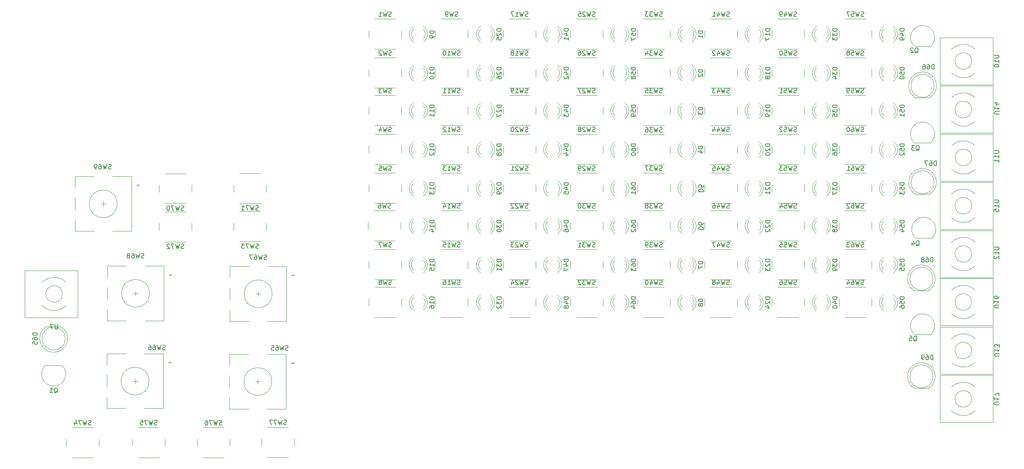
<source format=gbr>
%TF.GenerationSoftware,KiCad,Pcbnew,(5.1.10)-1*%
%TF.CreationDate,2021-10-30T12:18:14-04:00*%
%TF.ProjectId,Control Board,436f6e74-726f-46c2-9042-6f6172642e6b,rev?*%
%TF.SameCoordinates,Original*%
%TF.FileFunction,Legend,Bot*%
%TF.FilePolarity,Positive*%
%FSLAX46Y46*%
G04 Gerber Fmt 4.6, Leading zero omitted, Abs format (unit mm)*
G04 Created by KiCad (PCBNEW (5.1.10)-1) date 2021-10-30 12:18:14*
%MOMM*%
%LPD*%
G01*
G04 APERTURE LIST*
%ADD10C,0.120000*%
%ADD11C,0.150000*%
G04 APERTURE END LIST*
D10*
%TO.C,SW16*%
X121801800Y-94033600D02*
X121801800Y-92533600D01*
X123051800Y-90033600D02*
X127551800Y-90033600D01*
X128801800Y-92533600D02*
X128801800Y-94033600D01*
X127551800Y-96533600D02*
X123051800Y-96533600D01*
%TO.C,SW49*%
X194341800Y-36121600D02*
X194341800Y-34621600D01*
X195591800Y-32121600D02*
X200091800Y-32121600D01*
X201341800Y-34621600D02*
X201341800Y-36121600D01*
X200091800Y-38621600D02*
X195591800Y-38621600D01*
%TO.C,SW58*%
X208794400Y-44503600D02*
X208794400Y-43003600D01*
X210044400Y-40503600D02*
X214544400Y-40503600D01*
X215794400Y-43003600D02*
X215794400Y-44503600D01*
X214544400Y-47003600D02*
X210044400Y-47003600D01*
%TO.C,SW10*%
X127551800Y-47003600D02*
X123051800Y-47003600D01*
X128801800Y-43003600D02*
X128801800Y-44503600D01*
X123051800Y-40503600D02*
X127551800Y-40503600D01*
X121801800Y-44503600D02*
X121801800Y-43003600D01*
%TO.C,SW13*%
X127551800Y-71895600D02*
X123051800Y-71895600D01*
X128801800Y-67895600D02*
X128801800Y-69395600D01*
X123051800Y-65395600D02*
X127551800Y-65395600D01*
X121801800Y-69395600D02*
X121801800Y-67895600D01*
%TO.C,D45*%
X148327400Y-70241600D02*
X148171400Y-70241600D01*
X146011400Y-70241600D02*
X145855400Y-70241600D01*
X148170008Y-67009265D02*
G75*
G02*
X148326916Y-70241600I-1078608J-1672335D01*
G01*
X146012792Y-67009265D02*
G75*
G03*
X145855884Y-70241600I1078608J-1672335D01*
G01*
X148171237Y-67640470D02*
G75*
G02*
X148171400Y-69722561I-1079837J-1041130D01*
G01*
X146011563Y-67640470D02*
G75*
G03*
X146011400Y-69722561I1079837J-1041130D01*
G01*
%TO.C,SW25*%
X156657800Y-38621600D02*
X152157800Y-38621600D01*
X157907800Y-34621600D02*
X157907800Y-36121600D01*
X152157800Y-32121600D02*
X156657800Y-32121600D01*
X150907800Y-36121600D02*
X150907800Y-34621600D01*
%TO.C,D1*%
X177283400Y-36967600D02*
X177127400Y-36967600D01*
X174967400Y-36967600D02*
X174811400Y-36967600D01*
X177126008Y-33735265D02*
G75*
G02*
X177282916Y-36967600I-1078608J-1672335D01*
G01*
X174968792Y-33735265D02*
G75*
G03*
X174811884Y-36967600I1078608J-1672335D01*
G01*
X177127237Y-34366470D02*
G75*
G02*
X177127400Y-36448561I-1079837J-1041130D01*
G01*
X174967563Y-34366470D02*
G75*
G03*
X174967400Y-36448561I1079837J-1041130D01*
G01*
%TO.C,D2*%
X177283400Y-45349600D02*
X177127400Y-45349600D01*
X174967400Y-45349600D02*
X174811400Y-45349600D01*
X177126008Y-42117265D02*
G75*
G02*
X177282916Y-45349600I-1078608J-1672335D01*
G01*
X174968792Y-42117265D02*
G75*
G03*
X174811884Y-45349600I1078608J-1672335D01*
G01*
X177127237Y-42748470D02*
G75*
G02*
X177127400Y-44830561I-1079837J-1041130D01*
G01*
X174967563Y-42748470D02*
G75*
G03*
X174967400Y-44830561I1079837J-1041130D01*
G01*
%TO.C,D3*%
X174967400Y-53477600D02*
X174811400Y-53477600D01*
X177283400Y-53477600D02*
X177127400Y-53477600D01*
X174967563Y-50876470D02*
G75*
G03*
X174967400Y-52958561I1079837J-1041130D01*
G01*
X177127237Y-50876470D02*
G75*
G02*
X177127400Y-52958561I-1079837J-1041130D01*
G01*
X174968792Y-50245265D02*
G75*
G03*
X174811884Y-53477600I1078608J-1672335D01*
G01*
X177126008Y-50245265D02*
G75*
G02*
X177282916Y-53477600I-1078608J-1672335D01*
G01*
%TO.C,D4*%
X177283400Y-61859600D02*
X177127400Y-61859600D01*
X174967400Y-61859600D02*
X174811400Y-61859600D01*
X177126008Y-58627265D02*
G75*
G02*
X177282916Y-61859600I-1078608J-1672335D01*
G01*
X174968792Y-58627265D02*
G75*
G03*
X174811884Y-61859600I1078608J-1672335D01*
G01*
X177127237Y-59258470D02*
G75*
G02*
X177127400Y-61340561I-1079837J-1041130D01*
G01*
X174967563Y-59258470D02*
G75*
G03*
X174967400Y-61340561I1079837J-1041130D01*
G01*
%TO.C,D5*%
X174967400Y-70241600D02*
X174811400Y-70241600D01*
X177283400Y-70241600D02*
X177127400Y-70241600D01*
X174967563Y-67640470D02*
G75*
G03*
X174967400Y-69722561I1079837J-1041130D01*
G01*
X177127237Y-67640470D02*
G75*
G02*
X177127400Y-69722561I-1079837J-1041130D01*
G01*
X174968792Y-67009265D02*
G75*
G03*
X174811884Y-70241600I1078608J-1672335D01*
G01*
X177126008Y-67009265D02*
G75*
G02*
X177282916Y-70241600I-1078608J-1672335D01*
G01*
%TO.C,D6*%
X177283400Y-78369600D02*
X177127400Y-78369600D01*
X174967400Y-78369600D02*
X174811400Y-78369600D01*
X177126008Y-75137265D02*
G75*
G02*
X177282916Y-78369600I-1078608J-1672335D01*
G01*
X174968792Y-75137265D02*
G75*
G03*
X174811884Y-78369600I1078608J-1672335D01*
G01*
X177127237Y-75768470D02*
G75*
G02*
X177127400Y-77850561I-1079837J-1041130D01*
G01*
X174967563Y-75768470D02*
G75*
G03*
X174967400Y-77850561I1079837J-1041130D01*
G01*
%TO.C,D7*%
X174967400Y-86751600D02*
X174811400Y-86751600D01*
X177283400Y-86751600D02*
X177127400Y-86751600D01*
X174967563Y-84150470D02*
G75*
G03*
X174967400Y-86232561I1079837J-1041130D01*
G01*
X177127237Y-84150470D02*
G75*
G02*
X177127400Y-86232561I-1079837J-1041130D01*
G01*
X174968792Y-83519265D02*
G75*
G03*
X174811884Y-86751600I1078608J-1672335D01*
G01*
X177126008Y-83519265D02*
G75*
G02*
X177282916Y-86751600I-1078608J-1672335D01*
G01*
%TO.C,D8*%
X177283400Y-94879600D02*
X177127400Y-94879600D01*
X174967400Y-94879600D02*
X174811400Y-94879600D01*
X177126008Y-91647265D02*
G75*
G02*
X177282916Y-94879600I-1078608J-1672335D01*
G01*
X174968792Y-91647265D02*
G75*
G03*
X174811884Y-94879600I1078608J-1672335D01*
G01*
X177127237Y-92278470D02*
G75*
G02*
X177127400Y-94360561I-1079837J-1041130D01*
G01*
X174967563Y-92278470D02*
G75*
G03*
X174967400Y-94360561I1079837J-1041130D01*
G01*
%TO.C,D9*%
X117055400Y-36967600D02*
X116899400Y-36967600D01*
X119371400Y-36967600D02*
X119215400Y-36967600D01*
X117055563Y-34366470D02*
G75*
G03*
X117055400Y-36448561I1079837J-1041130D01*
G01*
X119215237Y-34366470D02*
G75*
G02*
X119215400Y-36448561I-1079837J-1041130D01*
G01*
X117056792Y-33735265D02*
G75*
G03*
X116899884Y-36967600I1078608J-1672335D01*
G01*
X119214008Y-33735265D02*
G75*
G02*
X119370916Y-36967600I-1078608J-1672335D01*
G01*
%TO.C,D10*%
X117055400Y-45349600D02*
X116899400Y-45349600D01*
X119371400Y-45349600D02*
X119215400Y-45349600D01*
X117055563Y-42748470D02*
G75*
G03*
X117055400Y-44830561I1079837J-1041130D01*
G01*
X119215237Y-42748470D02*
G75*
G02*
X119215400Y-44830561I-1079837J-1041130D01*
G01*
X117056792Y-42117265D02*
G75*
G03*
X116899884Y-45349600I1078608J-1672335D01*
G01*
X119214008Y-42117265D02*
G75*
G02*
X119370916Y-45349600I-1078608J-1672335D01*
G01*
%TO.C,D11*%
X119371400Y-53477600D02*
X119215400Y-53477600D01*
X117055400Y-53477600D02*
X116899400Y-53477600D01*
X119214008Y-50245265D02*
G75*
G02*
X119370916Y-53477600I-1078608J-1672335D01*
G01*
X117056792Y-50245265D02*
G75*
G03*
X116899884Y-53477600I1078608J-1672335D01*
G01*
X119215237Y-50876470D02*
G75*
G02*
X119215400Y-52958561I-1079837J-1041130D01*
G01*
X117055563Y-50876470D02*
G75*
G03*
X117055400Y-52958561I1079837J-1041130D01*
G01*
%TO.C,D12*%
X117055400Y-61859600D02*
X116899400Y-61859600D01*
X119371400Y-61859600D02*
X119215400Y-61859600D01*
X117055563Y-59258470D02*
G75*
G03*
X117055400Y-61340561I1079837J-1041130D01*
G01*
X119215237Y-59258470D02*
G75*
G02*
X119215400Y-61340561I-1079837J-1041130D01*
G01*
X117056792Y-58627265D02*
G75*
G03*
X116899884Y-61859600I1078608J-1672335D01*
G01*
X119214008Y-58627265D02*
G75*
G02*
X119370916Y-61859600I-1078608J-1672335D01*
G01*
%TO.C,D13*%
X119371400Y-70241600D02*
X119215400Y-70241600D01*
X117055400Y-70241600D02*
X116899400Y-70241600D01*
X119214008Y-67009265D02*
G75*
G02*
X119370916Y-70241600I-1078608J-1672335D01*
G01*
X117056792Y-67009265D02*
G75*
G03*
X116899884Y-70241600I1078608J-1672335D01*
G01*
X119215237Y-67640470D02*
G75*
G02*
X119215400Y-69722561I-1079837J-1041130D01*
G01*
X117055563Y-67640470D02*
G75*
G03*
X117055400Y-69722561I1079837J-1041130D01*
G01*
%TO.C,D14*%
X117055400Y-78369600D02*
X116899400Y-78369600D01*
X119371400Y-78369600D02*
X119215400Y-78369600D01*
X117055563Y-75768470D02*
G75*
G03*
X117055400Y-77850561I1079837J-1041130D01*
G01*
X119215237Y-75768470D02*
G75*
G02*
X119215400Y-77850561I-1079837J-1041130D01*
G01*
X117056792Y-75137265D02*
G75*
G03*
X116899884Y-78369600I1078608J-1672335D01*
G01*
X119214008Y-75137265D02*
G75*
G02*
X119370916Y-78369600I-1078608J-1672335D01*
G01*
%TO.C,D15*%
X119371400Y-86751600D02*
X119215400Y-86751600D01*
X117055400Y-86751600D02*
X116899400Y-86751600D01*
X119214008Y-83519265D02*
G75*
G02*
X119370916Y-86751600I-1078608J-1672335D01*
G01*
X117056792Y-83519265D02*
G75*
G03*
X116899884Y-86751600I1078608J-1672335D01*
G01*
X119215237Y-84150470D02*
G75*
G02*
X119215400Y-86232561I-1079837J-1041130D01*
G01*
X117055563Y-84150470D02*
G75*
G03*
X117055400Y-86232561I1079837J-1041130D01*
G01*
%TO.C,D16*%
X117055400Y-94879600D02*
X116899400Y-94879600D01*
X119371400Y-94879600D02*
X119215400Y-94879600D01*
X117055563Y-92278470D02*
G75*
G03*
X117055400Y-94360561I1079837J-1041130D01*
G01*
X119215237Y-92278470D02*
G75*
G02*
X119215400Y-94360561I-1079837J-1041130D01*
G01*
X117056792Y-91647265D02*
G75*
G03*
X116899884Y-94879600I1078608J-1672335D01*
G01*
X119214008Y-91647265D02*
G75*
G02*
X119370916Y-94879600I-1078608J-1672335D01*
G01*
%TO.C,D17*%
X189445400Y-36967600D02*
X189289400Y-36967600D01*
X191761400Y-36967600D02*
X191605400Y-36967600D01*
X189445563Y-34366470D02*
G75*
G03*
X189445400Y-36448561I1079837J-1041130D01*
G01*
X191605237Y-34366470D02*
G75*
G02*
X191605400Y-36448561I-1079837J-1041130D01*
G01*
X189446792Y-33735265D02*
G75*
G03*
X189289884Y-36967600I1078608J-1672335D01*
G01*
X191604008Y-33735265D02*
G75*
G02*
X191760916Y-36967600I-1078608J-1672335D01*
G01*
%TO.C,D18*%
X191761400Y-45349600D02*
X191605400Y-45349600D01*
X189445400Y-45349600D02*
X189289400Y-45349600D01*
X191604008Y-42117265D02*
G75*
G02*
X191760916Y-45349600I-1078608J-1672335D01*
G01*
X189446792Y-42117265D02*
G75*
G03*
X189289884Y-45349600I1078608J-1672335D01*
G01*
X191605237Y-42748470D02*
G75*
G02*
X191605400Y-44830561I-1079837J-1041130D01*
G01*
X189445563Y-42748470D02*
G75*
G03*
X189445400Y-44830561I1079837J-1041130D01*
G01*
%TO.C,D19*%
X191761400Y-53477600D02*
X191605400Y-53477600D01*
X189445400Y-53477600D02*
X189289400Y-53477600D01*
X191604008Y-50245265D02*
G75*
G02*
X191760916Y-53477600I-1078608J-1672335D01*
G01*
X189446792Y-50245265D02*
G75*
G03*
X189289884Y-53477600I1078608J-1672335D01*
G01*
X191605237Y-50876470D02*
G75*
G02*
X191605400Y-52958561I-1079837J-1041130D01*
G01*
X189445563Y-50876470D02*
G75*
G03*
X189445400Y-52958561I1079837J-1041130D01*
G01*
%TO.C,D20*%
X189445400Y-61859600D02*
X189289400Y-61859600D01*
X191761400Y-61859600D02*
X191605400Y-61859600D01*
X189445563Y-59258470D02*
G75*
G03*
X189445400Y-61340561I1079837J-1041130D01*
G01*
X191605237Y-59258470D02*
G75*
G02*
X191605400Y-61340561I-1079837J-1041130D01*
G01*
X189446792Y-58627265D02*
G75*
G03*
X189289884Y-61859600I1078608J-1672335D01*
G01*
X191604008Y-58627265D02*
G75*
G02*
X191760916Y-61859600I-1078608J-1672335D01*
G01*
%TO.C,D21*%
X189445400Y-70241600D02*
X189289400Y-70241600D01*
X191761400Y-70241600D02*
X191605400Y-70241600D01*
X189445563Y-67640470D02*
G75*
G03*
X189445400Y-69722561I1079837J-1041130D01*
G01*
X191605237Y-67640470D02*
G75*
G02*
X191605400Y-69722561I-1079837J-1041130D01*
G01*
X189446792Y-67009265D02*
G75*
G03*
X189289884Y-70241600I1078608J-1672335D01*
G01*
X191604008Y-67009265D02*
G75*
G02*
X191760916Y-70241600I-1078608J-1672335D01*
G01*
%TO.C,D22*%
X191761400Y-78369600D02*
X191605400Y-78369600D01*
X189445400Y-78369600D02*
X189289400Y-78369600D01*
X191604008Y-75137265D02*
G75*
G02*
X191760916Y-78369600I-1078608J-1672335D01*
G01*
X189446792Y-75137265D02*
G75*
G03*
X189289884Y-78369600I1078608J-1672335D01*
G01*
X191605237Y-75768470D02*
G75*
G02*
X191605400Y-77850561I-1079837J-1041130D01*
G01*
X189445563Y-75768470D02*
G75*
G03*
X189445400Y-77850561I1079837J-1041130D01*
G01*
%TO.C,D23*%
X189445400Y-86751600D02*
X189289400Y-86751600D01*
X191761400Y-86751600D02*
X191605400Y-86751600D01*
X189445563Y-84150470D02*
G75*
G03*
X189445400Y-86232561I1079837J-1041130D01*
G01*
X191605237Y-84150470D02*
G75*
G02*
X191605400Y-86232561I-1079837J-1041130D01*
G01*
X189446792Y-83519265D02*
G75*
G03*
X189289884Y-86751600I1078608J-1672335D01*
G01*
X191604008Y-83519265D02*
G75*
G02*
X191760916Y-86751600I-1078608J-1672335D01*
G01*
%TO.C,D24*%
X191761400Y-94879600D02*
X191605400Y-94879600D01*
X189445400Y-94879600D02*
X189289400Y-94879600D01*
X191604008Y-91647265D02*
G75*
G02*
X191760916Y-94879600I-1078608J-1672335D01*
G01*
X189446792Y-91647265D02*
G75*
G03*
X189289884Y-94879600I1078608J-1672335D01*
G01*
X191605237Y-92278470D02*
G75*
G02*
X191605400Y-94360561I-1079837J-1041130D01*
G01*
X189445563Y-92278470D02*
G75*
G03*
X189445400Y-94360561I1079837J-1041130D01*
G01*
%TO.C,D25*%
X131533400Y-36967600D02*
X131377400Y-36967600D01*
X133849400Y-36967600D02*
X133693400Y-36967600D01*
X131533563Y-34366470D02*
G75*
G03*
X131533400Y-36448561I1079837J-1041130D01*
G01*
X133693237Y-34366470D02*
G75*
G02*
X133693400Y-36448561I-1079837J-1041130D01*
G01*
X131534792Y-33735265D02*
G75*
G03*
X131377884Y-36967600I1078608J-1672335D01*
G01*
X133692008Y-33735265D02*
G75*
G02*
X133848916Y-36967600I-1078608J-1672335D01*
G01*
%TO.C,D26*%
X133849400Y-45349600D02*
X133693400Y-45349600D01*
X131533400Y-45349600D02*
X131377400Y-45349600D01*
X133692008Y-42117265D02*
G75*
G02*
X133848916Y-45349600I-1078608J-1672335D01*
G01*
X131534792Y-42117265D02*
G75*
G03*
X131377884Y-45349600I1078608J-1672335D01*
G01*
X133693237Y-42748470D02*
G75*
G02*
X133693400Y-44830561I-1079837J-1041130D01*
G01*
X131533563Y-42748470D02*
G75*
G03*
X131533400Y-44830561I1079837J-1041130D01*
G01*
%TO.C,D27*%
X131533400Y-53477600D02*
X131377400Y-53477600D01*
X133849400Y-53477600D02*
X133693400Y-53477600D01*
X131533563Y-50876470D02*
G75*
G03*
X131533400Y-52958561I1079837J-1041130D01*
G01*
X133693237Y-50876470D02*
G75*
G02*
X133693400Y-52958561I-1079837J-1041130D01*
G01*
X131534792Y-50245265D02*
G75*
G03*
X131377884Y-53477600I1078608J-1672335D01*
G01*
X133692008Y-50245265D02*
G75*
G02*
X133848916Y-53477600I-1078608J-1672335D01*
G01*
%TO.C,D28*%
X133849400Y-61859600D02*
X133693400Y-61859600D01*
X131533400Y-61859600D02*
X131377400Y-61859600D01*
X133692008Y-58627265D02*
G75*
G02*
X133848916Y-61859600I-1078608J-1672335D01*
G01*
X131534792Y-58627265D02*
G75*
G03*
X131377884Y-61859600I1078608J-1672335D01*
G01*
X133693237Y-59258470D02*
G75*
G02*
X133693400Y-61340561I-1079837J-1041130D01*
G01*
X131533563Y-59258470D02*
G75*
G03*
X131533400Y-61340561I1079837J-1041130D01*
G01*
%TO.C,D29*%
X133849400Y-70241600D02*
X133693400Y-70241600D01*
X131533400Y-70241600D02*
X131377400Y-70241600D01*
X133692008Y-67009265D02*
G75*
G02*
X133848916Y-70241600I-1078608J-1672335D01*
G01*
X131534792Y-67009265D02*
G75*
G03*
X131377884Y-70241600I1078608J-1672335D01*
G01*
X133693237Y-67640470D02*
G75*
G02*
X133693400Y-69722561I-1079837J-1041130D01*
G01*
X131533563Y-67640470D02*
G75*
G03*
X131533400Y-69722561I1079837J-1041130D01*
G01*
%TO.C,D30*%
X131533400Y-78369600D02*
X131377400Y-78369600D01*
X133849400Y-78369600D02*
X133693400Y-78369600D01*
X131533563Y-75768470D02*
G75*
G03*
X131533400Y-77850561I1079837J-1041130D01*
G01*
X133693237Y-75768470D02*
G75*
G02*
X133693400Y-77850561I-1079837J-1041130D01*
G01*
X131534792Y-75137265D02*
G75*
G03*
X131377884Y-78369600I1078608J-1672335D01*
G01*
X133692008Y-75137265D02*
G75*
G02*
X133848916Y-78369600I-1078608J-1672335D01*
G01*
%TO.C,D31*%
X133849400Y-86751600D02*
X133693400Y-86751600D01*
X131533400Y-86751600D02*
X131377400Y-86751600D01*
X133692008Y-83519265D02*
G75*
G02*
X133848916Y-86751600I-1078608J-1672335D01*
G01*
X131534792Y-83519265D02*
G75*
G03*
X131377884Y-86751600I1078608J-1672335D01*
G01*
X133693237Y-84150470D02*
G75*
G02*
X133693400Y-86232561I-1079837J-1041130D01*
G01*
X131533563Y-84150470D02*
G75*
G03*
X131533400Y-86232561I1079837J-1041130D01*
G01*
%TO.C,D32*%
X131533400Y-94879600D02*
X131377400Y-94879600D01*
X133849400Y-94879600D02*
X133693400Y-94879600D01*
X131533563Y-92278470D02*
G75*
G03*
X131533400Y-94360561I1079837J-1041130D01*
G01*
X133693237Y-92278470D02*
G75*
G02*
X133693400Y-94360561I-1079837J-1041130D01*
G01*
X131534792Y-91647265D02*
G75*
G03*
X131377884Y-94879600I1078608J-1672335D01*
G01*
X133692008Y-91647265D02*
G75*
G02*
X133848916Y-94879600I-1078608J-1672335D01*
G01*
%TO.C,D33*%
X203923400Y-36967600D02*
X203767400Y-36967600D01*
X206239400Y-36967600D02*
X206083400Y-36967600D01*
X203923563Y-34366470D02*
G75*
G03*
X203923400Y-36448561I1079837J-1041130D01*
G01*
X206083237Y-34366470D02*
G75*
G02*
X206083400Y-36448561I-1079837J-1041130D01*
G01*
X203924792Y-33735265D02*
G75*
G03*
X203767884Y-36967600I1078608J-1672335D01*
G01*
X206082008Y-33735265D02*
G75*
G02*
X206238916Y-36967600I-1078608J-1672335D01*
G01*
%TO.C,D34*%
X206239400Y-45349600D02*
X206083400Y-45349600D01*
X203923400Y-45349600D02*
X203767400Y-45349600D01*
X206082008Y-42117265D02*
G75*
G02*
X206238916Y-45349600I-1078608J-1672335D01*
G01*
X203924792Y-42117265D02*
G75*
G03*
X203767884Y-45349600I1078608J-1672335D01*
G01*
X206083237Y-42748470D02*
G75*
G02*
X206083400Y-44830561I-1079837J-1041130D01*
G01*
X203923563Y-42748470D02*
G75*
G03*
X203923400Y-44830561I1079837J-1041130D01*
G01*
%TO.C,D35*%
X203923400Y-53477600D02*
X203767400Y-53477600D01*
X206239400Y-53477600D02*
X206083400Y-53477600D01*
X203923563Y-50876470D02*
G75*
G03*
X203923400Y-52958561I1079837J-1041130D01*
G01*
X206083237Y-50876470D02*
G75*
G02*
X206083400Y-52958561I-1079837J-1041130D01*
G01*
X203924792Y-50245265D02*
G75*
G03*
X203767884Y-53477600I1078608J-1672335D01*
G01*
X206082008Y-50245265D02*
G75*
G02*
X206238916Y-53477600I-1078608J-1672335D01*
G01*
%TO.C,D36*%
X206239400Y-61859600D02*
X206083400Y-61859600D01*
X203923400Y-61859600D02*
X203767400Y-61859600D01*
X206082008Y-58627265D02*
G75*
G02*
X206238916Y-61859600I-1078608J-1672335D01*
G01*
X203924792Y-58627265D02*
G75*
G03*
X203767884Y-61859600I1078608J-1672335D01*
G01*
X206083237Y-59258470D02*
G75*
G02*
X206083400Y-61340561I-1079837J-1041130D01*
G01*
X203923563Y-59258470D02*
G75*
G03*
X203923400Y-61340561I1079837J-1041130D01*
G01*
%TO.C,D37*%
X203923400Y-70241600D02*
X203767400Y-70241600D01*
X206239400Y-70241600D02*
X206083400Y-70241600D01*
X203923563Y-67640470D02*
G75*
G03*
X203923400Y-69722561I1079837J-1041130D01*
G01*
X206083237Y-67640470D02*
G75*
G02*
X206083400Y-69722561I-1079837J-1041130D01*
G01*
X203924792Y-67009265D02*
G75*
G03*
X203767884Y-70241600I1078608J-1672335D01*
G01*
X206082008Y-67009265D02*
G75*
G02*
X206238916Y-70241600I-1078608J-1672335D01*
G01*
%TO.C,D38*%
X206239400Y-78369600D02*
X206083400Y-78369600D01*
X203923400Y-78369600D02*
X203767400Y-78369600D01*
X206082008Y-75137265D02*
G75*
G02*
X206238916Y-78369600I-1078608J-1672335D01*
G01*
X203924792Y-75137265D02*
G75*
G03*
X203767884Y-78369600I1078608J-1672335D01*
G01*
X206083237Y-75768470D02*
G75*
G02*
X206083400Y-77850561I-1079837J-1041130D01*
G01*
X203923563Y-75768470D02*
G75*
G03*
X203923400Y-77850561I1079837J-1041130D01*
G01*
%TO.C,D39*%
X203923400Y-86751600D02*
X203767400Y-86751600D01*
X206239400Y-86751600D02*
X206083400Y-86751600D01*
X203923563Y-84150470D02*
G75*
G03*
X203923400Y-86232561I1079837J-1041130D01*
G01*
X206083237Y-84150470D02*
G75*
G02*
X206083400Y-86232561I-1079837J-1041130D01*
G01*
X203924792Y-83519265D02*
G75*
G03*
X203767884Y-86751600I1078608J-1672335D01*
G01*
X206082008Y-83519265D02*
G75*
G02*
X206238916Y-86751600I-1078608J-1672335D01*
G01*
%TO.C,D40*%
X203923400Y-94879600D02*
X203767400Y-94879600D01*
X206239400Y-94879600D02*
X206083400Y-94879600D01*
X203923563Y-92278470D02*
G75*
G03*
X203923400Y-94360561I1079837J-1041130D01*
G01*
X206083237Y-92278470D02*
G75*
G02*
X206083400Y-94360561I-1079837J-1041130D01*
G01*
X203924792Y-91647265D02*
G75*
G03*
X203767884Y-94879600I1078608J-1672335D01*
G01*
X206082008Y-91647265D02*
G75*
G02*
X206238916Y-94879600I-1078608J-1672335D01*
G01*
%TO.C,D41*%
X146011400Y-36967600D02*
X145855400Y-36967600D01*
X148327400Y-36967600D02*
X148171400Y-36967600D01*
X146011563Y-34366470D02*
G75*
G03*
X146011400Y-36448561I1079837J-1041130D01*
G01*
X148171237Y-34366470D02*
G75*
G02*
X148171400Y-36448561I-1079837J-1041130D01*
G01*
X146012792Y-33735265D02*
G75*
G03*
X145855884Y-36967600I1078608J-1672335D01*
G01*
X148170008Y-33735265D02*
G75*
G02*
X148326916Y-36967600I-1078608J-1672335D01*
G01*
%TO.C,D42*%
X148327400Y-45349600D02*
X148171400Y-45349600D01*
X146011400Y-45349600D02*
X145855400Y-45349600D01*
X148170008Y-42117265D02*
G75*
G02*
X148326916Y-45349600I-1078608J-1672335D01*
G01*
X146012792Y-42117265D02*
G75*
G03*
X145855884Y-45349600I1078608J-1672335D01*
G01*
X148171237Y-42748470D02*
G75*
G02*
X148171400Y-44830561I-1079837J-1041130D01*
G01*
X146011563Y-42748470D02*
G75*
G03*
X146011400Y-44830561I1079837J-1041130D01*
G01*
%TO.C,D43*%
X146011400Y-53477600D02*
X145855400Y-53477600D01*
X148327400Y-53477600D02*
X148171400Y-53477600D01*
X146011563Y-50876470D02*
G75*
G03*
X146011400Y-52958561I1079837J-1041130D01*
G01*
X148171237Y-50876470D02*
G75*
G02*
X148171400Y-52958561I-1079837J-1041130D01*
G01*
X146012792Y-50245265D02*
G75*
G03*
X145855884Y-53477600I1078608J-1672335D01*
G01*
X148170008Y-50245265D02*
G75*
G02*
X148326916Y-53477600I-1078608J-1672335D01*
G01*
%TO.C,D44*%
X148327400Y-61859600D02*
X148171400Y-61859600D01*
X146011400Y-61859600D02*
X145855400Y-61859600D01*
X148170008Y-58627265D02*
G75*
G02*
X148326916Y-61859600I-1078608J-1672335D01*
G01*
X146012792Y-58627265D02*
G75*
G03*
X145855884Y-61859600I1078608J-1672335D01*
G01*
X148171237Y-59258470D02*
G75*
G02*
X148171400Y-61340561I-1079837J-1041130D01*
G01*
X146011563Y-59258470D02*
G75*
G03*
X146011400Y-61340561I1079837J-1041130D01*
G01*
%TO.C,D46*%
X146011400Y-78369600D02*
X145855400Y-78369600D01*
X148327400Y-78369600D02*
X148171400Y-78369600D01*
X146011563Y-75768470D02*
G75*
G03*
X146011400Y-77850561I1079837J-1041130D01*
G01*
X148171237Y-75768470D02*
G75*
G02*
X148171400Y-77850561I-1079837J-1041130D01*
G01*
X146012792Y-75137265D02*
G75*
G03*
X145855884Y-78369600I1078608J-1672335D01*
G01*
X148170008Y-75137265D02*
G75*
G02*
X148326916Y-78369600I-1078608J-1672335D01*
G01*
%TO.C,D47*%
X148327400Y-86751600D02*
X148171400Y-86751600D01*
X146011400Y-86751600D02*
X145855400Y-86751600D01*
X148170008Y-83519265D02*
G75*
G02*
X148326916Y-86751600I-1078608J-1672335D01*
G01*
X146012792Y-83519265D02*
G75*
G03*
X145855884Y-86751600I1078608J-1672335D01*
G01*
X148171237Y-84150470D02*
G75*
G02*
X148171400Y-86232561I-1079837J-1041130D01*
G01*
X146011563Y-84150470D02*
G75*
G03*
X146011400Y-86232561I1079837J-1041130D01*
G01*
%TO.C,D48*%
X146011400Y-94879600D02*
X145855400Y-94879600D01*
X148327400Y-94879600D02*
X148171400Y-94879600D01*
X146011563Y-92278470D02*
G75*
G03*
X146011400Y-94360561I1079837J-1041130D01*
G01*
X148171237Y-92278470D02*
G75*
G02*
X148171400Y-94360561I-1079837J-1041130D01*
G01*
X146012792Y-91647265D02*
G75*
G03*
X145855884Y-94879600I1078608J-1672335D01*
G01*
X148170008Y-91647265D02*
G75*
G02*
X148326916Y-94879600I-1078608J-1672335D01*
G01*
%TO.C,D49*%
X218401400Y-36967600D02*
X218245400Y-36967600D01*
X220717400Y-36967600D02*
X220561400Y-36967600D01*
X218401563Y-34366470D02*
G75*
G03*
X218401400Y-36448561I1079837J-1041130D01*
G01*
X220561237Y-34366470D02*
G75*
G02*
X220561400Y-36448561I-1079837J-1041130D01*
G01*
X218402792Y-33735265D02*
G75*
G03*
X218245884Y-36967600I1078608J-1672335D01*
G01*
X220560008Y-33735265D02*
G75*
G02*
X220716916Y-36967600I-1078608J-1672335D01*
G01*
%TO.C,D50*%
X220717400Y-45349600D02*
X220561400Y-45349600D01*
X218401400Y-45349600D02*
X218245400Y-45349600D01*
X220560008Y-42117265D02*
G75*
G02*
X220716916Y-45349600I-1078608J-1672335D01*
G01*
X218402792Y-42117265D02*
G75*
G03*
X218245884Y-45349600I1078608J-1672335D01*
G01*
X220561237Y-42748470D02*
G75*
G02*
X220561400Y-44830561I-1079837J-1041130D01*
G01*
X218401563Y-42748470D02*
G75*
G03*
X218401400Y-44830561I1079837J-1041130D01*
G01*
%TO.C,D51*%
X218401400Y-53477600D02*
X218245400Y-53477600D01*
X220717400Y-53477600D02*
X220561400Y-53477600D01*
X218401563Y-50876470D02*
G75*
G03*
X218401400Y-52958561I1079837J-1041130D01*
G01*
X220561237Y-50876470D02*
G75*
G02*
X220561400Y-52958561I-1079837J-1041130D01*
G01*
X218402792Y-50245265D02*
G75*
G03*
X218245884Y-53477600I1078608J-1672335D01*
G01*
X220560008Y-50245265D02*
G75*
G02*
X220716916Y-53477600I-1078608J-1672335D01*
G01*
%TO.C,D52*%
X220717400Y-61859600D02*
X220561400Y-61859600D01*
X218401400Y-61859600D02*
X218245400Y-61859600D01*
X220560008Y-58627265D02*
G75*
G02*
X220716916Y-61859600I-1078608J-1672335D01*
G01*
X218402792Y-58627265D02*
G75*
G03*
X218245884Y-61859600I1078608J-1672335D01*
G01*
X220561237Y-59258470D02*
G75*
G02*
X220561400Y-61340561I-1079837J-1041130D01*
G01*
X218401563Y-59258470D02*
G75*
G03*
X218401400Y-61340561I1079837J-1041130D01*
G01*
%TO.C,D53*%
X218401400Y-70241600D02*
X218245400Y-70241600D01*
X220717400Y-70241600D02*
X220561400Y-70241600D01*
X218401563Y-67640470D02*
G75*
G03*
X218401400Y-69722561I1079837J-1041130D01*
G01*
X220561237Y-67640470D02*
G75*
G02*
X220561400Y-69722561I-1079837J-1041130D01*
G01*
X218402792Y-67009265D02*
G75*
G03*
X218245884Y-70241600I1078608J-1672335D01*
G01*
X220560008Y-67009265D02*
G75*
G02*
X220716916Y-70241600I-1078608J-1672335D01*
G01*
%TO.C,D54*%
X220717400Y-78369600D02*
X220561400Y-78369600D01*
X218401400Y-78369600D02*
X218245400Y-78369600D01*
X220560008Y-75137265D02*
G75*
G02*
X220716916Y-78369600I-1078608J-1672335D01*
G01*
X218402792Y-75137265D02*
G75*
G03*
X218245884Y-78369600I1078608J-1672335D01*
G01*
X220561237Y-75768470D02*
G75*
G02*
X220561400Y-77850561I-1079837J-1041130D01*
G01*
X218401563Y-75768470D02*
G75*
G03*
X218401400Y-77850561I1079837J-1041130D01*
G01*
%TO.C,D55*%
X218401400Y-86751600D02*
X218245400Y-86751600D01*
X220717400Y-86751600D02*
X220561400Y-86751600D01*
X218401563Y-84150470D02*
G75*
G03*
X218401400Y-86232561I1079837J-1041130D01*
G01*
X220561237Y-84150470D02*
G75*
G02*
X220561400Y-86232561I-1079837J-1041130D01*
G01*
X218402792Y-83519265D02*
G75*
G03*
X218245884Y-86751600I1078608J-1672335D01*
G01*
X220560008Y-83519265D02*
G75*
G02*
X220716916Y-86751600I-1078608J-1672335D01*
G01*
%TO.C,D56*%
X220717400Y-94879600D02*
X220561400Y-94879600D01*
X218401400Y-94879600D02*
X218245400Y-94879600D01*
X220560008Y-91647265D02*
G75*
G02*
X220716916Y-94879600I-1078608J-1672335D01*
G01*
X218402792Y-91647265D02*
G75*
G03*
X218245884Y-94879600I1078608J-1672335D01*
G01*
X220561237Y-92278470D02*
G75*
G02*
X220561400Y-94360561I-1079837J-1041130D01*
G01*
X218401563Y-92278470D02*
G75*
G03*
X218401400Y-94360561I1079837J-1041130D01*
G01*
%TO.C,D57*%
X160489400Y-36967600D02*
X160333400Y-36967600D01*
X162805400Y-36967600D02*
X162649400Y-36967600D01*
X160489563Y-34366470D02*
G75*
G03*
X160489400Y-36448561I1079837J-1041130D01*
G01*
X162649237Y-34366470D02*
G75*
G02*
X162649400Y-36448561I-1079837J-1041130D01*
G01*
X160490792Y-33735265D02*
G75*
G03*
X160333884Y-36967600I1078608J-1672335D01*
G01*
X162648008Y-33735265D02*
G75*
G02*
X162804916Y-36967600I-1078608J-1672335D01*
G01*
%TO.C,D58*%
X162805400Y-45349600D02*
X162649400Y-45349600D01*
X160489400Y-45349600D02*
X160333400Y-45349600D01*
X162648008Y-42117265D02*
G75*
G02*
X162804916Y-45349600I-1078608J-1672335D01*
G01*
X160490792Y-42117265D02*
G75*
G03*
X160333884Y-45349600I1078608J-1672335D01*
G01*
X162649237Y-42748470D02*
G75*
G02*
X162649400Y-44830561I-1079837J-1041130D01*
G01*
X160489563Y-42748470D02*
G75*
G03*
X160489400Y-44830561I1079837J-1041130D01*
G01*
%TO.C,D59*%
X160489400Y-53477600D02*
X160333400Y-53477600D01*
X162805400Y-53477600D02*
X162649400Y-53477600D01*
X160489563Y-50876470D02*
G75*
G03*
X160489400Y-52958561I1079837J-1041130D01*
G01*
X162649237Y-50876470D02*
G75*
G02*
X162649400Y-52958561I-1079837J-1041130D01*
G01*
X160490792Y-50245265D02*
G75*
G03*
X160333884Y-53477600I1078608J-1672335D01*
G01*
X162648008Y-50245265D02*
G75*
G02*
X162804916Y-53477600I-1078608J-1672335D01*
G01*
%TO.C,D60*%
X162805400Y-61859600D02*
X162649400Y-61859600D01*
X160489400Y-61859600D02*
X160333400Y-61859600D01*
X162648008Y-58627265D02*
G75*
G02*
X162804916Y-61859600I-1078608J-1672335D01*
G01*
X160490792Y-58627265D02*
G75*
G03*
X160333884Y-61859600I1078608J-1672335D01*
G01*
X162649237Y-59258470D02*
G75*
G02*
X162649400Y-61340561I-1079837J-1041130D01*
G01*
X160489563Y-59258470D02*
G75*
G03*
X160489400Y-61340561I1079837J-1041130D01*
G01*
%TO.C,D61*%
X162805400Y-70241600D02*
X162649400Y-70241600D01*
X160489400Y-70241600D02*
X160333400Y-70241600D01*
X162648008Y-67009265D02*
G75*
G02*
X162804916Y-70241600I-1078608J-1672335D01*
G01*
X160490792Y-67009265D02*
G75*
G03*
X160333884Y-70241600I1078608J-1672335D01*
G01*
X162649237Y-67640470D02*
G75*
G02*
X162649400Y-69722561I-1079837J-1041130D01*
G01*
X160489563Y-67640470D02*
G75*
G03*
X160489400Y-69722561I1079837J-1041130D01*
G01*
%TO.C,D62*%
X160489400Y-78369600D02*
X160333400Y-78369600D01*
X162805400Y-78369600D02*
X162649400Y-78369600D01*
X160489563Y-75768470D02*
G75*
G03*
X160489400Y-77850561I1079837J-1041130D01*
G01*
X162649237Y-75768470D02*
G75*
G02*
X162649400Y-77850561I-1079837J-1041130D01*
G01*
X160490792Y-75137265D02*
G75*
G03*
X160333884Y-78369600I1078608J-1672335D01*
G01*
X162648008Y-75137265D02*
G75*
G02*
X162804916Y-78369600I-1078608J-1672335D01*
G01*
%TO.C,D63*%
X162805400Y-86751600D02*
X162649400Y-86751600D01*
X160489400Y-86751600D02*
X160333400Y-86751600D01*
X162648008Y-83519265D02*
G75*
G02*
X162804916Y-86751600I-1078608J-1672335D01*
G01*
X160490792Y-83519265D02*
G75*
G03*
X160333884Y-86751600I1078608J-1672335D01*
G01*
X162649237Y-84150470D02*
G75*
G02*
X162649400Y-86232561I-1079837J-1041130D01*
G01*
X160489563Y-84150470D02*
G75*
G03*
X160489400Y-86232561I1079837J-1041130D01*
G01*
%TO.C,D64*%
X162805400Y-94879600D02*
X162649400Y-94879600D01*
X160489400Y-94879600D02*
X160333400Y-94879600D01*
X162648008Y-91647265D02*
G75*
G02*
X162804916Y-94879600I-1078608J-1672335D01*
G01*
X160490792Y-91647265D02*
G75*
G03*
X160333884Y-94879600I1078608J-1672335D01*
G01*
X162649237Y-92278470D02*
G75*
G02*
X162649400Y-94360561I-1079837J-1041130D01*
G01*
X160489563Y-92278470D02*
G75*
G03*
X160489400Y-94360561I1079837J-1041130D01*
G01*
%TO.C,D65*%
X42022400Y-101092000D02*
G75*
G03*
X42022400Y-101092000I-2500000J0D01*
G01*
X37977400Y-98532000D02*
X41067400Y-98532000D01*
X39522862Y-104082000D02*
G75*
G02*
X37977570Y-98532000I-462J2990000D01*
G01*
X39521938Y-104082000D02*
G75*
G03*
X41067230Y-98532000I462J2990000D01*
G01*
%TO.C,D66*%
X229322000Y-46545500D02*
G75*
G03*
X229322000Y-46545500I-2500000J0D01*
G01*
X228367000Y-49105500D02*
X225277000Y-49105500D01*
X226821538Y-43555500D02*
G75*
G02*
X228366830Y-49105500I462J-2990000D01*
G01*
X226822462Y-43555500D02*
G75*
G03*
X225277170Y-49105500I-462J-2990000D01*
G01*
%TO.C,D67*%
X228367000Y-69933500D02*
X225277000Y-69933500D01*
X229322000Y-67373500D02*
G75*
G03*
X229322000Y-67373500I-2500000J0D01*
G01*
X226822462Y-64383500D02*
G75*
G03*
X225277170Y-69933500I-462J-2990000D01*
G01*
X226821538Y-64383500D02*
G75*
G02*
X228366830Y-69933500I462J-2990000D01*
G01*
%TO.C,D68*%
X229068000Y-88201500D02*
G75*
G03*
X229068000Y-88201500I-2500000J0D01*
G01*
X228113000Y-90761500D02*
X225023000Y-90761500D01*
X226567538Y-85211500D02*
G75*
G02*
X228112830Y-90761500I462J-2990000D01*
G01*
X226568462Y-85211500D02*
G75*
G03*
X225023170Y-90761500I-462J-2990000D01*
G01*
%TO.C,D69*%
X228113000Y-111843500D02*
X225023000Y-111843500D01*
X229068000Y-109283500D02*
G75*
G03*
X229068000Y-109283500I-2500000J0D01*
G01*
X226568462Y-106293500D02*
G75*
G03*
X225023170Y-111843500I-462J-2990000D01*
G01*
X226567538Y-106293500D02*
G75*
G02*
X228112830Y-111843500I462J-2990000D01*
G01*
%TO.C,Q1*%
X37722400Y-106912800D02*
X41322400Y-106912800D01*
X37683922Y-106924322D02*
G75*
G03*
X39522400Y-111362800I1838478J-1838478D01*
G01*
X41360878Y-106924322D02*
G75*
G02*
X39522400Y-111362800I-1838478J-1838478D01*
G01*
%TO.C,Q2*%
X228622000Y-37981500D02*
X225022000Y-37981500D01*
X224983522Y-37969978D02*
G75*
G02*
X226822000Y-33531500I1838478J1838478D01*
G01*
X228660478Y-37969978D02*
G75*
G03*
X226822000Y-33531500I-1838478J1838478D01*
G01*
%TO.C,Q3*%
X228622000Y-58809500D02*
X225022000Y-58809500D01*
X228660478Y-58797978D02*
G75*
G03*
X226822000Y-54359500I-1838478J1838478D01*
G01*
X224983522Y-58797978D02*
G75*
G02*
X226822000Y-54359500I1838478J1838478D01*
G01*
%TO.C,Q4*%
X228876000Y-79383500D02*
X225276000Y-79383500D01*
X228914478Y-79371978D02*
G75*
G03*
X227076000Y-74933500I-1838478J1838478D01*
G01*
X225237522Y-79371978D02*
G75*
G02*
X227076000Y-74933500I1838478J1838478D01*
G01*
%TO.C,Q5*%
X228622000Y-100211500D02*
X225022000Y-100211500D01*
X224983522Y-100199978D02*
G75*
G02*
X226822000Y-95761500I1838478J1838478D01*
G01*
X228660478Y-100199978D02*
G75*
G03*
X226822000Y-95761500I-1838478J1838478D01*
G01*
%TO.C,SW1*%
X107473800Y-36121600D02*
X107473800Y-34621600D01*
X108723800Y-32121600D02*
X113223800Y-32121600D01*
X114473800Y-34621600D02*
X114473800Y-36121600D01*
X113223800Y-38621600D02*
X108723800Y-38621600D01*
%TO.C,SW2*%
X107473800Y-44503600D02*
X107473800Y-43003600D01*
X108723800Y-40503600D02*
X113223800Y-40503600D01*
X114473800Y-43003600D02*
X114473800Y-44503600D01*
X113223800Y-47003600D02*
X108723800Y-47003600D01*
%TO.C,SW3*%
X107473800Y-52631600D02*
X107473800Y-51131600D01*
X108723800Y-48631600D02*
X113223800Y-48631600D01*
X114473800Y-51131600D02*
X114473800Y-52631600D01*
X113223800Y-55131600D02*
X108723800Y-55131600D01*
%TO.C,SW4*%
X113196000Y-63513600D02*
X108696000Y-63513600D01*
X114446000Y-59513600D02*
X114446000Y-61013600D01*
X108696000Y-57013600D02*
X113196000Y-57013600D01*
X107446000Y-61013600D02*
X107446000Y-59513600D01*
%TO.C,SW5*%
X113223800Y-71895600D02*
X108723800Y-71895600D01*
X114473800Y-67895600D02*
X114473800Y-69395600D01*
X108723800Y-65395600D02*
X113223800Y-65395600D01*
X107473800Y-69395600D02*
X107473800Y-67895600D01*
%TO.C,SW6*%
X107323800Y-77523600D02*
X107323800Y-76023600D01*
X108573800Y-73523600D02*
X113073800Y-73523600D01*
X114323800Y-76023600D02*
X114323800Y-77523600D01*
X113073800Y-80023600D02*
X108573800Y-80023600D01*
%TO.C,SW7*%
X107473800Y-85905600D02*
X107473800Y-84405600D01*
X108723800Y-81905600D02*
X113223800Y-81905600D01*
X114473800Y-84405600D02*
X114473800Y-85905600D01*
X113223800Y-88405600D02*
X108723800Y-88405600D01*
%TO.C,SW8*%
X113223800Y-96533600D02*
X108723800Y-96533600D01*
X114473800Y-92533600D02*
X114473800Y-94033600D01*
X108723800Y-90033600D02*
X113223800Y-90033600D01*
X107473800Y-94033600D02*
X107473800Y-92533600D01*
%TO.C,SW9*%
X121801800Y-36121600D02*
X121801800Y-34621600D01*
X123051800Y-32121600D02*
X127551800Y-32121600D01*
X128801800Y-34621600D02*
X128801800Y-36121600D01*
X127551800Y-38621600D02*
X123051800Y-38621600D01*
%TO.C,SW11*%
X127551800Y-55131600D02*
X123051800Y-55131600D01*
X128801800Y-51131600D02*
X128801800Y-52631600D01*
X123051800Y-48631600D02*
X127551800Y-48631600D01*
X121801800Y-52631600D02*
X121801800Y-51131600D01*
%TO.C,SW12*%
X127551800Y-63513600D02*
X123051800Y-63513600D01*
X128801800Y-59513600D02*
X128801800Y-61013600D01*
X123051800Y-57013600D02*
X127551800Y-57013600D01*
X121801800Y-61013600D02*
X121801800Y-59513600D01*
%TO.C,SW14*%
X121801800Y-77523600D02*
X121801800Y-76023600D01*
X123051800Y-73523600D02*
X127551800Y-73523600D01*
X128801800Y-76023600D02*
X128801800Y-77523600D01*
X127551800Y-80023600D02*
X123051800Y-80023600D01*
%TO.C,SW15*%
X127551800Y-88405600D02*
X123051800Y-88405600D01*
X128801800Y-84405600D02*
X128801800Y-85905600D01*
X123051800Y-81905600D02*
X127551800Y-81905600D01*
X121801800Y-85905600D02*
X121801800Y-84405600D01*
%TO.C,SW18*%
X142179800Y-47003600D02*
X137679800Y-47003600D01*
X143429800Y-43003600D02*
X143429800Y-44503600D01*
X137679800Y-40503600D02*
X142179800Y-40503600D01*
X136429800Y-44503600D02*
X136429800Y-43003600D01*
%TO.C,SW19*%
X136429800Y-52631600D02*
X136429800Y-51131600D01*
X137679800Y-48631600D02*
X142179800Y-48631600D01*
X143429800Y-51131600D02*
X143429800Y-52631600D01*
X142179800Y-55131600D02*
X137679800Y-55131600D01*
%TO.C,SW20*%
X142179800Y-63513600D02*
X137679800Y-63513600D01*
X143429800Y-59513600D02*
X143429800Y-61013600D01*
X137679800Y-57013600D02*
X142179800Y-57013600D01*
X136429800Y-61013600D02*
X136429800Y-59513600D01*
%TO.C,SW21*%
X136429800Y-69395600D02*
X136429800Y-67895600D01*
X137679800Y-65395600D02*
X142179800Y-65395600D01*
X143429800Y-67895600D02*
X143429800Y-69395600D01*
X142179800Y-71895600D02*
X137679800Y-71895600D01*
%TO.C,SW22*%
X136429800Y-77523600D02*
X136429800Y-76023600D01*
X137679800Y-73523600D02*
X142179800Y-73523600D01*
X143429800Y-76023600D02*
X143429800Y-77523600D01*
X142179800Y-80023600D02*
X137679800Y-80023600D01*
%TO.C,SW23*%
X142179800Y-88405600D02*
X137679800Y-88405600D01*
X143429800Y-84405600D02*
X143429800Y-85905600D01*
X137679800Y-81905600D02*
X142179800Y-81905600D01*
X136429800Y-85905600D02*
X136429800Y-84405600D01*
%TO.C,SW24*%
X136429800Y-94033600D02*
X136429800Y-92533600D01*
X137679800Y-90033600D02*
X142179800Y-90033600D01*
X143429800Y-92533600D02*
X143429800Y-94033600D01*
X142179800Y-96533600D02*
X137679800Y-96533600D01*
%TO.C,SW26*%
X150907800Y-44503600D02*
X150907800Y-43003600D01*
X152157800Y-40503600D02*
X156657800Y-40503600D01*
X157907800Y-43003600D02*
X157907800Y-44503600D01*
X156657800Y-47003600D02*
X152157800Y-47003600D01*
%TO.C,SW27*%
X156657800Y-55131600D02*
X152157800Y-55131600D01*
X157907800Y-51131600D02*
X157907800Y-52631600D01*
X152157800Y-48631600D02*
X156657800Y-48631600D01*
X150907800Y-52631600D02*
X150907800Y-51131600D01*
%TO.C,SW28*%
X150907800Y-61013600D02*
X150907800Y-59513600D01*
X152157800Y-57013600D02*
X156657800Y-57013600D01*
X157907800Y-59513600D02*
X157907800Y-61013600D01*
X156657800Y-63513600D02*
X152157800Y-63513600D01*
%TO.C,SW29*%
X156657800Y-71895600D02*
X152157800Y-71895600D01*
X157907800Y-67895600D02*
X157907800Y-69395600D01*
X152157800Y-65395600D02*
X156657800Y-65395600D01*
X150907800Y-69395600D02*
X150907800Y-67895600D01*
%TO.C,SW30*%
X156657800Y-80023600D02*
X152157800Y-80023600D01*
X157907800Y-76023600D02*
X157907800Y-77523600D01*
X152157800Y-73523600D02*
X156657800Y-73523600D01*
X150907800Y-77523600D02*
X150907800Y-76023600D01*
%TO.C,SW31*%
X150907800Y-85905600D02*
X150907800Y-84405600D01*
X152157800Y-81905600D02*
X156657800Y-81905600D01*
X157907800Y-84405600D02*
X157907800Y-85905600D01*
X156657800Y-88405600D02*
X152157800Y-88405600D01*
%TO.C,SW32*%
X150907800Y-94033600D02*
X150907800Y-92533600D01*
X152157800Y-90033600D02*
X156657800Y-90033600D01*
X157907800Y-92533600D02*
X157907800Y-94033600D01*
X156657800Y-96533600D02*
X152157800Y-96533600D01*
%TO.C,SW33*%
X165385800Y-36121600D02*
X165385800Y-34621600D01*
X166635800Y-32121600D02*
X171135800Y-32121600D01*
X172385800Y-34621600D02*
X172385800Y-36121600D01*
X171135800Y-38621600D02*
X166635800Y-38621600D01*
%TO.C,SW34*%
X165360400Y-44524800D02*
X165360400Y-43024800D01*
X166610400Y-40524800D02*
X171110400Y-40524800D01*
X172360400Y-43024800D02*
X172360400Y-44524800D01*
X171110400Y-47024800D02*
X166610400Y-47024800D01*
%TO.C,SW35*%
X171110400Y-55131600D02*
X166610400Y-55131600D01*
X172360400Y-51131600D02*
X172360400Y-52631600D01*
X166610400Y-48631600D02*
X171110400Y-48631600D01*
X165360400Y-52631600D02*
X165360400Y-51131600D01*
%TO.C,SW36*%
X171135800Y-63585600D02*
X166635800Y-63585600D01*
X172385800Y-59585600D02*
X172385800Y-61085600D01*
X166635800Y-57085600D02*
X171135800Y-57085600D01*
X165385800Y-61085600D02*
X165385800Y-59585600D01*
%TO.C,SW37*%
X165385800Y-69395600D02*
X165385800Y-67895600D01*
X166635800Y-65395600D02*
X171135800Y-65395600D01*
X172385800Y-67895600D02*
X172385800Y-69395600D01*
X171135800Y-71895600D02*
X166635800Y-71895600D01*
%TO.C,SW38*%
X165385800Y-77523600D02*
X165385800Y-76023600D01*
X166635800Y-73523600D02*
X171135800Y-73523600D01*
X172385800Y-76023600D02*
X172385800Y-77523600D01*
X171135800Y-80023600D02*
X166635800Y-80023600D01*
%TO.C,SW39*%
X171135800Y-88405600D02*
X166635800Y-88405600D01*
X172385800Y-84405600D02*
X172385800Y-85905600D01*
X166635800Y-81905600D02*
X171135800Y-81905600D01*
X165385800Y-85905600D02*
X165385800Y-84405600D01*
%TO.C,SW40*%
X171135800Y-96533600D02*
X166635800Y-96533600D01*
X172385800Y-92533600D02*
X172385800Y-94033600D01*
X166635800Y-90033600D02*
X171135800Y-90033600D01*
X165385800Y-94033600D02*
X165385800Y-92533600D01*
%TO.C,SW41*%
X185613800Y-38621600D02*
X181113800Y-38621600D01*
X186863800Y-34621600D02*
X186863800Y-36121600D01*
X181113800Y-32121600D02*
X185613800Y-32121600D01*
X179863800Y-36121600D02*
X179863800Y-34621600D01*
%TO.C,SW42*%
X179863800Y-44503600D02*
X179863800Y-43003600D01*
X181113800Y-40503600D02*
X185613800Y-40503600D01*
X186863800Y-43003600D02*
X186863800Y-44503600D01*
X185613800Y-47003600D02*
X181113800Y-47003600D01*
%TO.C,SW43*%
X185613800Y-55131600D02*
X181113800Y-55131600D01*
X186863800Y-51131600D02*
X186863800Y-52631600D01*
X181113800Y-48631600D02*
X185613800Y-48631600D01*
X179863800Y-52631600D02*
X179863800Y-51131600D01*
%TO.C,SW44*%
X185613800Y-63513600D02*
X181113800Y-63513600D01*
X186863800Y-59513600D02*
X186863800Y-61013600D01*
X181113800Y-57013600D02*
X185613800Y-57013600D01*
X179863800Y-61013600D02*
X179863800Y-59513600D01*
%TO.C,SW45*%
X185613800Y-71895600D02*
X181113800Y-71895600D01*
X186863800Y-67895600D02*
X186863800Y-69395600D01*
X181113800Y-65395600D02*
X185613800Y-65395600D01*
X179863800Y-69395600D02*
X179863800Y-67895600D01*
%TO.C,SW46*%
X185613800Y-80023600D02*
X181113800Y-80023600D01*
X186863800Y-76023600D02*
X186863800Y-77523600D01*
X181113800Y-73523600D02*
X185613800Y-73523600D01*
X179863800Y-77523600D02*
X179863800Y-76023600D01*
%TO.C,SW47*%
X179863800Y-85905600D02*
X179863800Y-84405600D01*
X181113800Y-81905600D02*
X185613800Y-81905600D01*
X186863800Y-84405600D02*
X186863800Y-85905600D01*
X185613800Y-88405600D02*
X181113800Y-88405600D01*
%TO.C,SW48*%
X179836000Y-94033600D02*
X179836000Y-92533600D01*
X181086000Y-90033600D02*
X185586000Y-90033600D01*
X186836000Y-92533600D02*
X186836000Y-94033600D01*
X185586000Y-96533600D02*
X181086000Y-96533600D01*
%TO.C,SW50*%
X200091800Y-47003600D02*
X195591800Y-47003600D01*
X201341800Y-43003600D02*
X201341800Y-44503600D01*
X195591800Y-40503600D02*
X200091800Y-40503600D01*
X194341800Y-44503600D02*
X194341800Y-43003600D01*
%TO.C,SW51*%
X194341800Y-52631600D02*
X194341800Y-51131600D01*
X195591800Y-48631600D02*
X200091800Y-48631600D01*
X201341800Y-51131600D02*
X201341800Y-52631600D01*
X200091800Y-55131600D02*
X195591800Y-55131600D01*
%TO.C,SW52*%
X194341800Y-61013600D02*
X194341800Y-59513600D01*
X195591800Y-57013600D02*
X200091800Y-57013600D01*
X201341800Y-59513600D02*
X201341800Y-61013600D01*
X200091800Y-63513600D02*
X195591800Y-63513600D01*
%TO.C,SW53*%
X194341800Y-69395600D02*
X194341800Y-67895600D01*
X195591800Y-65395600D02*
X200091800Y-65395600D01*
X201341800Y-67895600D02*
X201341800Y-69395600D01*
X200091800Y-71895600D02*
X195591800Y-71895600D01*
%TO.C,SW54*%
X194341800Y-77523600D02*
X194341800Y-76023600D01*
X195591800Y-73523600D02*
X200091800Y-73523600D01*
X201341800Y-76023600D02*
X201341800Y-77523600D01*
X200091800Y-80023600D02*
X195591800Y-80023600D01*
%TO.C,SW55*%
X200091800Y-88405600D02*
X195591800Y-88405600D01*
X201341800Y-84405600D02*
X201341800Y-85905600D01*
X195591800Y-81905600D02*
X200091800Y-81905600D01*
X194341800Y-85905600D02*
X194341800Y-84405600D01*
%TO.C,SW56*%
X200091800Y-96533600D02*
X195591800Y-96533600D01*
X201341800Y-92533600D02*
X201341800Y-94033600D01*
X195591800Y-90033600D02*
X200091800Y-90033600D01*
X194341800Y-94033600D02*
X194341800Y-92533600D01*
%TO.C,SW57*%
X214569800Y-38621600D02*
X210069800Y-38621600D01*
X215819800Y-34621600D02*
X215819800Y-36121600D01*
X210069800Y-32121600D02*
X214569800Y-32121600D01*
X208819800Y-36121600D02*
X208819800Y-34621600D01*
%TO.C,SW59*%
X214542000Y-55131600D02*
X210042000Y-55131600D01*
X215792000Y-51131600D02*
X215792000Y-52631600D01*
X210042000Y-48631600D02*
X214542000Y-48631600D01*
X208792000Y-52631600D02*
X208792000Y-51131600D01*
%TO.C,SW60*%
X214569800Y-63513600D02*
X210069800Y-63513600D01*
X215819800Y-59513600D02*
X215819800Y-61013600D01*
X210069800Y-57013600D02*
X214569800Y-57013600D01*
X208819800Y-61013600D02*
X208819800Y-59513600D01*
%TO.C,SW61*%
X214569800Y-71895600D02*
X210069800Y-71895600D01*
X215819800Y-67895600D02*
X215819800Y-69395600D01*
X210069800Y-65395600D02*
X214569800Y-65395600D01*
X208819800Y-69395600D02*
X208819800Y-67895600D01*
%TO.C,SW62*%
X214569800Y-80023600D02*
X210069800Y-80023600D01*
X215819800Y-76023600D02*
X215819800Y-77523600D01*
X210069800Y-73523600D02*
X214569800Y-73523600D01*
X208819800Y-77523600D02*
X208819800Y-76023600D01*
%TO.C,SW63*%
X208819800Y-85905600D02*
X208819800Y-84405600D01*
X210069800Y-81905600D02*
X214569800Y-81905600D01*
X215819800Y-84405600D02*
X215819800Y-85905600D01*
X214569800Y-88405600D02*
X210069800Y-88405600D01*
%TO.C,SW64*%
X208794400Y-94033600D02*
X208794400Y-92533600D01*
X210044400Y-90033600D02*
X214544400Y-90033600D01*
X215794400Y-92533600D02*
X215794400Y-94033600D01*
X214544400Y-96533600D02*
X210044400Y-96533600D01*
%TO.C,SW65*%
X84033600Y-110399200D02*
X83033600Y-110399200D01*
X83533600Y-109899200D02*
X83533600Y-110899200D01*
X77433600Y-113899200D02*
X77433600Y-116299200D01*
X77433600Y-109099200D02*
X77433600Y-111699200D01*
X77433600Y-104499200D02*
X77433600Y-106899200D01*
X90733600Y-106299200D02*
X91033600Y-106599200D01*
X91333600Y-106299200D02*
X90733600Y-106299200D01*
X91033600Y-106599200D02*
X91333600Y-106299200D01*
X89633600Y-104499200D02*
X89633600Y-116299200D01*
X85533600Y-104499200D02*
X89633600Y-104499200D01*
X85533600Y-116299200D02*
X89633600Y-116299200D01*
X77433600Y-116299200D02*
X81533600Y-116299200D01*
X81533600Y-104499200D02*
X77433600Y-104499200D01*
X86533600Y-110399200D02*
G75*
G03*
X86533600Y-110399200I-3000000J0D01*
G01*
%TO.C,SW66*%
X60066800Y-110297600D02*
G75*
G03*
X60066800Y-110297600I-3000000J0D01*
G01*
X55066800Y-104397600D02*
X50966800Y-104397600D01*
X50966800Y-116197600D02*
X55066800Y-116197600D01*
X59066800Y-116197600D02*
X63166800Y-116197600D01*
X59066800Y-104397600D02*
X63166800Y-104397600D01*
X63166800Y-104397600D02*
X63166800Y-116197600D01*
X64566800Y-106497600D02*
X64866800Y-106197600D01*
X64866800Y-106197600D02*
X64266800Y-106197600D01*
X64266800Y-106197600D02*
X64566800Y-106497600D01*
X50966800Y-104397600D02*
X50966800Y-106797600D01*
X50966800Y-108997600D02*
X50966800Y-111597600D01*
X50966800Y-113797600D02*
X50966800Y-116197600D01*
X57066800Y-109797600D02*
X57066800Y-110797600D01*
X57566800Y-110297600D02*
X56566800Y-110297600D01*
%TO.C,SW67*%
X84106400Y-91450800D02*
X83106400Y-91450800D01*
X83606400Y-90950800D02*
X83606400Y-91950800D01*
X77506400Y-94950800D02*
X77506400Y-97350800D01*
X77506400Y-90150800D02*
X77506400Y-92750800D01*
X77506400Y-85550800D02*
X77506400Y-87950800D01*
X90806400Y-87350800D02*
X91106400Y-87650800D01*
X91406400Y-87350800D02*
X90806400Y-87350800D01*
X91106400Y-87650800D02*
X91406400Y-87350800D01*
X89706400Y-85550800D02*
X89706400Y-97350800D01*
X85606400Y-85550800D02*
X89706400Y-85550800D01*
X85606400Y-97350800D02*
X89706400Y-97350800D01*
X77506400Y-97350800D02*
X81606400Y-97350800D01*
X81606400Y-85550800D02*
X77506400Y-85550800D01*
X86606400Y-91450800D02*
G75*
G03*
X86606400Y-91450800I-3000000J0D01*
G01*
%TO.C,SW68*%
X60168400Y-91350400D02*
G75*
G03*
X60168400Y-91350400I-3000000J0D01*
G01*
X55168400Y-85450400D02*
X51068400Y-85450400D01*
X51068400Y-97250400D02*
X55168400Y-97250400D01*
X59168400Y-97250400D02*
X63268400Y-97250400D01*
X59168400Y-85450400D02*
X63268400Y-85450400D01*
X63268400Y-85450400D02*
X63268400Y-97250400D01*
X64668400Y-87550400D02*
X64968400Y-87250400D01*
X64968400Y-87250400D02*
X64368400Y-87250400D01*
X64368400Y-87250400D02*
X64668400Y-87550400D01*
X51068400Y-85450400D02*
X51068400Y-87850400D01*
X51068400Y-90050400D02*
X51068400Y-92650400D01*
X51068400Y-94850400D02*
X51068400Y-97250400D01*
X57168400Y-90850400D02*
X57168400Y-91850400D01*
X57668400Y-91350400D02*
X56668400Y-91350400D01*
%TO.C,SW69*%
X50708800Y-72023600D02*
X49708800Y-72023600D01*
X50208800Y-71523600D02*
X50208800Y-72523600D01*
X44108800Y-75523600D02*
X44108800Y-77923600D01*
X44108800Y-70723600D02*
X44108800Y-73323600D01*
X44108800Y-66123600D02*
X44108800Y-68523600D01*
X57408800Y-67923600D02*
X57708800Y-68223600D01*
X58008800Y-67923600D02*
X57408800Y-67923600D01*
X57708800Y-68223600D02*
X58008800Y-67923600D01*
X56308800Y-66123600D02*
X56308800Y-77923600D01*
X52208800Y-66123600D02*
X56308800Y-66123600D01*
X52208800Y-77923600D02*
X56308800Y-77923600D01*
X44108800Y-77923600D02*
X48208800Y-77923600D01*
X48208800Y-66123600D02*
X44108800Y-66123600D01*
X53208800Y-72023600D02*
G75*
G03*
X53208800Y-72023600I-3000000J0D01*
G01*
%TO.C,SW70*%
X69236400Y-67997200D02*
X69236400Y-69497200D01*
X67986400Y-71997200D02*
X63486400Y-71997200D01*
X62236400Y-69497200D02*
X62236400Y-67997200D01*
X63486400Y-65497200D02*
X67986400Y-65497200D01*
%TO.C,SW71*%
X85337600Y-67967600D02*
X85337600Y-69467600D01*
X84087600Y-71967600D02*
X79587600Y-71967600D01*
X78337600Y-69467600D02*
X78337600Y-67967600D01*
X79587600Y-65467600D02*
X84087600Y-65467600D01*
%TO.C,SW72*%
X63486400Y-73726800D02*
X67986400Y-73726800D01*
X62236400Y-77726800D02*
X62236400Y-76226800D01*
X67986400Y-80226800D02*
X63486400Y-80226800D01*
X69236400Y-76226800D02*
X69236400Y-77726800D01*
%TO.C,SW73*%
X79587600Y-73697200D02*
X84087600Y-73697200D01*
X78337600Y-77697200D02*
X78337600Y-76197200D01*
X84087600Y-80197200D02*
X79587600Y-80197200D01*
X85337600Y-76197200D02*
X85337600Y-77697200D01*
%TO.C,SW74*%
X42272000Y-124310400D02*
X42272000Y-122810400D01*
X43522000Y-120310400D02*
X48022000Y-120310400D01*
X49272000Y-122810400D02*
X49272000Y-124310400D01*
X48022000Y-126810400D02*
X43522000Y-126810400D01*
%TO.C,SW75*%
X62246000Y-126810400D02*
X57746000Y-126810400D01*
X63496000Y-122810400D02*
X63496000Y-124310400D01*
X57746000Y-120310400D02*
X62246000Y-120310400D01*
X56496000Y-124310400D02*
X56496000Y-122810400D01*
%TO.C,SW76*%
X70466000Y-124310400D02*
X70466000Y-122810400D01*
X71716000Y-120310400D02*
X76216000Y-120310400D01*
X77466000Y-122810400D02*
X77466000Y-124310400D01*
X76216000Y-126810400D02*
X71716000Y-126810400D01*
%TO.C,SW77*%
X90135200Y-126780800D02*
X85635200Y-126780800D01*
X91385200Y-122780800D02*
X91385200Y-124280800D01*
X85635200Y-120280800D02*
X90135200Y-120280800D01*
X84385200Y-124280800D02*
X84385200Y-122780800D01*
%TO.C,U7*%
X44704000Y-96570800D02*
X33274000Y-96570800D01*
X44704000Y-86410800D02*
X44704000Y-96570800D01*
X33274000Y-86410800D02*
X44704000Y-86410800D01*
X33274000Y-96570800D02*
X33274000Y-86410800D01*
X41420051Y-91490800D02*
G75*
G03*
X41420051Y-91490800I-1796051J0D01*
G01*
X37084001Y-94030799D02*
G75*
G03*
X42163999Y-94030799I2539999J2539999D01*
G01*
X42163999Y-88950801D02*
G75*
G03*
X37084001Y-88950801I-2539999J-2539999D01*
G01*
%TO.C,U10*%
X237406451Y-41198800D02*
G75*
G03*
X237406451Y-41198800I-1796051J0D01*
G01*
X241960400Y-36118800D02*
X241960400Y-46278800D01*
X241960400Y-46278800D02*
X230530400Y-46278800D01*
X230530400Y-46278800D02*
X230530400Y-36118800D01*
X230530400Y-36118800D02*
X241960400Y-36118800D01*
X233070401Y-43738799D02*
G75*
G03*
X238150399Y-43738799I2539999J2539999D01*
G01*
X238150399Y-38658801D02*
G75*
G03*
X233070401Y-38658801I-2539999J-2539999D01*
G01*
%TO.C,U11*%
X230560000Y-56946800D02*
X241990000Y-56946800D01*
X230560000Y-67106800D02*
X230560000Y-56946800D01*
X241990000Y-67106800D02*
X230560000Y-67106800D01*
X241990000Y-56946800D02*
X241990000Y-67106800D01*
X237436051Y-62026800D02*
G75*
G03*
X237436051Y-62026800I-1796051J0D01*
G01*
X238179999Y-59486801D02*
G75*
G03*
X233100001Y-59486801I-2539999J-2539999D01*
G01*
X233100001Y-64566799D02*
G75*
G03*
X238179999Y-64566799I2539999J2539999D01*
G01*
%TO.C,U12*%
X237406451Y-82854800D02*
G75*
G03*
X237406451Y-82854800I-1796051J0D01*
G01*
X241960400Y-77774800D02*
X241960400Y-87934800D01*
X241960400Y-87934800D02*
X230530400Y-87934800D01*
X230530400Y-87934800D02*
X230530400Y-77774800D01*
X230530400Y-77774800D02*
X241960400Y-77774800D01*
X233070401Y-85394799D02*
G75*
G03*
X238150399Y-85394799I2539999J2539999D01*
G01*
X238150399Y-80314801D02*
G75*
G03*
X233070401Y-80314801I-2539999J-2539999D01*
G01*
%TO.C,U13*%
X230530400Y-98602800D02*
X241960400Y-98602800D01*
X230530400Y-108762800D02*
X230530400Y-98602800D01*
X241960400Y-108762800D02*
X230530400Y-108762800D01*
X241960400Y-98602800D02*
X241960400Y-108762800D01*
X237406451Y-103682800D02*
G75*
G03*
X237406451Y-103682800I-1796051J0D01*
G01*
X238150399Y-101142801D02*
G75*
G03*
X233070401Y-101142801I-2539999J-2539999D01*
G01*
X233070401Y-106222799D02*
G75*
G03*
X238150399Y-106222799I2539999J2539999D01*
G01*
%TO.C,U14*%
X237406451Y-51663600D02*
G75*
G03*
X237406451Y-51663600I-1796051J0D01*
G01*
X241960400Y-46583600D02*
X241960400Y-56743600D01*
X241960400Y-56743600D02*
X230530400Y-56743600D01*
X230530400Y-56743600D02*
X230530400Y-46583600D01*
X230530400Y-46583600D02*
X241960400Y-46583600D01*
X233070401Y-54203599D02*
G75*
G03*
X238150399Y-54203599I2539999J2539999D01*
G01*
X238150399Y-49123601D02*
G75*
G03*
X233070401Y-49123601I-2539999J-2539999D01*
G01*
%TO.C,U15*%
X237406451Y-72440800D02*
G75*
G03*
X237406451Y-72440800I-1796051J0D01*
G01*
X241960400Y-67360800D02*
X241960400Y-77520800D01*
X241960400Y-77520800D02*
X230530400Y-77520800D01*
X230530400Y-77520800D02*
X230530400Y-67360800D01*
X230530400Y-67360800D02*
X241960400Y-67360800D01*
X233070401Y-74980799D02*
G75*
G03*
X238150399Y-74980799I2539999J2539999D01*
G01*
X238150399Y-69900801D02*
G75*
G03*
X233070401Y-69900801I-2539999J-2539999D01*
G01*
%TO.C,U16*%
X237406451Y-93218000D02*
G75*
G03*
X237406451Y-93218000I-1796051J0D01*
G01*
X241960400Y-88138000D02*
X241960400Y-98298000D01*
X241960400Y-98298000D02*
X230530400Y-98298000D01*
X230530400Y-98298000D02*
X230530400Y-88138000D01*
X230530400Y-88138000D02*
X241960400Y-88138000D01*
X233070401Y-95757999D02*
G75*
G03*
X238150399Y-95757999I2539999J2539999D01*
G01*
X238150399Y-90678001D02*
G75*
G03*
X233070401Y-90678001I-2539999J-2539999D01*
G01*
%TO.C,U17*%
X230530400Y-109067600D02*
X241960400Y-109067600D01*
X230530400Y-119227600D02*
X230530400Y-109067600D01*
X241960400Y-119227600D02*
X230530400Y-119227600D01*
X241960400Y-109067600D02*
X241960400Y-119227600D01*
X237406451Y-114147600D02*
G75*
G03*
X237406451Y-114147600I-1796051J0D01*
G01*
X238150399Y-111607601D02*
G75*
G03*
X233070401Y-111607601I-2539999J-2539999D01*
G01*
X233070401Y-116687599D02*
G75*
G03*
X238150399Y-116687599I2539999J2539999D01*
G01*
%TO.C,SW17*%
X136429800Y-36121600D02*
X136429800Y-34621600D01*
X137679800Y-32121600D02*
X142179800Y-32121600D01*
X143429800Y-34621600D02*
X143429800Y-36121600D01*
X142179800Y-38621600D02*
X137679800Y-38621600D01*
%TO.C,SW16*%
D11*
X127111323Y-89438361D02*
X126968466Y-89485980D01*
X126730371Y-89485980D01*
X126635133Y-89438361D01*
X126587514Y-89390742D01*
X126539895Y-89295504D01*
X126539895Y-89200266D01*
X126587514Y-89105028D01*
X126635133Y-89057409D01*
X126730371Y-89009790D01*
X126920847Y-88962171D01*
X127016085Y-88914552D01*
X127063704Y-88866933D01*
X127111323Y-88771695D01*
X127111323Y-88676457D01*
X127063704Y-88581219D01*
X127016085Y-88533600D01*
X126920847Y-88485980D01*
X126682752Y-88485980D01*
X126539895Y-88533600D01*
X126206561Y-88485980D02*
X125968466Y-89485980D01*
X125777990Y-88771695D01*
X125587514Y-89485980D01*
X125349419Y-88485980D01*
X124444657Y-89485980D02*
X125016085Y-89485980D01*
X124730371Y-89485980D02*
X124730371Y-88485980D01*
X124825609Y-88628838D01*
X124920847Y-88724076D01*
X125016085Y-88771695D01*
X123587514Y-88485980D02*
X123777990Y-88485980D01*
X123873228Y-88533600D01*
X123920847Y-88581219D01*
X124016085Y-88724076D01*
X124063704Y-88914552D01*
X124063704Y-89295504D01*
X124016085Y-89390742D01*
X123968466Y-89438361D01*
X123873228Y-89485980D01*
X123682752Y-89485980D01*
X123587514Y-89438361D01*
X123539895Y-89390742D01*
X123492276Y-89295504D01*
X123492276Y-89057409D01*
X123539895Y-88962171D01*
X123587514Y-88914552D01*
X123682752Y-88866933D01*
X123873228Y-88866933D01*
X123968466Y-88914552D01*
X124016085Y-88962171D01*
X124063704Y-89057409D01*
%TO.C,SW49*%
X199651323Y-31526361D02*
X199508466Y-31573980D01*
X199270371Y-31573980D01*
X199175133Y-31526361D01*
X199127514Y-31478742D01*
X199079895Y-31383504D01*
X199079895Y-31288266D01*
X199127514Y-31193028D01*
X199175133Y-31145409D01*
X199270371Y-31097790D01*
X199460847Y-31050171D01*
X199556085Y-31002552D01*
X199603704Y-30954933D01*
X199651323Y-30859695D01*
X199651323Y-30764457D01*
X199603704Y-30669219D01*
X199556085Y-30621600D01*
X199460847Y-30573980D01*
X199222752Y-30573980D01*
X199079895Y-30621600D01*
X198746561Y-30573980D02*
X198508466Y-31573980D01*
X198317990Y-30859695D01*
X198127514Y-31573980D01*
X197889419Y-30573980D01*
X197079895Y-30907314D02*
X197079895Y-31573980D01*
X197317990Y-30526361D02*
X197556085Y-31240647D01*
X196937038Y-31240647D01*
X196508466Y-31573980D02*
X196317990Y-31573980D01*
X196222752Y-31526361D01*
X196175133Y-31478742D01*
X196079895Y-31335885D01*
X196032276Y-31145409D01*
X196032276Y-30764457D01*
X196079895Y-30669219D01*
X196127514Y-30621600D01*
X196222752Y-30573980D01*
X196413228Y-30573980D01*
X196508466Y-30621600D01*
X196556085Y-30669219D01*
X196603704Y-30764457D01*
X196603704Y-31002552D01*
X196556085Y-31097790D01*
X196508466Y-31145409D01*
X196413228Y-31193028D01*
X196222752Y-31193028D01*
X196127514Y-31145409D01*
X196079895Y-31097790D01*
X196032276Y-31002552D01*
%TO.C,SW58*%
X214103923Y-39908361D02*
X213961066Y-39955980D01*
X213722971Y-39955980D01*
X213627733Y-39908361D01*
X213580114Y-39860742D01*
X213532495Y-39765504D01*
X213532495Y-39670266D01*
X213580114Y-39575028D01*
X213627733Y-39527409D01*
X213722971Y-39479790D01*
X213913447Y-39432171D01*
X214008685Y-39384552D01*
X214056304Y-39336933D01*
X214103923Y-39241695D01*
X214103923Y-39146457D01*
X214056304Y-39051219D01*
X214008685Y-39003600D01*
X213913447Y-38955980D01*
X213675352Y-38955980D01*
X213532495Y-39003600D01*
X213199161Y-38955980D02*
X212961066Y-39955980D01*
X212770590Y-39241695D01*
X212580114Y-39955980D01*
X212342019Y-38955980D01*
X211484876Y-38955980D02*
X211961066Y-38955980D01*
X212008685Y-39432171D01*
X211961066Y-39384552D01*
X211865828Y-39336933D01*
X211627733Y-39336933D01*
X211532495Y-39384552D01*
X211484876Y-39432171D01*
X211437257Y-39527409D01*
X211437257Y-39765504D01*
X211484876Y-39860742D01*
X211532495Y-39908361D01*
X211627733Y-39955980D01*
X211865828Y-39955980D01*
X211961066Y-39908361D01*
X212008685Y-39860742D01*
X210865828Y-39384552D02*
X210961066Y-39336933D01*
X211008685Y-39289314D01*
X211056304Y-39194076D01*
X211056304Y-39146457D01*
X211008685Y-39051219D01*
X210961066Y-39003600D01*
X210865828Y-38955980D01*
X210675352Y-38955980D01*
X210580114Y-39003600D01*
X210532495Y-39051219D01*
X210484876Y-39146457D01*
X210484876Y-39194076D01*
X210532495Y-39289314D01*
X210580114Y-39336933D01*
X210675352Y-39384552D01*
X210865828Y-39384552D01*
X210961066Y-39432171D01*
X211008685Y-39479790D01*
X211056304Y-39575028D01*
X211056304Y-39765504D01*
X211008685Y-39860742D01*
X210961066Y-39908361D01*
X210865828Y-39955980D01*
X210675352Y-39955980D01*
X210580114Y-39908361D01*
X210532495Y-39860742D01*
X210484876Y-39765504D01*
X210484876Y-39575028D01*
X210532495Y-39479790D01*
X210580114Y-39432171D01*
X210675352Y-39384552D01*
%TO.C,SW10*%
X127111323Y-39908361D02*
X126968466Y-39955980D01*
X126730371Y-39955980D01*
X126635133Y-39908361D01*
X126587514Y-39860742D01*
X126539895Y-39765504D01*
X126539895Y-39670266D01*
X126587514Y-39575028D01*
X126635133Y-39527409D01*
X126730371Y-39479790D01*
X126920847Y-39432171D01*
X127016085Y-39384552D01*
X127063704Y-39336933D01*
X127111323Y-39241695D01*
X127111323Y-39146457D01*
X127063704Y-39051219D01*
X127016085Y-39003600D01*
X126920847Y-38955980D01*
X126682752Y-38955980D01*
X126539895Y-39003600D01*
X126206561Y-38955980D02*
X125968466Y-39955980D01*
X125777990Y-39241695D01*
X125587514Y-39955980D01*
X125349419Y-38955980D01*
X124444657Y-39955980D02*
X125016085Y-39955980D01*
X124730371Y-39955980D02*
X124730371Y-38955980D01*
X124825609Y-39098838D01*
X124920847Y-39194076D01*
X125016085Y-39241695D01*
X123825609Y-38955980D02*
X123730371Y-38955980D01*
X123635133Y-39003600D01*
X123587514Y-39051219D01*
X123539895Y-39146457D01*
X123492276Y-39336933D01*
X123492276Y-39575028D01*
X123539895Y-39765504D01*
X123587514Y-39860742D01*
X123635133Y-39908361D01*
X123730371Y-39955980D01*
X123825609Y-39955980D01*
X123920847Y-39908361D01*
X123968466Y-39860742D01*
X124016085Y-39765504D01*
X124063704Y-39575028D01*
X124063704Y-39336933D01*
X124016085Y-39146457D01*
X123968466Y-39051219D01*
X123920847Y-39003600D01*
X123825609Y-38955980D01*
%TO.C,SW13*%
X127111323Y-64800361D02*
X126968466Y-64847980D01*
X126730371Y-64847980D01*
X126635133Y-64800361D01*
X126587514Y-64752742D01*
X126539895Y-64657504D01*
X126539895Y-64562266D01*
X126587514Y-64467028D01*
X126635133Y-64419409D01*
X126730371Y-64371790D01*
X126920847Y-64324171D01*
X127016085Y-64276552D01*
X127063704Y-64228933D01*
X127111323Y-64133695D01*
X127111323Y-64038457D01*
X127063704Y-63943219D01*
X127016085Y-63895600D01*
X126920847Y-63847980D01*
X126682752Y-63847980D01*
X126539895Y-63895600D01*
X126206561Y-63847980D02*
X125968466Y-64847980D01*
X125777990Y-64133695D01*
X125587514Y-64847980D01*
X125349419Y-63847980D01*
X124444657Y-64847980D02*
X125016085Y-64847980D01*
X124730371Y-64847980D02*
X124730371Y-63847980D01*
X124825609Y-63990838D01*
X124920847Y-64086076D01*
X125016085Y-64133695D01*
X124111323Y-63847980D02*
X123492276Y-63847980D01*
X123825609Y-64228933D01*
X123682752Y-64228933D01*
X123587514Y-64276552D01*
X123539895Y-64324171D01*
X123492276Y-64419409D01*
X123492276Y-64657504D01*
X123539895Y-64752742D01*
X123587514Y-64800361D01*
X123682752Y-64847980D01*
X123968466Y-64847980D01*
X124063704Y-64800361D01*
X124111323Y-64752742D01*
%TO.C,D45*%
X150503780Y-67467314D02*
X149503780Y-67467314D01*
X149503780Y-67705409D01*
X149551400Y-67848266D01*
X149646638Y-67943504D01*
X149741876Y-67991123D01*
X149932352Y-68038742D01*
X150075209Y-68038742D01*
X150265685Y-67991123D01*
X150360923Y-67943504D01*
X150456161Y-67848266D01*
X150503780Y-67705409D01*
X150503780Y-67467314D01*
X149837114Y-68895885D02*
X150503780Y-68895885D01*
X149456161Y-68657790D02*
X150170447Y-68419695D01*
X150170447Y-69038742D01*
X149503780Y-69895885D02*
X149503780Y-69419695D01*
X149979971Y-69372076D01*
X149932352Y-69419695D01*
X149884733Y-69514933D01*
X149884733Y-69753028D01*
X149932352Y-69848266D01*
X149979971Y-69895885D01*
X150075209Y-69943504D01*
X150313304Y-69943504D01*
X150408542Y-69895885D01*
X150456161Y-69848266D01*
X150503780Y-69753028D01*
X150503780Y-69514933D01*
X150456161Y-69419695D01*
X150408542Y-69372076D01*
%TO.C,SW25*%
X156217323Y-31526361D02*
X156074466Y-31573980D01*
X155836371Y-31573980D01*
X155741133Y-31526361D01*
X155693514Y-31478742D01*
X155645895Y-31383504D01*
X155645895Y-31288266D01*
X155693514Y-31193028D01*
X155741133Y-31145409D01*
X155836371Y-31097790D01*
X156026847Y-31050171D01*
X156122085Y-31002552D01*
X156169704Y-30954933D01*
X156217323Y-30859695D01*
X156217323Y-30764457D01*
X156169704Y-30669219D01*
X156122085Y-30621600D01*
X156026847Y-30573980D01*
X155788752Y-30573980D01*
X155645895Y-30621600D01*
X155312561Y-30573980D02*
X155074466Y-31573980D01*
X154883990Y-30859695D01*
X154693514Y-31573980D01*
X154455419Y-30573980D01*
X154122085Y-30669219D02*
X154074466Y-30621600D01*
X153979228Y-30573980D01*
X153741133Y-30573980D01*
X153645895Y-30621600D01*
X153598276Y-30669219D01*
X153550657Y-30764457D01*
X153550657Y-30859695D01*
X153598276Y-31002552D01*
X154169704Y-31573980D01*
X153550657Y-31573980D01*
X152645895Y-30573980D02*
X153122085Y-30573980D01*
X153169704Y-31050171D01*
X153122085Y-31002552D01*
X153026847Y-30954933D01*
X152788752Y-30954933D01*
X152693514Y-31002552D01*
X152645895Y-31050171D01*
X152598276Y-31145409D01*
X152598276Y-31383504D01*
X152645895Y-31478742D01*
X152693514Y-31526361D01*
X152788752Y-31573980D01*
X153026847Y-31573980D01*
X153122085Y-31526361D01*
X153169704Y-31478742D01*
%TO.C,D1*%
X179459780Y-34669504D02*
X178459780Y-34669504D01*
X178459780Y-34907600D01*
X178507400Y-35050457D01*
X178602638Y-35145695D01*
X178697876Y-35193314D01*
X178888352Y-35240933D01*
X179031209Y-35240933D01*
X179221685Y-35193314D01*
X179316923Y-35145695D01*
X179412161Y-35050457D01*
X179459780Y-34907600D01*
X179459780Y-34669504D01*
X179459780Y-36193314D02*
X179459780Y-35621885D01*
X179459780Y-35907600D02*
X178459780Y-35907600D01*
X178602638Y-35812361D01*
X178697876Y-35717123D01*
X178745495Y-35621885D01*
%TO.C,D2*%
X179459780Y-43051504D02*
X178459780Y-43051504D01*
X178459780Y-43289600D01*
X178507400Y-43432457D01*
X178602638Y-43527695D01*
X178697876Y-43575314D01*
X178888352Y-43622933D01*
X179031209Y-43622933D01*
X179221685Y-43575314D01*
X179316923Y-43527695D01*
X179412161Y-43432457D01*
X179459780Y-43289600D01*
X179459780Y-43051504D01*
X178555019Y-44003885D02*
X178507400Y-44051504D01*
X178459780Y-44146742D01*
X178459780Y-44384838D01*
X178507400Y-44480076D01*
X178555019Y-44527695D01*
X178650257Y-44575314D01*
X178745495Y-44575314D01*
X178888352Y-44527695D01*
X179459780Y-43956266D01*
X179459780Y-44575314D01*
%TO.C,D3*%
X179459780Y-51179504D02*
X178459780Y-51179504D01*
X178459780Y-51417600D01*
X178507400Y-51560457D01*
X178602638Y-51655695D01*
X178697876Y-51703314D01*
X178888352Y-51750933D01*
X179031209Y-51750933D01*
X179221685Y-51703314D01*
X179316923Y-51655695D01*
X179412161Y-51560457D01*
X179459780Y-51417600D01*
X179459780Y-51179504D01*
X178459780Y-52084266D02*
X178459780Y-52703314D01*
X178840733Y-52369980D01*
X178840733Y-52512838D01*
X178888352Y-52608076D01*
X178935971Y-52655695D01*
X179031209Y-52703314D01*
X179269304Y-52703314D01*
X179364542Y-52655695D01*
X179412161Y-52608076D01*
X179459780Y-52512838D01*
X179459780Y-52227123D01*
X179412161Y-52131885D01*
X179364542Y-52084266D01*
%TO.C,D4*%
X179459780Y-59561504D02*
X178459780Y-59561504D01*
X178459780Y-59799600D01*
X178507400Y-59942457D01*
X178602638Y-60037695D01*
X178697876Y-60085314D01*
X178888352Y-60132933D01*
X179031209Y-60132933D01*
X179221685Y-60085314D01*
X179316923Y-60037695D01*
X179412161Y-59942457D01*
X179459780Y-59799600D01*
X179459780Y-59561504D01*
X178793114Y-60990076D02*
X179459780Y-60990076D01*
X178412161Y-60751980D02*
X179126447Y-60513885D01*
X179126447Y-61132933D01*
%TO.C,D5*%
X178555019Y-69419695D02*
X179555019Y-69419695D01*
X179555019Y-69181600D01*
X179507400Y-69038742D01*
X179412161Y-68943504D01*
X179316923Y-68895885D01*
X179126447Y-68848266D01*
X178983590Y-68848266D01*
X178793114Y-68895885D01*
X178697876Y-68943504D01*
X178602638Y-69038742D01*
X178555019Y-69181600D01*
X178555019Y-69419695D01*
X179555019Y-67943504D02*
X179555019Y-68419695D01*
X179078828Y-68467314D01*
X179126447Y-68419695D01*
X179174066Y-68324457D01*
X179174066Y-68086361D01*
X179126447Y-67991123D01*
X179078828Y-67943504D01*
X178983590Y-67895885D01*
X178745495Y-67895885D01*
X178650257Y-67943504D01*
X178602638Y-67991123D01*
X178555019Y-68086361D01*
X178555019Y-68324457D01*
X178602638Y-68419695D01*
X178650257Y-68467314D01*
%TO.C,D6*%
X178555019Y-77547695D02*
X179555019Y-77547695D01*
X179555019Y-77309600D01*
X179507400Y-77166742D01*
X179412161Y-77071504D01*
X179316923Y-77023885D01*
X179126447Y-76976266D01*
X178983590Y-76976266D01*
X178793114Y-77023885D01*
X178697876Y-77071504D01*
X178602638Y-77166742D01*
X178555019Y-77309600D01*
X178555019Y-77547695D01*
X179555019Y-76119123D02*
X179555019Y-76309600D01*
X179507400Y-76404838D01*
X179459780Y-76452457D01*
X179316923Y-76547695D01*
X179126447Y-76595314D01*
X178745495Y-76595314D01*
X178650257Y-76547695D01*
X178602638Y-76500076D01*
X178555019Y-76404838D01*
X178555019Y-76214361D01*
X178602638Y-76119123D01*
X178650257Y-76071504D01*
X178745495Y-76023885D01*
X178983590Y-76023885D01*
X179078828Y-76071504D01*
X179126447Y-76119123D01*
X179174066Y-76214361D01*
X179174066Y-76404838D01*
X179126447Y-76500076D01*
X179078828Y-76547695D01*
X178983590Y-76595314D01*
%TO.C,D7*%
X179459780Y-84453504D02*
X178459780Y-84453504D01*
X178459780Y-84691600D01*
X178507400Y-84834457D01*
X178602638Y-84929695D01*
X178697876Y-84977314D01*
X178888352Y-85024933D01*
X179031209Y-85024933D01*
X179221685Y-84977314D01*
X179316923Y-84929695D01*
X179412161Y-84834457D01*
X179459780Y-84691600D01*
X179459780Y-84453504D01*
X178459780Y-85358266D02*
X178459780Y-86024933D01*
X179459780Y-85596361D01*
%TO.C,D8*%
X179459780Y-92581504D02*
X178459780Y-92581504D01*
X178459780Y-92819600D01*
X178507400Y-92962457D01*
X178602638Y-93057695D01*
X178697876Y-93105314D01*
X178888352Y-93152933D01*
X179031209Y-93152933D01*
X179221685Y-93105314D01*
X179316923Y-93057695D01*
X179412161Y-92962457D01*
X179459780Y-92819600D01*
X179459780Y-92581504D01*
X178888352Y-93724361D02*
X178840733Y-93629123D01*
X178793114Y-93581504D01*
X178697876Y-93533885D01*
X178650257Y-93533885D01*
X178555019Y-93581504D01*
X178507400Y-93629123D01*
X178459780Y-93724361D01*
X178459780Y-93914838D01*
X178507400Y-94010076D01*
X178555019Y-94057695D01*
X178650257Y-94105314D01*
X178697876Y-94105314D01*
X178793114Y-94057695D01*
X178840733Y-94010076D01*
X178888352Y-93914838D01*
X178888352Y-93724361D01*
X178935971Y-93629123D01*
X178983590Y-93581504D01*
X179078828Y-93533885D01*
X179269304Y-93533885D01*
X179364542Y-93581504D01*
X179412161Y-93629123D01*
X179459780Y-93724361D01*
X179459780Y-93914838D01*
X179412161Y-94010076D01*
X179364542Y-94057695D01*
X179269304Y-94105314D01*
X179078828Y-94105314D01*
X178983590Y-94057695D01*
X178935971Y-94010076D01*
X178888352Y-93914838D01*
%TO.C,D9*%
X121547780Y-34669504D02*
X120547780Y-34669504D01*
X120547780Y-34907600D01*
X120595400Y-35050457D01*
X120690638Y-35145695D01*
X120785876Y-35193314D01*
X120976352Y-35240933D01*
X121119209Y-35240933D01*
X121309685Y-35193314D01*
X121404923Y-35145695D01*
X121500161Y-35050457D01*
X121547780Y-34907600D01*
X121547780Y-34669504D01*
X121547780Y-35717123D02*
X121547780Y-35907600D01*
X121500161Y-36002838D01*
X121452542Y-36050457D01*
X121309685Y-36145695D01*
X121119209Y-36193314D01*
X120738257Y-36193314D01*
X120643019Y-36145695D01*
X120595400Y-36098076D01*
X120547780Y-36002838D01*
X120547780Y-35812361D01*
X120595400Y-35717123D01*
X120643019Y-35669504D01*
X120738257Y-35621885D01*
X120976352Y-35621885D01*
X121071590Y-35669504D01*
X121119209Y-35717123D01*
X121166828Y-35812361D01*
X121166828Y-36002838D01*
X121119209Y-36098076D01*
X121071590Y-36145695D01*
X120976352Y-36193314D01*
%TO.C,D10*%
X121547780Y-42575314D02*
X120547780Y-42575314D01*
X120547780Y-42813409D01*
X120595400Y-42956266D01*
X120690638Y-43051504D01*
X120785876Y-43099123D01*
X120976352Y-43146742D01*
X121119209Y-43146742D01*
X121309685Y-43099123D01*
X121404923Y-43051504D01*
X121500161Y-42956266D01*
X121547780Y-42813409D01*
X121547780Y-42575314D01*
X121547780Y-44099123D02*
X121547780Y-43527695D01*
X121547780Y-43813409D02*
X120547780Y-43813409D01*
X120690638Y-43718171D01*
X120785876Y-43622933D01*
X120833495Y-43527695D01*
X120547780Y-44718171D02*
X120547780Y-44813409D01*
X120595400Y-44908647D01*
X120643019Y-44956266D01*
X120738257Y-45003885D01*
X120928733Y-45051504D01*
X121166828Y-45051504D01*
X121357304Y-45003885D01*
X121452542Y-44956266D01*
X121500161Y-44908647D01*
X121547780Y-44813409D01*
X121547780Y-44718171D01*
X121500161Y-44622933D01*
X121452542Y-44575314D01*
X121357304Y-44527695D01*
X121166828Y-44480076D01*
X120928733Y-44480076D01*
X120738257Y-44527695D01*
X120643019Y-44575314D01*
X120595400Y-44622933D01*
X120547780Y-44718171D01*
%TO.C,D11*%
X121547780Y-50703314D02*
X120547780Y-50703314D01*
X120547780Y-50941409D01*
X120595400Y-51084266D01*
X120690638Y-51179504D01*
X120785876Y-51227123D01*
X120976352Y-51274742D01*
X121119209Y-51274742D01*
X121309685Y-51227123D01*
X121404923Y-51179504D01*
X121500161Y-51084266D01*
X121547780Y-50941409D01*
X121547780Y-50703314D01*
X121547780Y-52227123D02*
X121547780Y-51655695D01*
X121547780Y-51941409D02*
X120547780Y-51941409D01*
X120690638Y-51846171D01*
X120785876Y-51750933D01*
X120833495Y-51655695D01*
X121547780Y-53179504D02*
X121547780Y-52608076D01*
X121547780Y-52893790D02*
X120547780Y-52893790D01*
X120690638Y-52798552D01*
X120785876Y-52703314D01*
X120833495Y-52608076D01*
%TO.C,D12*%
X121547780Y-59085314D02*
X120547780Y-59085314D01*
X120547780Y-59323409D01*
X120595400Y-59466266D01*
X120690638Y-59561504D01*
X120785876Y-59609123D01*
X120976352Y-59656742D01*
X121119209Y-59656742D01*
X121309685Y-59609123D01*
X121404923Y-59561504D01*
X121500161Y-59466266D01*
X121547780Y-59323409D01*
X121547780Y-59085314D01*
X121547780Y-60609123D02*
X121547780Y-60037695D01*
X121547780Y-60323409D02*
X120547780Y-60323409D01*
X120690638Y-60228171D01*
X120785876Y-60132933D01*
X120833495Y-60037695D01*
X120643019Y-60990076D02*
X120595400Y-61037695D01*
X120547780Y-61132933D01*
X120547780Y-61371028D01*
X120595400Y-61466266D01*
X120643019Y-61513885D01*
X120738257Y-61561504D01*
X120833495Y-61561504D01*
X120976352Y-61513885D01*
X121547780Y-60942457D01*
X121547780Y-61561504D01*
%TO.C,D13*%
X121547780Y-67467314D02*
X120547780Y-67467314D01*
X120547780Y-67705409D01*
X120595400Y-67848266D01*
X120690638Y-67943504D01*
X120785876Y-67991123D01*
X120976352Y-68038742D01*
X121119209Y-68038742D01*
X121309685Y-67991123D01*
X121404923Y-67943504D01*
X121500161Y-67848266D01*
X121547780Y-67705409D01*
X121547780Y-67467314D01*
X121547780Y-68991123D02*
X121547780Y-68419695D01*
X121547780Y-68705409D02*
X120547780Y-68705409D01*
X120690638Y-68610171D01*
X120785876Y-68514933D01*
X120833495Y-68419695D01*
X120547780Y-69324457D02*
X120547780Y-69943504D01*
X120928733Y-69610171D01*
X120928733Y-69753028D01*
X120976352Y-69848266D01*
X121023971Y-69895885D01*
X121119209Y-69943504D01*
X121357304Y-69943504D01*
X121452542Y-69895885D01*
X121500161Y-69848266D01*
X121547780Y-69753028D01*
X121547780Y-69467314D01*
X121500161Y-69372076D01*
X121452542Y-69324457D01*
%TO.C,D14*%
X121547780Y-75595314D02*
X120547780Y-75595314D01*
X120547780Y-75833409D01*
X120595400Y-75976266D01*
X120690638Y-76071504D01*
X120785876Y-76119123D01*
X120976352Y-76166742D01*
X121119209Y-76166742D01*
X121309685Y-76119123D01*
X121404923Y-76071504D01*
X121500161Y-75976266D01*
X121547780Y-75833409D01*
X121547780Y-75595314D01*
X121547780Y-77119123D02*
X121547780Y-76547695D01*
X121547780Y-76833409D02*
X120547780Y-76833409D01*
X120690638Y-76738171D01*
X120785876Y-76642933D01*
X120833495Y-76547695D01*
X120881114Y-77976266D02*
X121547780Y-77976266D01*
X120500161Y-77738171D02*
X121214447Y-77500076D01*
X121214447Y-78119123D01*
%TO.C,D15*%
X121547780Y-83977314D02*
X120547780Y-83977314D01*
X120547780Y-84215409D01*
X120595400Y-84358266D01*
X120690638Y-84453504D01*
X120785876Y-84501123D01*
X120976352Y-84548742D01*
X121119209Y-84548742D01*
X121309685Y-84501123D01*
X121404923Y-84453504D01*
X121500161Y-84358266D01*
X121547780Y-84215409D01*
X121547780Y-83977314D01*
X121547780Y-85501123D02*
X121547780Y-84929695D01*
X121547780Y-85215409D02*
X120547780Y-85215409D01*
X120690638Y-85120171D01*
X120785876Y-85024933D01*
X120833495Y-84929695D01*
X120547780Y-86405885D02*
X120547780Y-85929695D01*
X121023971Y-85882076D01*
X120976352Y-85929695D01*
X120928733Y-86024933D01*
X120928733Y-86263028D01*
X120976352Y-86358266D01*
X121023971Y-86405885D01*
X121119209Y-86453504D01*
X121357304Y-86453504D01*
X121452542Y-86405885D01*
X121500161Y-86358266D01*
X121547780Y-86263028D01*
X121547780Y-86024933D01*
X121500161Y-85929695D01*
X121452542Y-85882076D01*
%TO.C,D16*%
X121547780Y-92105314D02*
X120547780Y-92105314D01*
X120547780Y-92343409D01*
X120595400Y-92486266D01*
X120690638Y-92581504D01*
X120785876Y-92629123D01*
X120976352Y-92676742D01*
X121119209Y-92676742D01*
X121309685Y-92629123D01*
X121404923Y-92581504D01*
X121500161Y-92486266D01*
X121547780Y-92343409D01*
X121547780Y-92105314D01*
X121547780Y-93629123D02*
X121547780Y-93057695D01*
X121547780Y-93343409D02*
X120547780Y-93343409D01*
X120690638Y-93248171D01*
X120785876Y-93152933D01*
X120833495Y-93057695D01*
X120547780Y-94486266D02*
X120547780Y-94295790D01*
X120595400Y-94200552D01*
X120643019Y-94152933D01*
X120785876Y-94057695D01*
X120976352Y-94010076D01*
X121357304Y-94010076D01*
X121452542Y-94057695D01*
X121500161Y-94105314D01*
X121547780Y-94200552D01*
X121547780Y-94391028D01*
X121500161Y-94486266D01*
X121452542Y-94533885D01*
X121357304Y-94581504D01*
X121119209Y-94581504D01*
X121023971Y-94533885D01*
X120976352Y-94486266D01*
X120928733Y-94391028D01*
X120928733Y-94200552D01*
X120976352Y-94105314D01*
X121023971Y-94057695D01*
X121119209Y-94010076D01*
%TO.C,D17*%
X193937780Y-34193314D02*
X192937780Y-34193314D01*
X192937780Y-34431409D01*
X192985400Y-34574266D01*
X193080638Y-34669504D01*
X193175876Y-34717123D01*
X193366352Y-34764742D01*
X193509209Y-34764742D01*
X193699685Y-34717123D01*
X193794923Y-34669504D01*
X193890161Y-34574266D01*
X193937780Y-34431409D01*
X193937780Y-34193314D01*
X193937780Y-35717123D02*
X193937780Y-35145695D01*
X193937780Y-35431409D02*
X192937780Y-35431409D01*
X193080638Y-35336171D01*
X193175876Y-35240933D01*
X193223495Y-35145695D01*
X192937780Y-36050457D02*
X192937780Y-36717123D01*
X193937780Y-36288552D01*
%TO.C,D18*%
X193937780Y-42575314D02*
X192937780Y-42575314D01*
X192937780Y-42813409D01*
X192985400Y-42956266D01*
X193080638Y-43051504D01*
X193175876Y-43099123D01*
X193366352Y-43146742D01*
X193509209Y-43146742D01*
X193699685Y-43099123D01*
X193794923Y-43051504D01*
X193890161Y-42956266D01*
X193937780Y-42813409D01*
X193937780Y-42575314D01*
X193937780Y-44099123D02*
X193937780Y-43527695D01*
X193937780Y-43813409D02*
X192937780Y-43813409D01*
X193080638Y-43718171D01*
X193175876Y-43622933D01*
X193223495Y-43527695D01*
X193366352Y-44670552D02*
X193318733Y-44575314D01*
X193271114Y-44527695D01*
X193175876Y-44480076D01*
X193128257Y-44480076D01*
X193033019Y-44527695D01*
X192985400Y-44575314D01*
X192937780Y-44670552D01*
X192937780Y-44861028D01*
X192985400Y-44956266D01*
X193033019Y-45003885D01*
X193128257Y-45051504D01*
X193175876Y-45051504D01*
X193271114Y-45003885D01*
X193318733Y-44956266D01*
X193366352Y-44861028D01*
X193366352Y-44670552D01*
X193413971Y-44575314D01*
X193461590Y-44527695D01*
X193556828Y-44480076D01*
X193747304Y-44480076D01*
X193842542Y-44527695D01*
X193890161Y-44575314D01*
X193937780Y-44670552D01*
X193937780Y-44861028D01*
X193890161Y-44956266D01*
X193842542Y-45003885D01*
X193747304Y-45051504D01*
X193556828Y-45051504D01*
X193461590Y-45003885D01*
X193413971Y-44956266D01*
X193366352Y-44861028D01*
%TO.C,D19*%
X193937780Y-50703314D02*
X192937780Y-50703314D01*
X192937780Y-50941409D01*
X192985400Y-51084266D01*
X193080638Y-51179504D01*
X193175876Y-51227123D01*
X193366352Y-51274742D01*
X193509209Y-51274742D01*
X193699685Y-51227123D01*
X193794923Y-51179504D01*
X193890161Y-51084266D01*
X193937780Y-50941409D01*
X193937780Y-50703314D01*
X193937780Y-52227123D02*
X193937780Y-51655695D01*
X193937780Y-51941409D02*
X192937780Y-51941409D01*
X193080638Y-51846171D01*
X193175876Y-51750933D01*
X193223495Y-51655695D01*
X193937780Y-52703314D02*
X193937780Y-52893790D01*
X193890161Y-52989028D01*
X193842542Y-53036647D01*
X193699685Y-53131885D01*
X193509209Y-53179504D01*
X193128257Y-53179504D01*
X193033019Y-53131885D01*
X192985400Y-53084266D01*
X192937780Y-52989028D01*
X192937780Y-52798552D01*
X192985400Y-52703314D01*
X193033019Y-52655695D01*
X193128257Y-52608076D01*
X193366352Y-52608076D01*
X193461590Y-52655695D01*
X193509209Y-52703314D01*
X193556828Y-52798552D01*
X193556828Y-52989028D01*
X193509209Y-53084266D01*
X193461590Y-53131885D01*
X193366352Y-53179504D01*
%TO.C,D20*%
X193937780Y-59085314D02*
X192937780Y-59085314D01*
X192937780Y-59323409D01*
X192985400Y-59466266D01*
X193080638Y-59561504D01*
X193175876Y-59609123D01*
X193366352Y-59656742D01*
X193509209Y-59656742D01*
X193699685Y-59609123D01*
X193794923Y-59561504D01*
X193890161Y-59466266D01*
X193937780Y-59323409D01*
X193937780Y-59085314D01*
X193033019Y-60037695D02*
X192985400Y-60085314D01*
X192937780Y-60180552D01*
X192937780Y-60418647D01*
X192985400Y-60513885D01*
X193033019Y-60561504D01*
X193128257Y-60609123D01*
X193223495Y-60609123D01*
X193366352Y-60561504D01*
X193937780Y-59990076D01*
X193937780Y-60609123D01*
X192937780Y-61228171D02*
X192937780Y-61323409D01*
X192985400Y-61418647D01*
X193033019Y-61466266D01*
X193128257Y-61513885D01*
X193318733Y-61561504D01*
X193556828Y-61561504D01*
X193747304Y-61513885D01*
X193842542Y-61466266D01*
X193890161Y-61418647D01*
X193937780Y-61323409D01*
X193937780Y-61228171D01*
X193890161Y-61132933D01*
X193842542Y-61085314D01*
X193747304Y-61037695D01*
X193556828Y-60990076D01*
X193318733Y-60990076D01*
X193128257Y-61037695D01*
X193033019Y-61085314D01*
X192985400Y-61132933D01*
X192937780Y-61228171D01*
%TO.C,D21*%
X193937780Y-67467314D02*
X192937780Y-67467314D01*
X192937780Y-67705409D01*
X192985400Y-67848266D01*
X193080638Y-67943504D01*
X193175876Y-67991123D01*
X193366352Y-68038742D01*
X193509209Y-68038742D01*
X193699685Y-67991123D01*
X193794923Y-67943504D01*
X193890161Y-67848266D01*
X193937780Y-67705409D01*
X193937780Y-67467314D01*
X193033019Y-68419695D02*
X192985400Y-68467314D01*
X192937780Y-68562552D01*
X192937780Y-68800647D01*
X192985400Y-68895885D01*
X193033019Y-68943504D01*
X193128257Y-68991123D01*
X193223495Y-68991123D01*
X193366352Y-68943504D01*
X193937780Y-68372076D01*
X193937780Y-68991123D01*
X193937780Y-69943504D02*
X193937780Y-69372076D01*
X193937780Y-69657790D02*
X192937780Y-69657790D01*
X193080638Y-69562552D01*
X193175876Y-69467314D01*
X193223495Y-69372076D01*
%TO.C,D22*%
X193937780Y-75595314D02*
X192937780Y-75595314D01*
X192937780Y-75833409D01*
X192985400Y-75976266D01*
X193080638Y-76071504D01*
X193175876Y-76119123D01*
X193366352Y-76166742D01*
X193509209Y-76166742D01*
X193699685Y-76119123D01*
X193794923Y-76071504D01*
X193890161Y-75976266D01*
X193937780Y-75833409D01*
X193937780Y-75595314D01*
X193033019Y-76547695D02*
X192985400Y-76595314D01*
X192937780Y-76690552D01*
X192937780Y-76928647D01*
X192985400Y-77023885D01*
X193033019Y-77071504D01*
X193128257Y-77119123D01*
X193223495Y-77119123D01*
X193366352Y-77071504D01*
X193937780Y-76500076D01*
X193937780Y-77119123D01*
X193033019Y-77500076D02*
X192985400Y-77547695D01*
X192937780Y-77642933D01*
X192937780Y-77881028D01*
X192985400Y-77976266D01*
X193033019Y-78023885D01*
X193128257Y-78071504D01*
X193223495Y-78071504D01*
X193366352Y-78023885D01*
X193937780Y-77452457D01*
X193937780Y-78071504D01*
%TO.C,D23*%
X193937780Y-83977314D02*
X192937780Y-83977314D01*
X192937780Y-84215409D01*
X192985400Y-84358266D01*
X193080638Y-84453504D01*
X193175876Y-84501123D01*
X193366352Y-84548742D01*
X193509209Y-84548742D01*
X193699685Y-84501123D01*
X193794923Y-84453504D01*
X193890161Y-84358266D01*
X193937780Y-84215409D01*
X193937780Y-83977314D01*
X193033019Y-84929695D02*
X192985400Y-84977314D01*
X192937780Y-85072552D01*
X192937780Y-85310647D01*
X192985400Y-85405885D01*
X193033019Y-85453504D01*
X193128257Y-85501123D01*
X193223495Y-85501123D01*
X193366352Y-85453504D01*
X193937780Y-84882076D01*
X193937780Y-85501123D01*
X192937780Y-85834457D02*
X192937780Y-86453504D01*
X193318733Y-86120171D01*
X193318733Y-86263028D01*
X193366352Y-86358266D01*
X193413971Y-86405885D01*
X193509209Y-86453504D01*
X193747304Y-86453504D01*
X193842542Y-86405885D01*
X193890161Y-86358266D01*
X193937780Y-86263028D01*
X193937780Y-85977314D01*
X193890161Y-85882076D01*
X193842542Y-85834457D01*
%TO.C,D24*%
X193937780Y-92105314D02*
X192937780Y-92105314D01*
X192937780Y-92343409D01*
X192985400Y-92486266D01*
X193080638Y-92581504D01*
X193175876Y-92629123D01*
X193366352Y-92676742D01*
X193509209Y-92676742D01*
X193699685Y-92629123D01*
X193794923Y-92581504D01*
X193890161Y-92486266D01*
X193937780Y-92343409D01*
X193937780Y-92105314D01*
X193033019Y-93057695D02*
X192985400Y-93105314D01*
X192937780Y-93200552D01*
X192937780Y-93438647D01*
X192985400Y-93533885D01*
X193033019Y-93581504D01*
X193128257Y-93629123D01*
X193223495Y-93629123D01*
X193366352Y-93581504D01*
X193937780Y-93010076D01*
X193937780Y-93629123D01*
X193271114Y-94486266D02*
X193937780Y-94486266D01*
X192890161Y-94248171D02*
X193604447Y-94010076D01*
X193604447Y-94629123D01*
%TO.C,D25*%
X136025780Y-34193314D02*
X135025780Y-34193314D01*
X135025780Y-34431409D01*
X135073400Y-34574266D01*
X135168638Y-34669504D01*
X135263876Y-34717123D01*
X135454352Y-34764742D01*
X135597209Y-34764742D01*
X135787685Y-34717123D01*
X135882923Y-34669504D01*
X135978161Y-34574266D01*
X136025780Y-34431409D01*
X136025780Y-34193314D01*
X135121019Y-35145695D02*
X135073400Y-35193314D01*
X135025780Y-35288552D01*
X135025780Y-35526647D01*
X135073400Y-35621885D01*
X135121019Y-35669504D01*
X135216257Y-35717123D01*
X135311495Y-35717123D01*
X135454352Y-35669504D01*
X136025780Y-35098076D01*
X136025780Y-35717123D01*
X135025780Y-36621885D02*
X135025780Y-36145695D01*
X135501971Y-36098076D01*
X135454352Y-36145695D01*
X135406733Y-36240933D01*
X135406733Y-36479028D01*
X135454352Y-36574266D01*
X135501971Y-36621885D01*
X135597209Y-36669504D01*
X135835304Y-36669504D01*
X135930542Y-36621885D01*
X135978161Y-36574266D01*
X136025780Y-36479028D01*
X136025780Y-36240933D01*
X135978161Y-36145695D01*
X135930542Y-36098076D01*
%TO.C,D26*%
X136025780Y-42575314D02*
X135025780Y-42575314D01*
X135025780Y-42813409D01*
X135073400Y-42956266D01*
X135168638Y-43051504D01*
X135263876Y-43099123D01*
X135454352Y-43146742D01*
X135597209Y-43146742D01*
X135787685Y-43099123D01*
X135882923Y-43051504D01*
X135978161Y-42956266D01*
X136025780Y-42813409D01*
X136025780Y-42575314D01*
X135121019Y-43527695D02*
X135073400Y-43575314D01*
X135025780Y-43670552D01*
X135025780Y-43908647D01*
X135073400Y-44003885D01*
X135121019Y-44051504D01*
X135216257Y-44099123D01*
X135311495Y-44099123D01*
X135454352Y-44051504D01*
X136025780Y-43480076D01*
X136025780Y-44099123D01*
X135025780Y-44956266D02*
X135025780Y-44765790D01*
X135073400Y-44670552D01*
X135121019Y-44622933D01*
X135263876Y-44527695D01*
X135454352Y-44480076D01*
X135835304Y-44480076D01*
X135930542Y-44527695D01*
X135978161Y-44575314D01*
X136025780Y-44670552D01*
X136025780Y-44861028D01*
X135978161Y-44956266D01*
X135930542Y-45003885D01*
X135835304Y-45051504D01*
X135597209Y-45051504D01*
X135501971Y-45003885D01*
X135454352Y-44956266D01*
X135406733Y-44861028D01*
X135406733Y-44670552D01*
X135454352Y-44575314D01*
X135501971Y-44527695D01*
X135597209Y-44480076D01*
%TO.C,D27*%
X136025780Y-50703314D02*
X135025780Y-50703314D01*
X135025780Y-50941409D01*
X135073400Y-51084266D01*
X135168638Y-51179504D01*
X135263876Y-51227123D01*
X135454352Y-51274742D01*
X135597209Y-51274742D01*
X135787685Y-51227123D01*
X135882923Y-51179504D01*
X135978161Y-51084266D01*
X136025780Y-50941409D01*
X136025780Y-50703314D01*
X135121019Y-51655695D02*
X135073400Y-51703314D01*
X135025780Y-51798552D01*
X135025780Y-52036647D01*
X135073400Y-52131885D01*
X135121019Y-52179504D01*
X135216257Y-52227123D01*
X135311495Y-52227123D01*
X135454352Y-52179504D01*
X136025780Y-51608076D01*
X136025780Y-52227123D01*
X135025780Y-52560457D02*
X135025780Y-53227123D01*
X136025780Y-52798552D01*
%TO.C,D28*%
X136025780Y-59085314D02*
X135025780Y-59085314D01*
X135025780Y-59323409D01*
X135073400Y-59466266D01*
X135168638Y-59561504D01*
X135263876Y-59609123D01*
X135454352Y-59656742D01*
X135597209Y-59656742D01*
X135787685Y-59609123D01*
X135882923Y-59561504D01*
X135978161Y-59466266D01*
X136025780Y-59323409D01*
X136025780Y-59085314D01*
X135121019Y-60037695D02*
X135073400Y-60085314D01*
X135025780Y-60180552D01*
X135025780Y-60418647D01*
X135073400Y-60513885D01*
X135121019Y-60561504D01*
X135216257Y-60609123D01*
X135311495Y-60609123D01*
X135454352Y-60561504D01*
X136025780Y-59990076D01*
X136025780Y-60609123D01*
X135454352Y-61180552D02*
X135406733Y-61085314D01*
X135359114Y-61037695D01*
X135263876Y-60990076D01*
X135216257Y-60990076D01*
X135121019Y-61037695D01*
X135073400Y-61085314D01*
X135025780Y-61180552D01*
X135025780Y-61371028D01*
X135073400Y-61466266D01*
X135121019Y-61513885D01*
X135216257Y-61561504D01*
X135263876Y-61561504D01*
X135359114Y-61513885D01*
X135406733Y-61466266D01*
X135454352Y-61371028D01*
X135454352Y-61180552D01*
X135501971Y-61085314D01*
X135549590Y-61037695D01*
X135644828Y-60990076D01*
X135835304Y-60990076D01*
X135930542Y-61037695D01*
X135978161Y-61085314D01*
X136025780Y-61180552D01*
X136025780Y-61371028D01*
X135978161Y-61466266D01*
X135930542Y-61513885D01*
X135835304Y-61561504D01*
X135644828Y-61561504D01*
X135549590Y-61513885D01*
X135501971Y-61466266D01*
X135454352Y-61371028D01*
%TO.C,D29*%
X136025780Y-67467314D02*
X135025780Y-67467314D01*
X135025780Y-67705409D01*
X135073400Y-67848266D01*
X135168638Y-67943504D01*
X135263876Y-67991123D01*
X135454352Y-68038742D01*
X135597209Y-68038742D01*
X135787685Y-67991123D01*
X135882923Y-67943504D01*
X135978161Y-67848266D01*
X136025780Y-67705409D01*
X136025780Y-67467314D01*
X135121019Y-68419695D02*
X135073400Y-68467314D01*
X135025780Y-68562552D01*
X135025780Y-68800647D01*
X135073400Y-68895885D01*
X135121019Y-68943504D01*
X135216257Y-68991123D01*
X135311495Y-68991123D01*
X135454352Y-68943504D01*
X136025780Y-68372076D01*
X136025780Y-68991123D01*
X136025780Y-69467314D02*
X136025780Y-69657790D01*
X135978161Y-69753028D01*
X135930542Y-69800647D01*
X135787685Y-69895885D01*
X135597209Y-69943504D01*
X135216257Y-69943504D01*
X135121019Y-69895885D01*
X135073400Y-69848266D01*
X135025780Y-69753028D01*
X135025780Y-69562552D01*
X135073400Y-69467314D01*
X135121019Y-69419695D01*
X135216257Y-69372076D01*
X135454352Y-69372076D01*
X135549590Y-69419695D01*
X135597209Y-69467314D01*
X135644828Y-69562552D01*
X135644828Y-69753028D01*
X135597209Y-69848266D01*
X135549590Y-69895885D01*
X135454352Y-69943504D01*
%TO.C,D30*%
X136025780Y-75595314D02*
X135025780Y-75595314D01*
X135025780Y-75833409D01*
X135073400Y-75976266D01*
X135168638Y-76071504D01*
X135263876Y-76119123D01*
X135454352Y-76166742D01*
X135597209Y-76166742D01*
X135787685Y-76119123D01*
X135882923Y-76071504D01*
X135978161Y-75976266D01*
X136025780Y-75833409D01*
X136025780Y-75595314D01*
X135025780Y-76500076D02*
X135025780Y-77119123D01*
X135406733Y-76785790D01*
X135406733Y-76928647D01*
X135454352Y-77023885D01*
X135501971Y-77071504D01*
X135597209Y-77119123D01*
X135835304Y-77119123D01*
X135930542Y-77071504D01*
X135978161Y-77023885D01*
X136025780Y-76928647D01*
X136025780Y-76642933D01*
X135978161Y-76547695D01*
X135930542Y-76500076D01*
X135025780Y-77738171D02*
X135025780Y-77833409D01*
X135073400Y-77928647D01*
X135121019Y-77976266D01*
X135216257Y-78023885D01*
X135406733Y-78071504D01*
X135644828Y-78071504D01*
X135835304Y-78023885D01*
X135930542Y-77976266D01*
X135978161Y-77928647D01*
X136025780Y-77833409D01*
X136025780Y-77738171D01*
X135978161Y-77642933D01*
X135930542Y-77595314D01*
X135835304Y-77547695D01*
X135644828Y-77500076D01*
X135406733Y-77500076D01*
X135216257Y-77547695D01*
X135121019Y-77595314D01*
X135073400Y-77642933D01*
X135025780Y-77738171D01*
%TO.C,D31*%
X136025780Y-83977314D02*
X135025780Y-83977314D01*
X135025780Y-84215409D01*
X135073400Y-84358266D01*
X135168638Y-84453504D01*
X135263876Y-84501123D01*
X135454352Y-84548742D01*
X135597209Y-84548742D01*
X135787685Y-84501123D01*
X135882923Y-84453504D01*
X135978161Y-84358266D01*
X136025780Y-84215409D01*
X136025780Y-83977314D01*
X135025780Y-84882076D02*
X135025780Y-85501123D01*
X135406733Y-85167790D01*
X135406733Y-85310647D01*
X135454352Y-85405885D01*
X135501971Y-85453504D01*
X135597209Y-85501123D01*
X135835304Y-85501123D01*
X135930542Y-85453504D01*
X135978161Y-85405885D01*
X136025780Y-85310647D01*
X136025780Y-85024933D01*
X135978161Y-84929695D01*
X135930542Y-84882076D01*
X136025780Y-86453504D02*
X136025780Y-85882076D01*
X136025780Y-86167790D02*
X135025780Y-86167790D01*
X135168638Y-86072552D01*
X135263876Y-85977314D01*
X135311495Y-85882076D01*
%TO.C,D32*%
X136025780Y-92105314D02*
X135025780Y-92105314D01*
X135025780Y-92343409D01*
X135073400Y-92486266D01*
X135168638Y-92581504D01*
X135263876Y-92629123D01*
X135454352Y-92676742D01*
X135597209Y-92676742D01*
X135787685Y-92629123D01*
X135882923Y-92581504D01*
X135978161Y-92486266D01*
X136025780Y-92343409D01*
X136025780Y-92105314D01*
X135025780Y-93010076D02*
X135025780Y-93629123D01*
X135406733Y-93295790D01*
X135406733Y-93438647D01*
X135454352Y-93533885D01*
X135501971Y-93581504D01*
X135597209Y-93629123D01*
X135835304Y-93629123D01*
X135930542Y-93581504D01*
X135978161Y-93533885D01*
X136025780Y-93438647D01*
X136025780Y-93152933D01*
X135978161Y-93057695D01*
X135930542Y-93010076D01*
X135121019Y-94010076D02*
X135073400Y-94057695D01*
X135025780Y-94152933D01*
X135025780Y-94391028D01*
X135073400Y-94486266D01*
X135121019Y-94533885D01*
X135216257Y-94581504D01*
X135311495Y-94581504D01*
X135454352Y-94533885D01*
X136025780Y-93962457D01*
X136025780Y-94581504D01*
%TO.C,D33*%
X208415780Y-34193314D02*
X207415780Y-34193314D01*
X207415780Y-34431409D01*
X207463400Y-34574266D01*
X207558638Y-34669504D01*
X207653876Y-34717123D01*
X207844352Y-34764742D01*
X207987209Y-34764742D01*
X208177685Y-34717123D01*
X208272923Y-34669504D01*
X208368161Y-34574266D01*
X208415780Y-34431409D01*
X208415780Y-34193314D01*
X207415780Y-35098076D02*
X207415780Y-35717123D01*
X207796733Y-35383790D01*
X207796733Y-35526647D01*
X207844352Y-35621885D01*
X207891971Y-35669504D01*
X207987209Y-35717123D01*
X208225304Y-35717123D01*
X208320542Y-35669504D01*
X208368161Y-35621885D01*
X208415780Y-35526647D01*
X208415780Y-35240933D01*
X208368161Y-35145695D01*
X208320542Y-35098076D01*
X207415780Y-36050457D02*
X207415780Y-36669504D01*
X207796733Y-36336171D01*
X207796733Y-36479028D01*
X207844352Y-36574266D01*
X207891971Y-36621885D01*
X207987209Y-36669504D01*
X208225304Y-36669504D01*
X208320542Y-36621885D01*
X208368161Y-36574266D01*
X208415780Y-36479028D01*
X208415780Y-36193314D01*
X208368161Y-36098076D01*
X208320542Y-36050457D01*
%TO.C,D34*%
X208415780Y-42575314D02*
X207415780Y-42575314D01*
X207415780Y-42813409D01*
X207463400Y-42956266D01*
X207558638Y-43051504D01*
X207653876Y-43099123D01*
X207844352Y-43146742D01*
X207987209Y-43146742D01*
X208177685Y-43099123D01*
X208272923Y-43051504D01*
X208368161Y-42956266D01*
X208415780Y-42813409D01*
X208415780Y-42575314D01*
X207415780Y-43480076D02*
X207415780Y-44099123D01*
X207796733Y-43765790D01*
X207796733Y-43908647D01*
X207844352Y-44003885D01*
X207891971Y-44051504D01*
X207987209Y-44099123D01*
X208225304Y-44099123D01*
X208320542Y-44051504D01*
X208368161Y-44003885D01*
X208415780Y-43908647D01*
X208415780Y-43622933D01*
X208368161Y-43527695D01*
X208320542Y-43480076D01*
X207749114Y-44956266D02*
X208415780Y-44956266D01*
X207368161Y-44718171D02*
X208082447Y-44480076D01*
X208082447Y-45099123D01*
%TO.C,D35*%
X208415780Y-50703314D02*
X207415780Y-50703314D01*
X207415780Y-50941409D01*
X207463400Y-51084266D01*
X207558638Y-51179504D01*
X207653876Y-51227123D01*
X207844352Y-51274742D01*
X207987209Y-51274742D01*
X208177685Y-51227123D01*
X208272923Y-51179504D01*
X208368161Y-51084266D01*
X208415780Y-50941409D01*
X208415780Y-50703314D01*
X207415780Y-51608076D02*
X207415780Y-52227123D01*
X207796733Y-51893790D01*
X207796733Y-52036647D01*
X207844352Y-52131885D01*
X207891971Y-52179504D01*
X207987209Y-52227123D01*
X208225304Y-52227123D01*
X208320542Y-52179504D01*
X208368161Y-52131885D01*
X208415780Y-52036647D01*
X208415780Y-51750933D01*
X208368161Y-51655695D01*
X208320542Y-51608076D01*
X207415780Y-53131885D02*
X207415780Y-52655695D01*
X207891971Y-52608076D01*
X207844352Y-52655695D01*
X207796733Y-52750933D01*
X207796733Y-52989028D01*
X207844352Y-53084266D01*
X207891971Y-53131885D01*
X207987209Y-53179504D01*
X208225304Y-53179504D01*
X208320542Y-53131885D01*
X208368161Y-53084266D01*
X208415780Y-52989028D01*
X208415780Y-52750933D01*
X208368161Y-52655695D01*
X208320542Y-52608076D01*
%TO.C,D36*%
X208415780Y-59085314D02*
X207415780Y-59085314D01*
X207415780Y-59323409D01*
X207463400Y-59466266D01*
X207558638Y-59561504D01*
X207653876Y-59609123D01*
X207844352Y-59656742D01*
X207987209Y-59656742D01*
X208177685Y-59609123D01*
X208272923Y-59561504D01*
X208368161Y-59466266D01*
X208415780Y-59323409D01*
X208415780Y-59085314D01*
X207415780Y-59990076D02*
X207415780Y-60609123D01*
X207796733Y-60275790D01*
X207796733Y-60418647D01*
X207844352Y-60513885D01*
X207891971Y-60561504D01*
X207987209Y-60609123D01*
X208225304Y-60609123D01*
X208320542Y-60561504D01*
X208368161Y-60513885D01*
X208415780Y-60418647D01*
X208415780Y-60132933D01*
X208368161Y-60037695D01*
X208320542Y-59990076D01*
X207415780Y-61466266D02*
X207415780Y-61275790D01*
X207463400Y-61180552D01*
X207511019Y-61132933D01*
X207653876Y-61037695D01*
X207844352Y-60990076D01*
X208225304Y-60990076D01*
X208320542Y-61037695D01*
X208368161Y-61085314D01*
X208415780Y-61180552D01*
X208415780Y-61371028D01*
X208368161Y-61466266D01*
X208320542Y-61513885D01*
X208225304Y-61561504D01*
X207987209Y-61561504D01*
X207891971Y-61513885D01*
X207844352Y-61466266D01*
X207796733Y-61371028D01*
X207796733Y-61180552D01*
X207844352Y-61085314D01*
X207891971Y-61037695D01*
X207987209Y-60990076D01*
%TO.C,D37*%
X208415780Y-67467314D02*
X207415780Y-67467314D01*
X207415780Y-67705409D01*
X207463400Y-67848266D01*
X207558638Y-67943504D01*
X207653876Y-67991123D01*
X207844352Y-68038742D01*
X207987209Y-68038742D01*
X208177685Y-67991123D01*
X208272923Y-67943504D01*
X208368161Y-67848266D01*
X208415780Y-67705409D01*
X208415780Y-67467314D01*
X207415780Y-68372076D02*
X207415780Y-68991123D01*
X207796733Y-68657790D01*
X207796733Y-68800647D01*
X207844352Y-68895885D01*
X207891971Y-68943504D01*
X207987209Y-68991123D01*
X208225304Y-68991123D01*
X208320542Y-68943504D01*
X208368161Y-68895885D01*
X208415780Y-68800647D01*
X208415780Y-68514933D01*
X208368161Y-68419695D01*
X208320542Y-68372076D01*
X207415780Y-69324457D02*
X207415780Y-69991123D01*
X208415780Y-69562552D01*
%TO.C,D38*%
X208415780Y-75595314D02*
X207415780Y-75595314D01*
X207415780Y-75833409D01*
X207463400Y-75976266D01*
X207558638Y-76071504D01*
X207653876Y-76119123D01*
X207844352Y-76166742D01*
X207987209Y-76166742D01*
X208177685Y-76119123D01*
X208272923Y-76071504D01*
X208368161Y-75976266D01*
X208415780Y-75833409D01*
X208415780Y-75595314D01*
X207415780Y-76500076D02*
X207415780Y-77119123D01*
X207796733Y-76785790D01*
X207796733Y-76928647D01*
X207844352Y-77023885D01*
X207891971Y-77071504D01*
X207987209Y-77119123D01*
X208225304Y-77119123D01*
X208320542Y-77071504D01*
X208368161Y-77023885D01*
X208415780Y-76928647D01*
X208415780Y-76642933D01*
X208368161Y-76547695D01*
X208320542Y-76500076D01*
X207844352Y-77690552D02*
X207796733Y-77595314D01*
X207749114Y-77547695D01*
X207653876Y-77500076D01*
X207606257Y-77500076D01*
X207511019Y-77547695D01*
X207463400Y-77595314D01*
X207415780Y-77690552D01*
X207415780Y-77881028D01*
X207463400Y-77976266D01*
X207511019Y-78023885D01*
X207606257Y-78071504D01*
X207653876Y-78071504D01*
X207749114Y-78023885D01*
X207796733Y-77976266D01*
X207844352Y-77881028D01*
X207844352Y-77690552D01*
X207891971Y-77595314D01*
X207939590Y-77547695D01*
X208034828Y-77500076D01*
X208225304Y-77500076D01*
X208320542Y-77547695D01*
X208368161Y-77595314D01*
X208415780Y-77690552D01*
X208415780Y-77881028D01*
X208368161Y-77976266D01*
X208320542Y-78023885D01*
X208225304Y-78071504D01*
X208034828Y-78071504D01*
X207939590Y-78023885D01*
X207891971Y-77976266D01*
X207844352Y-77881028D01*
%TO.C,D39*%
X208415780Y-83977314D02*
X207415780Y-83977314D01*
X207415780Y-84215409D01*
X207463400Y-84358266D01*
X207558638Y-84453504D01*
X207653876Y-84501123D01*
X207844352Y-84548742D01*
X207987209Y-84548742D01*
X208177685Y-84501123D01*
X208272923Y-84453504D01*
X208368161Y-84358266D01*
X208415780Y-84215409D01*
X208415780Y-83977314D01*
X207415780Y-84882076D02*
X207415780Y-85501123D01*
X207796733Y-85167790D01*
X207796733Y-85310647D01*
X207844352Y-85405885D01*
X207891971Y-85453504D01*
X207987209Y-85501123D01*
X208225304Y-85501123D01*
X208320542Y-85453504D01*
X208368161Y-85405885D01*
X208415780Y-85310647D01*
X208415780Y-85024933D01*
X208368161Y-84929695D01*
X208320542Y-84882076D01*
X208415780Y-85977314D02*
X208415780Y-86167790D01*
X208368161Y-86263028D01*
X208320542Y-86310647D01*
X208177685Y-86405885D01*
X207987209Y-86453504D01*
X207606257Y-86453504D01*
X207511019Y-86405885D01*
X207463400Y-86358266D01*
X207415780Y-86263028D01*
X207415780Y-86072552D01*
X207463400Y-85977314D01*
X207511019Y-85929695D01*
X207606257Y-85882076D01*
X207844352Y-85882076D01*
X207939590Y-85929695D01*
X207987209Y-85977314D01*
X208034828Y-86072552D01*
X208034828Y-86263028D01*
X207987209Y-86358266D01*
X207939590Y-86405885D01*
X207844352Y-86453504D01*
%TO.C,D40*%
X208415780Y-92105314D02*
X207415780Y-92105314D01*
X207415780Y-92343409D01*
X207463400Y-92486266D01*
X207558638Y-92581504D01*
X207653876Y-92629123D01*
X207844352Y-92676742D01*
X207987209Y-92676742D01*
X208177685Y-92629123D01*
X208272923Y-92581504D01*
X208368161Y-92486266D01*
X208415780Y-92343409D01*
X208415780Y-92105314D01*
X207749114Y-93533885D02*
X208415780Y-93533885D01*
X207368161Y-93295790D02*
X208082447Y-93057695D01*
X208082447Y-93676742D01*
X207415780Y-94248171D02*
X207415780Y-94343409D01*
X207463400Y-94438647D01*
X207511019Y-94486266D01*
X207606257Y-94533885D01*
X207796733Y-94581504D01*
X208034828Y-94581504D01*
X208225304Y-94533885D01*
X208320542Y-94486266D01*
X208368161Y-94438647D01*
X208415780Y-94343409D01*
X208415780Y-94248171D01*
X208368161Y-94152933D01*
X208320542Y-94105314D01*
X208225304Y-94057695D01*
X208034828Y-94010076D01*
X207796733Y-94010076D01*
X207606257Y-94057695D01*
X207511019Y-94105314D01*
X207463400Y-94152933D01*
X207415780Y-94248171D01*
%TO.C,D41*%
X150503780Y-34193314D02*
X149503780Y-34193314D01*
X149503780Y-34431409D01*
X149551400Y-34574266D01*
X149646638Y-34669504D01*
X149741876Y-34717123D01*
X149932352Y-34764742D01*
X150075209Y-34764742D01*
X150265685Y-34717123D01*
X150360923Y-34669504D01*
X150456161Y-34574266D01*
X150503780Y-34431409D01*
X150503780Y-34193314D01*
X149837114Y-35621885D02*
X150503780Y-35621885D01*
X149456161Y-35383790D02*
X150170447Y-35145695D01*
X150170447Y-35764742D01*
X150503780Y-36669504D02*
X150503780Y-36098076D01*
X150503780Y-36383790D02*
X149503780Y-36383790D01*
X149646638Y-36288552D01*
X149741876Y-36193314D01*
X149789495Y-36098076D01*
%TO.C,D42*%
X150503780Y-42575314D02*
X149503780Y-42575314D01*
X149503780Y-42813409D01*
X149551400Y-42956266D01*
X149646638Y-43051504D01*
X149741876Y-43099123D01*
X149932352Y-43146742D01*
X150075209Y-43146742D01*
X150265685Y-43099123D01*
X150360923Y-43051504D01*
X150456161Y-42956266D01*
X150503780Y-42813409D01*
X150503780Y-42575314D01*
X149837114Y-44003885D02*
X150503780Y-44003885D01*
X149456161Y-43765790D02*
X150170447Y-43527695D01*
X150170447Y-44146742D01*
X149599019Y-44480076D02*
X149551400Y-44527695D01*
X149503780Y-44622933D01*
X149503780Y-44861028D01*
X149551400Y-44956266D01*
X149599019Y-45003885D01*
X149694257Y-45051504D01*
X149789495Y-45051504D01*
X149932352Y-45003885D01*
X150503780Y-44432457D01*
X150503780Y-45051504D01*
%TO.C,D43*%
X150503780Y-50703314D02*
X149503780Y-50703314D01*
X149503780Y-50941409D01*
X149551400Y-51084266D01*
X149646638Y-51179504D01*
X149741876Y-51227123D01*
X149932352Y-51274742D01*
X150075209Y-51274742D01*
X150265685Y-51227123D01*
X150360923Y-51179504D01*
X150456161Y-51084266D01*
X150503780Y-50941409D01*
X150503780Y-50703314D01*
X149837114Y-52131885D02*
X150503780Y-52131885D01*
X149456161Y-51893790D02*
X150170447Y-51655695D01*
X150170447Y-52274742D01*
X149503780Y-52560457D02*
X149503780Y-53179504D01*
X149884733Y-52846171D01*
X149884733Y-52989028D01*
X149932352Y-53084266D01*
X149979971Y-53131885D01*
X150075209Y-53179504D01*
X150313304Y-53179504D01*
X150408542Y-53131885D01*
X150456161Y-53084266D01*
X150503780Y-52989028D01*
X150503780Y-52703314D01*
X150456161Y-52608076D01*
X150408542Y-52560457D01*
%TO.C,D44*%
X150503780Y-59085314D02*
X149503780Y-59085314D01*
X149503780Y-59323409D01*
X149551400Y-59466266D01*
X149646638Y-59561504D01*
X149741876Y-59609123D01*
X149932352Y-59656742D01*
X150075209Y-59656742D01*
X150265685Y-59609123D01*
X150360923Y-59561504D01*
X150456161Y-59466266D01*
X150503780Y-59323409D01*
X150503780Y-59085314D01*
X149837114Y-60513885D02*
X150503780Y-60513885D01*
X149456161Y-60275790D02*
X150170447Y-60037695D01*
X150170447Y-60656742D01*
X149837114Y-61466266D02*
X150503780Y-61466266D01*
X149456161Y-61228171D02*
X150170447Y-60990076D01*
X150170447Y-61609123D01*
%TO.C,D46*%
X150503780Y-75595314D02*
X149503780Y-75595314D01*
X149503780Y-75833409D01*
X149551400Y-75976266D01*
X149646638Y-76071504D01*
X149741876Y-76119123D01*
X149932352Y-76166742D01*
X150075209Y-76166742D01*
X150265685Y-76119123D01*
X150360923Y-76071504D01*
X150456161Y-75976266D01*
X150503780Y-75833409D01*
X150503780Y-75595314D01*
X149837114Y-77023885D02*
X150503780Y-77023885D01*
X149456161Y-76785790D02*
X150170447Y-76547695D01*
X150170447Y-77166742D01*
X149503780Y-77976266D02*
X149503780Y-77785790D01*
X149551400Y-77690552D01*
X149599019Y-77642933D01*
X149741876Y-77547695D01*
X149932352Y-77500076D01*
X150313304Y-77500076D01*
X150408542Y-77547695D01*
X150456161Y-77595314D01*
X150503780Y-77690552D01*
X150503780Y-77881028D01*
X150456161Y-77976266D01*
X150408542Y-78023885D01*
X150313304Y-78071504D01*
X150075209Y-78071504D01*
X149979971Y-78023885D01*
X149932352Y-77976266D01*
X149884733Y-77881028D01*
X149884733Y-77690552D01*
X149932352Y-77595314D01*
X149979971Y-77547695D01*
X150075209Y-77500076D01*
%TO.C,D47*%
X150503780Y-83977314D02*
X149503780Y-83977314D01*
X149503780Y-84215409D01*
X149551400Y-84358266D01*
X149646638Y-84453504D01*
X149741876Y-84501123D01*
X149932352Y-84548742D01*
X150075209Y-84548742D01*
X150265685Y-84501123D01*
X150360923Y-84453504D01*
X150456161Y-84358266D01*
X150503780Y-84215409D01*
X150503780Y-83977314D01*
X149837114Y-85405885D02*
X150503780Y-85405885D01*
X149456161Y-85167790D02*
X150170447Y-84929695D01*
X150170447Y-85548742D01*
X149503780Y-85834457D02*
X149503780Y-86501123D01*
X150503780Y-86072552D01*
%TO.C,D48*%
X150503780Y-92105314D02*
X149503780Y-92105314D01*
X149503780Y-92343409D01*
X149551400Y-92486266D01*
X149646638Y-92581504D01*
X149741876Y-92629123D01*
X149932352Y-92676742D01*
X150075209Y-92676742D01*
X150265685Y-92629123D01*
X150360923Y-92581504D01*
X150456161Y-92486266D01*
X150503780Y-92343409D01*
X150503780Y-92105314D01*
X149837114Y-93533885D02*
X150503780Y-93533885D01*
X149456161Y-93295790D02*
X150170447Y-93057695D01*
X150170447Y-93676742D01*
X149932352Y-94200552D02*
X149884733Y-94105314D01*
X149837114Y-94057695D01*
X149741876Y-94010076D01*
X149694257Y-94010076D01*
X149599019Y-94057695D01*
X149551400Y-94105314D01*
X149503780Y-94200552D01*
X149503780Y-94391028D01*
X149551400Y-94486266D01*
X149599019Y-94533885D01*
X149694257Y-94581504D01*
X149741876Y-94581504D01*
X149837114Y-94533885D01*
X149884733Y-94486266D01*
X149932352Y-94391028D01*
X149932352Y-94200552D01*
X149979971Y-94105314D01*
X150027590Y-94057695D01*
X150122828Y-94010076D01*
X150313304Y-94010076D01*
X150408542Y-94057695D01*
X150456161Y-94105314D01*
X150503780Y-94200552D01*
X150503780Y-94391028D01*
X150456161Y-94486266D01*
X150408542Y-94533885D01*
X150313304Y-94581504D01*
X150122828Y-94581504D01*
X150027590Y-94533885D01*
X149979971Y-94486266D01*
X149932352Y-94391028D01*
%TO.C,D49*%
X222893780Y-34193314D02*
X221893780Y-34193314D01*
X221893780Y-34431409D01*
X221941400Y-34574266D01*
X222036638Y-34669504D01*
X222131876Y-34717123D01*
X222322352Y-34764742D01*
X222465209Y-34764742D01*
X222655685Y-34717123D01*
X222750923Y-34669504D01*
X222846161Y-34574266D01*
X222893780Y-34431409D01*
X222893780Y-34193314D01*
X222227114Y-35621885D02*
X222893780Y-35621885D01*
X221846161Y-35383790D02*
X222560447Y-35145695D01*
X222560447Y-35764742D01*
X222893780Y-36193314D02*
X222893780Y-36383790D01*
X222846161Y-36479028D01*
X222798542Y-36526647D01*
X222655685Y-36621885D01*
X222465209Y-36669504D01*
X222084257Y-36669504D01*
X221989019Y-36621885D01*
X221941400Y-36574266D01*
X221893780Y-36479028D01*
X221893780Y-36288552D01*
X221941400Y-36193314D01*
X221989019Y-36145695D01*
X222084257Y-36098076D01*
X222322352Y-36098076D01*
X222417590Y-36145695D01*
X222465209Y-36193314D01*
X222512828Y-36288552D01*
X222512828Y-36479028D01*
X222465209Y-36574266D01*
X222417590Y-36621885D01*
X222322352Y-36669504D01*
%TO.C,D50*%
X222893780Y-42575314D02*
X221893780Y-42575314D01*
X221893780Y-42813409D01*
X221941400Y-42956266D01*
X222036638Y-43051504D01*
X222131876Y-43099123D01*
X222322352Y-43146742D01*
X222465209Y-43146742D01*
X222655685Y-43099123D01*
X222750923Y-43051504D01*
X222846161Y-42956266D01*
X222893780Y-42813409D01*
X222893780Y-42575314D01*
X221893780Y-44051504D02*
X221893780Y-43575314D01*
X222369971Y-43527695D01*
X222322352Y-43575314D01*
X222274733Y-43670552D01*
X222274733Y-43908647D01*
X222322352Y-44003885D01*
X222369971Y-44051504D01*
X222465209Y-44099123D01*
X222703304Y-44099123D01*
X222798542Y-44051504D01*
X222846161Y-44003885D01*
X222893780Y-43908647D01*
X222893780Y-43670552D01*
X222846161Y-43575314D01*
X222798542Y-43527695D01*
X221893780Y-44718171D02*
X221893780Y-44813409D01*
X221941400Y-44908647D01*
X221989019Y-44956266D01*
X222084257Y-45003885D01*
X222274733Y-45051504D01*
X222512828Y-45051504D01*
X222703304Y-45003885D01*
X222798542Y-44956266D01*
X222846161Y-44908647D01*
X222893780Y-44813409D01*
X222893780Y-44718171D01*
X222846161Y-44622933D01*
X222798542Y-44575314D01*
X222703304Y-44527695D01*
X222512828Y-44480076D01*
X222274733Y-44480076D01*
X222084257Y-44527695D01*
X221989019Y-44575314D01*
X221941400Y-44622933D01*
X221893780Y-44718171D01*
%TO.C,D51*%
X222893780Y-50703314D02*
X221893780Y-50703314D01*
X221893780Y-50941409D01*
X221941400Y-51084266D01*
X222036638Y-51179504D01*
X222131876Y-51227123D01*
X222322352Y-51274742D01*
X222465209Y-51274742D01*
X222655685Y-51227123D01*
X222750923Y-51179504D01*
X222846161Y-51084266D01*
X222893780Y-50941409D01*
X222893780Y-50703314D01*
X221893780Y-52179504D02*
X221893780Y-51703314D01*
X222369971Y-51655695D01*
X222322352Y-51703314D01*
X222274733Y-51798552D01*
X222274733Y-52036647D01*
X222322352Y-52131885D01*
X222369971Y-52179504D01*
X222465209Y-52227123D01*
X222703304Y-52227123D01*
X222798542Y-52179504D01*
X222846161Y-52131885D01*
X222893780Y-52036647D01*
X222893780Y-51798552D01*
X222846161Y-51703314D01*
X222798542Y-51655695D01*
X222893780Y-53179504D02*
X222893780Y-52608076D01*
X222893780Y-52893790D02*
X221893780Y-52893790D01*
X222036638Y-52798552D01*
X222131876Y-52703314D01*
X222179495Y-52608076D01*
%TO.C,D52*%
X222893780Y-59085314D02*
X221893780Y-59085314D01*
X221893780Y-59323409D01*
X221941400Y-59466266D01*
X222036638Y-59561504D01*
X222131876Y-59609123D01*
X222322352Y-59656742D01*
X222465209Y-59656742D01*
X222655685Y-59609123D01*
X222750923Y-59561504D01*
X222846161Y-59466266D01*
X222893780Y-59323409D01*
X222893780Y-59085314D01*
X221893780Y-60561504D02*
X221893780Y-60085314D01*
X222369971Y-60037695D01*
X222322352Y-60085314D01*
X222274733Y-60180552D01*
X222274733Y-60418647D01*
X222322352Y-60513885D01*
X222369971Y-60561504D01*
X222465209Y-60609123D01*
X222703304Y-60609123D01*
X222798542Y-60561504D01*
X222846161Y-60513885D01*
X222893780Y-60418647D01*
X222893780Y-60180552D01*
X222846161Y-60085314D01*
X222798542Y-60037695D01*
X221989019Y-60990076D02*
X221941400Y-61037695D01*
X221893780Y-61132933D01*
X221893780Y-61371028D01*
X221941400Y-61466266D01*
X221989019Y-61513885D01*
X222084257Y-61561504D01*
X222179495Y-61561504D01*
X222322352Y-61513885D01*
X222893780Y-60942457D01*
X222893780Y-61561504D01*
%TO.C,D53*%
X222893780Y-67467314D02*
X221893780Y-67467314D01*
X221893780Y-67705409D01*
X221941400Y-67848266D01*
X222036638Y-67943504D01*
X222131876Y-67991123D01*
X222322352Y-68038742D01*
X222465209Y-68038742D01*
X222655685Y-67991123D01*
X222750923Y-67943504D01*
X222846161Y-67848266D01*
X222893780Y-67705409D01*
X222893780Y-67467314D01*
X221893780Y-68943504D02*
X221893780Y-68467314D01*
X222369971Y-68419695D01*
X222322352Y-68467314D01*
X222274733Y-68562552D01*
X222274733Y-68800647D01*
X222322352Y-68895885D01*
X222369971Y-68943504D01*
X222465209Y-68991123D01*
X222703304Y-68991123D01*
X222798542Y-68943504D01*
X222846161Y-68895885D01*
X222893780Y-68800647D01*
X222893780Y-68562552D01*
X222846161Y-68467314D01*
X222798542Y-68419695D01*
X221893780Y-69324457D02*
X221893780Y-69943504D01*
X222274733Y-69610171D01*
X222274733Y-69753028D01*
X222322352Y-69848266D01*
X222369971Y-69895885D01*
X222465209Y-69943504D01*
X222703304Y-69943504D01*
X222798542Y-69895885D01*
X222846161Y-69848266D01*
X222893780Y-69753028D01*
X222893780Y-69467314D01*
X222846161Y-69372076D01*
X222798542Y-69324457D01*
%TO.C,D54*%
X222893780Y-75595314D02*
X221893780Y-75595314D01*
X221893780Y-75833409D01*
X221941400Y-75976266D01*
X222036638Y-76071504D01*
X222131876Y-76119123D01*
X222322352Y-76166742D01*
X222465209Y-76166742D01*
X222655685Y-76119123D01*
X222750923Y-76071504D01*
X222846161Y-75976266D01*
X222893780Y-75833409D01*
X222893780Y-75595314D01*
X221893780Y-77071504D02*
X221893780Y-76595314D01*
X222369971Y-76547695D01*
X222322352Y-76595314D01*
X222274733Y-76690552D01*
X222274733Y-76928647D01*
X222322352Y-77023885D01*
X222369971Y-77071504D01*
X222465209Y-77119123D01*
X222703304Y-77119123D01*
X222798542Y-77071504D01*
X222846161Y-77023885D01*
X222893780Y-76928647D01*
X222893780Y-76690552D01*
X222846161Y-76595314D01*
X222798542Y-76547695D01*
X222227114Y-77976266D02*
X222893780Y-77976266D01*
X221846161Y-77738171D02*
X222560447Y-77500076D01*
X222560447Y-78119123D01*
%TO.C,D55*%
X222893780Y-83977314D02*
X221893780Y-83977314D01*
X221893780Y-84215409D01*
X221941400Y-84358266D01*
X222036638Y-84453504D01*
X222131876Y-84501123D01*
X222322352Y-84548742D01*
X222465209Y-84548742D01*
X222655685Y-84501123D01*
X222750923Y-84453504D01*
X222846161Y-84358266D01*
X222893780Y-84215409D01*
X222893780Y-83977314D01*
X221893780Y-85453504D02*
X221893780Y-84977314D01*
X222369971Y-84929695D01*
X222322352Y-84977314D01*
X222274733Y-85072552D01*
X222274733Y-85310647D01*
X222322352Y-85405885D01*
X222369971Y-85453504D01*
X222465209Y-85501123D01*
X222703304Y-85501123D01*
X222798542Y-85453504D01*
X222846161Y-85405885D01*
X222893780Y-85310647D01*
X222893780Y-85072552D01*
X222846161Y-84977314D01*
X222798542Y-84929695D01*
X221893780Y-86405885D02*
X221893780Y-85929695D01*
X222369971Y-85882076D01*
X222322352Y-85929695D01*
X222274733Y-86024933D01*
X222274733Y-86263028D01*
X222322352Y-86358266D01*
X222369971Y-86405885D01*
X222465209Y-86453504D01*
X222703304Y-86453504D01*
X222798542Y-86405885D01*
X222846161Y-86358266D01*
X222893780Y-86263028D01*
X222893780Y-86024933D01*
X222846161Y-85929695D01*
X222798542Y-85882076D01*
%TO.C,D56*%
X222893780Y-92105314D02*
X221893780Y-92105314D01*
X221893780Y-92343409D01*
X221941400Y-92486266D01*
X222036638Y-92581504D01*
X222131876Y-92629123D01*
X222322352Y-92676742D01*
X222465209Y-92676742D01*
X222655685Y-92629123D01*
X222750923Y-92581504D01*
X222846161Y-92486266D01*
X222893780Y-92343409D01*
X222893780Y-92105314D01*
X221893780Y-93581504D02*
X221893780Y-93105314D01*
X222369971Y-93057695D01*
X222322352Y-93105314D01*
X222274733Y-93200552D01*
X222274733Y-93438647D01*
X222322352Y-93533885D01*
X222369971Y-93581504D01*
X222465209Y-93629123D01*
X222703304Y-93629123D01*
X222798542Y-93581504D01*
X222846161Y-93533885D01*
X222893780Y-93438647D01*
X222893780Y-93200552D01*
X222846161Y-93105314D01*
X222798542Y-93057695D01*
X221893780Y-94486266D02*
X221893780Y-94295790D01*
X221941400Y-94200552D01*
X221989019Y-94152933D01*
X222131876Y-94057695D01*
X222322352Y-94010076D01*
X222703304Y-94010076D01*
X222798542Y-94057695D01*
X222846161Y-94105314D01*
X222893780Y-94200552D01*
X222893780Y-94391028D01*
X222846161Y-94486266D01*
X222798542Y-94533885D01*
X222703304Y-94581504D01*
X222465209Y-94581504D01*
X222369971Y-94533885D01*
X222322352Y-94486266D01*
X222274733Y-94391028D01*
X222274733Y-94200552D01*
X222322352Y-94105314D01*
X222369971Y-94057695D01*
X222465209Y-94010076D01*
%TO.C,D57*%
X164981780Y-34193314D02*
X163981780Y-34193314D01*
X163981780Y-34431409D01*
X164029400Y-34574266D01*
X164124638Y-34669504D01*
X164219876Y-34717123D01*
X164410352Y-34764742D01*
X164553209Y-34764742D01*
X164743685Y-34717123D01*
X164838923Y-34669504D01*
X164934161Y-34574266D01*
X164981780Y-34431409D01*
X164981780Y-34193314D01*
X163981780Y-35669504D02*
X163981780Y-35193314D01*
X164457971Y-35145695D01*
X164410352Y-35193314D01*
X164362733Y-35288552D01*
X164362733Y-35526647D01*
X164410352Y-35621885D01*
X164457971Y-35669504D01*
X164553209Y-35717123D01*
X164791304Y-35717123D01*
X164886542Y-35669504D01*
X164934161Y-35621885D01*
X164981780Y-35526647D01*
X164981780Y-35288552D01*
X164934161Y-35193314D01*
X164886542Y-35145695D01*
X163981780Y-36050457D02*
X163981780Y-36717123D01*
X164981780Y-36288552D01*
%TO.C,D58*%
X164981780Y-42575314D02*
X163981780Y-42575314D01*
X163981780Y-42813409D01*
X164029400Y-42956266D01*
X164124638Y-43051504D01*
X164219876Y-43099123D01*
X164410352Y-43146742D01*
X164553209Y-43146742D01*
X164743685Y-43099123D01*
X164838923Y-43051504D01*
X164934161Y-42956266D01*
X164981780Y-42813409D01*
X164981780Y-42575314D01*
X163981780Y-44051504D02*
X163981780Y-43575314D01*
X164457971Y-43527695D01*
X164410352Y-43575314D01*
X164362733Y-43670552D01*
X164362733Y-43908647D01*
X164410352Y-44003885D01*
X164457971Y-44051504D01*
X164553209Y-44099123D01*
X164791304Y-44099123D01*
X164886542Y-44051504D01*
X164934161Y-44003885D01*
X164981780Y-43908647D01*
X164981780Y-43670552D01*
X164934161Y-43575314D01*
X164886542Y-43527695D01*
X164410352Y-44670552D02*
X164362733Y-44575314D01*
X164315114Y-44527695D01*
X164219876Y-44480076D01*
X164172257Y-44480076D01*
X164077019Y-44527695D01*
X164029400Y-44575314D01*
X163981780Y-44670552D01*
X163981780Y-44861028D01*
X164029400Y-44956266D01*
X164077019Y-45003885D01*
X164172257Y-45051504D01*
X164219876Y-45051504D01*
X164315114Y-45003885D01*
X164362733Y-44956266D01*
X164410352Y-44861028D01*
X164410352Y-44670552D01*
X164457971Y-44575314D01*
X164505590Y-44527695D01*
X164600828Y-44480076D01*
X164791304Y-44480076D01*
X164886542Y-44527695D01*
X164934161Y-44575314D01*
X164981780Y-44670552D01*
X164981780Y-44861028D01*
X164934161Y-44956266D01*
X164886542Y-45003885D01*
X164791304Y-45051504D01*
X164600828Y-45051504D01*
X164505590Y-45003885D01*
X164457971Y-44956266D01*
X164410352Y-44861028D01*
%TO.C,D59*%
X164981780Y-50703314D02*
X163981780Y-50703314D01*
X163981780Y-50941409D01*
X164029400Y-51084266D01*
X164124638Y-51179504D01*
X164219876Y-51227123D01*
X164410352Y-51274742D01*
X164553209Y-51274742D01*
X164743685Y-51227123D01*
X164838923Y-51179504D01*
X164934161Y-51084266D01*
X164981780Y-50941409D01*
X164981780Y-50703314D01*
X163981780Y-52179504D02*
X163981780Y-51703314D01*
X164457971Y-51655695D01*
X164410352Y-51703314D01*
X164362733Y-51798552D01*
X164362733Y-52036647D01*
X164410352Y-52131885D01*
X164457971Y-52179504D01*
X164553209Y-52227123D01*
X164791304Y-52227123D01*
X164886542Y-52179504D01*
X164934161Y-52131885D01*
X164981780Y-52036647D01*
X164981780Y-51798552D01*
X164934161Y-51703314D01*
X164886542Y-51655695D01*
X164981780Y-52703314D02*
X164981780Y-52893790D01*
X164934161Y-52989028D01*
X164886542Y-53036647D01*
X164743685Y-53131885D01*
X164553209Y-53179504D01*
X164172257Y-53179504D01*
X164077019Y-53131885D01*
X164029400Y-53084266D01*
X163981780Y-52989028D01*
X163981780Y-52798552D01*
X164029400Y-52703314D01*
X164077019Y-52655695D01*
X164172257Y-52608076D01*
X164410352Y-52608076D01*
X164505590Y-52655695D01*
X164553209Y-52703314D01*
X164600828Y-52798552D01*
X164600828Y-52989028D01*
X164553209Y-53084266D01*
X164505590Y-53131885D01*
X164410352Y-53179504D01*
%TO.C,D60*%
X164981780Y-59085314D02*
X163981780Y-59085314D01*
X163981780Y-59323409D01*
X164029400Y-59466266D01*
X164124638Y-59561504D01*
X164219876Y-59609123D01*
X164410352Y-59656742D01*
X164553209Y-59656742D01*
X164743685Y-59609123D01*
X164838923Y-59561504D01*
X164934161Y-59466266D01*
X164981780Y-59323409D01*
X164981780Y-59085314D01*
X163981780Y-60513885D02*
X163981780Y-60323409D01*
X164029400Y-60228171D01*
X164077019Y-60180552D01*
X164219876Y-60085314D01*
X164410352Y-60037695D01*
X164791304Y-60037695D01*
X164886542Y-60085314D01*
X164934161Y-60132933D01*
X164981780Y-60228171D01*
X164981780Y-60418647D01*
X164934161Y-60513885D01*
X164886542Y-60561504D01*
X164791304Y-60609123D01*
X164553209Y-60609123D01*
X164457971Y-60561504D01*
X164410352Y-60513885D01*
X164362733Y-60418647D01*
X164362733Y-60228171D01*
X164410352Y-60132933D01*
X164457971Y-60085314D01*
X164553209Y-60037695D01*
X163981780Y-61228171D02*
X163981780Y-61323409D01*
X164029400Y-61418647D01*
X164077019Y-61466266D01*
X164172257Y-61513885D01*
X164362733Y-61561504D01*
X164600828Y-61561504D01*
X164791304Y-61513885D01*
X164886542Y-61466266D01*
X164934161Y-61418647D01*
X164981780Y-61323409D01*
X164981780Y-61228171D01*
X164934161Y-61132933D01*
X164886542Y-61085314D01*
X164791304Y-61037695D01*
X164600828Y-60990076D01*
X164362733Y-60990076D01*
X164172257Y-61037695D01*
X164077019Y-61085314D01*
X164029400Y-61132933D01*
X163981780Y-61228171D01*
%TO.C,D61*%
X164981780Y-67467314D02*
X163981780Y-67467314D01*
X163981780Y-67705409D01*
X164029400Y-67848266D01*
X164124638Y-67943504D01*
X164219876Y-67991123D01*
X164410352Y-68038742D01*
X164553209Y-68038742D01*
X164743685Y-67991123D01*
X164838923Y-67943504D01*
X164934161Y-67848266D01*
X164981780Y-67705409D01*
X164981780Y-67467314D01*
X163981780Y-68895885D02*
X163981780Y-68705409D01*
X164029400Y-68610171D01*
X164077019Y-68562552D01*
X164219876Y-68467314D01*
X164410352Y-68419695D01*
X164791304Y-68419695D01*
X164886542Y-68467314D01*
X164934161Y-68514933D01*
X164981780Y-68610171D01*
X164981780Y-68800647D01*
X164934161Y-68895885D01*
X164886542Y-68943504D01*
X164791304Y-68991123D01*
X164553209Y-68991123D01*
X164457971Y-68943504D01*
X164410352Y-68895885D01*
X164362733Y-68800647D01*
X164362733Y-68610171D01*
X164410352Y-68514933D01*
X164457971Y-68467314D01*
X164553209Y-68419695D01*
X164981780Y-69943504D02*
X164981780Y-69372076D01*
X164981780Y-69657790D02*
X163981780Y-69657790D01*
X164124638Y-69562552D01*
X164219876Y-69467314D01*
X164267495Y-69372076D01*
%TO.C,D62*%
X164981780Y-75595314D02*
X163981780Y-75595314D01*
X163981780Y-75833409D01*
X164029400Y-75976266D01*
X164124638Y-76071504D01*
X164219876Y-76119123D01*
X164410352Y-76166742D01*
X164553209Y-76166742D01*
X164743685Y-76119123D01*
X164838923Y-76071504D01*
X164934161Y-75976266D01*
X164981780Y-75833409D01*
X164981780Y-75595314D01*
X163981780Y-77023885D02*
X163981780Y-76833409D01*
X164029400Y-76738171D01*
X164077019Y-76690552D01*
X164219876Y-76595314D01*
X164410352Y-76547695D01*
X164791304Y-76547695D01*
X164886542Y-76595314D01*
X164934161Y-76642933D01*
X164981780Y-76738171D01*
X164981780Y-76928647D01*
X164934161Y-77023885D01*
X164886542Y-77071504D01*
X164791304Y-77119123D01*
X164553209Y-77119123D01*
X164457971Y-77071504D01*
X164410352Y-77023885D01*
X164362733Y-76928647D01*
X164362733Y-76738171D01*
X164410352Y-76642933D01*
X164457971Y-76595314D01*
X164553209Y-76547695D01*
X164077019Y-77500076D02*
X164029400Y-77547695D01*
X163981780Y-77642933D01*
X163981780Y-77881028D01*
X164029400Y-77976266D01*
X164077019Y-78023885D01*
X164172257Y-78071504D01*
X164267495Y-78071504D01*
X164410352Y-78023885D01*
X164981780Y-77452457D01*
X164981780Y-78071504D01*
%TO.C,D63*%
X164981780Y-83977314D02*
X163981780Y-83977314D01*
X163981780Y-84215409D01*
X164029400Y-84358266D01*
X164124638Y-84453504D01*
X164219876Y-84501123D01*
X164410352Y-84548742D01*
X164553209Y-84548742D01*
X164743685Y-84501123D01*
X164838923Y-84453504D01*
X164934161Y-84358266D01*
X164981780Y-84215409D01*
X164981780Y-83977314D01*
X163981780Y-85405885D02*
X163981780Y-85215409D01*
X164029400Y-85120171D01*
X164077019Y-85072552D01*
X164219876Y-84977314D01*
X164410352Y-84929695D01*
X164791304Y-84929695D01*
X164886542Y-84977314D01*
X164934161Y-85024933D01*
X164981780Y-85120171D01*
X164981780Y-85310647D01*
X164934161Y-85405885D01*
X164886542Y-85453504D01*
X164791304Y-85501123D01*
X164553209Y-85501123D01*
X164457971Y-85453504D01*
X164410352Y-85405885D01*
X164362733Y-85310647D01*
X164362733Y-85120171D01*
X164410352Y-85024933D01*
X164457971Y-84977314D01*
X164553209Y-84929695D01*
X163981780Y-85834457D02*
X163981780Y-86453504D01*
X164362733Y-86120171D01*
X164362733Y-86263028D01*
X164410352Y-86358266D01*
X164457971Y-86405885D01*
X164553209Y-86453504D01*
X164791304Y-86453504D01*
X164886542Y-86405885D01*
X164934161Y-86358266D01*
X164981780Y-86263028D01*
X164981780Y-85977314D01*
X164934161Y-85882076D01*
X164886542Y-85834457D01*
%TO.C,D64*%
X164981780Y-92105314D02*
X163981780Y-92105314D01*
X163981780Y-92343409D01*
X164029400Y-92486266D01*
X164124638Y-92581504D01*
X164219876Y-92629123D01*
X164410352Y-92676742D01*
X164553209Y-92676742D01*
X164743685Y-92629123D01*
X164838923Y-92581504D01*
X164934161Y-92486266D01*
X164981780Y-92343409D01*
X164981780Y-92105314D01*
X163981780Y-93533885D02*
X163981780Y-93343409D01*
X164029400Y-93248171D01*
X164077019Y-93200552D01*
X164219876Y-93105314D01*
X164410352Y-93057695D01*
X164791304Y-93057695D01*
X164886542Y-93105314D01*
X164934161Y-93152933D01*
X164981780Y-93248171D01*
X164981780Y-93438647D01*
X164934161Y-93533885D01*
X164886542Y-93581504D01*
X164791304Y-93629123D01*
X164553209Y-93629123D01*
X164457971Y-93581504D01*
X164410352Y-93533885D01*
X164362733Y-93438647D01*
X164362733Y-93248171D01*
X164410352Y-93152933D01*
X164457971Y-93105314D01*
X164553209Y-93057695D01*
X164315114Y-94486266D02*
X164981780Y-94486266D01*
X163934161Y-94248171D02*
X164648447Y-94010076D01*
X164648447Y-94629123D01*
%TO.C,D65*%
X36014780Y-99877714D02*
X35014780Y-99877714D01*
X35014780Y-100115809D01*
X35062400Y-100258666D01*
X35157638Y-100353904D01*
X35252876Y-100401523D01*
X35443352Y-100449142D01*
X35586209Y-100449142D01*
X35776685Y-100401523D01*
X35871923Y-100353904D01*
X35967161Y-100258666D01*
X36014780Y-100115809D01*
X36014780Y-99877714D01*
X35014780Y-101306285D02*
X35014780Y-101115809D01*
X35062400Y-101020571D01*
X35110019Y-100972952D01*
X35252876Y-100877714D01*
X35443352Y-100830095D01*
X35824304Y-100830095D01*
X35919542Y-100877714D01*
X35967161Y-100925333D01*
X36014780Y-101020571D01*
X36014780Y-101211047D01*
X35967161Y-101306285D01*
X35919542Y-101353904D01*
X35824304Y-101401523D01*
X35586209Y-101401523D01*
X35490971Y-101353904D01*
X35443352Y-101306285D01*
X35395733Y-101211047D01*
X35395733Y-101020571D01*
X35443352Y-100925333D01*
X35490971Y-100877714D01*
X35586209Y-100830095D01*
X35014780Y-102306285D02*
X35014780Y-101830095D01*
X35490971Y-101782476D01*
X35443352Y-101830095D01*
X35395733Y-101925333D01*
X35395733Y-102163428D01*
X35443352Y-102258666D01*
X35490971Y-102306285D01*
X35586209Y-102353904D01*
X35824304Y-102353904D01*
X35919542Y-102306285D01*
X35967161Y-102258666D01*
X36014780Y-102163428D01*
X36014780Y-101925333D01*
X35967161Y-101830095D01*
X35919542Y-101782476D01*
%TO.C,D66*%
X229306285Y-42933880D02*
X229306285Y-41933880D01*
X229068190Y-41933880D01*
X228925333Y-41981500D01*
X228830095Y-42076738D01*
X228782476Y-42171976D01*
X228734857Y-42362452D01*
X228734857Y-42505309D01*
X228782476Y-42695785D01*
X228830095Y-42791023D01*
X228925333Y-42886261D01*
X229068190Y-42933880D01*
X229306285Y-42933880D01*
X227877714Y-41933880D02*
X228068190Y-41933880D01*
X228163428Y-41981500D01*
X228211047Y-42029119D01*
X228306285Y-42171976D01*
X228353904Y-42362452D01*
X228353904Y-42743404D01*
X228306285Y-42838642D01*
X228258666Y-42886261D01*
X228163428Y-42933880D01*
X227972952Y-42933880D01*
X227877714Y-42886261D01*
X227830095Y-42838642D01*
X227782476Y-42743404D01*
X227782476Y-42505309D01*
X227830095Y-42410071D01*
X227877714Y-42362452D01*
X227972952Y-42314833D01*
X228163428Y-42314833D01*
X228258666Y-42362452D01*
X228306285Y-42410071D01*
X228353904Y-42505309D01*
X226925333Y-41933880D02*
X227115809Y-41933880D01*
X227211047Y-41981500D01*
X227258666Y-42029119D01*
X227353904Y-42171976D01*
X227401523Y-42362452D01*
X227401523Y-42743404D01*
X227353904Y-42838642D01*
X227306285Y-42886261D01*
X227211047Y-42933880D01*
X227020571Y-42933880D01*
X226925333Y-42886261D01*
X226877714Y-42838642D01*
X226830095Y-42743404D01*
X226830095Y-42505309D01*
X226877714Y-42410071D01*
X226925333Y-42362452D01*
X227020571Y-42314833D01*
X227211047Y-42314833D01*
X227306285Y-42362452D01*
X227353904Y-42410071D01*
X227401523Y-42505309D01*
%TO.C,D67*%
X229814285Y-63761880D02*
X229814285Y-62761880D01*
X229576190Y-62761880D01*
X229433333Y-62809500D01*
X229338095Y-62904738D01*
X229290476Y-62999976D01*
X229242857Y-63190452D01*
X229242857Y-63333309D01*
X229290476Y-63523785D01*
X229338095Y-63619023D01*
X229433333Y-63714261D01*
X229576190Y-63761880D01*
X229814285Y-63761880D01*
X228385714Y-62761880D02*
X228576190Y-62761880D01*
X228671428Y-62809500D01*
X228719047Y-62857119D01*
X228814285Y-62999976D01*
X228861904Y-63190452D01*
X228861904Y-63571404D01*
X228814285Y-63666642D01*
X228766666Y-63714261D01*
X228671428Y-63761880D01*
X228480952Y-63761880D01*
X228385714Y-63714261D01*
X228338095Y-63666642D01*
X228290476Y-63571404D01*
X228290476Y-63333309D01*
X228338095Y-63238071D01*
X228385714Y-63190452D01*
X228480952Y-63142833D01*
X228671428Y-63142833D01*
X228766666Y-63190452D01*
X228814285Y-63238071D01*
X228861904Y-63333309D01*
X227957142Y-62761880D02*
X227290476Y-62761880D01*
X227719047Y-63761880D01*
%TO.C,D68*%
X229052285Y-84589880D02*
X229052285Y-83589880D01*
X228814190Y-83589880D01*
X228671333Y-83637500D01*
X228576095Y-83732738D01*
X228528476Y-83827976D01*
X228480857Y-84018452D01*
X228480857Y-84161309D01*
X228528476Y-84351785D01*
X228576095Y-84447023D01*
X228671333Y-84542261D01*
X228814190Y-84589880D01*
X229052285Y-84589880D01*
X227623714Y-83589880D02*
X227814190Y-83589880D01*
X227909428Y-83637500D01*
X227957047Y-83685119D01*
X228052285Y-83827976D01*
X228099904Y-84018452D01*
X228099904Y-84399404D01*
X228052285Y-84494642D01*
X228004666Y-84542261D01*
X227909428Y-84589880D01*
X227718952Y-84589880D01*
X227623714Y-84542261D01*
X227576095Y-84494642D01*
X227528476Y-84399404D01*
X227528476Y-84161309D01*
X227576095Y-84066071D01*
X227623714Y-84018452D01*
X227718952Y-83970833D01*
X227909428Y-83970833D01*
X228004666Y-84018452D01*
X228052285Y-84066071D01*
X228099904Y-84161309D01*
X226957047Y-84018452D02*
X227052285Y-83970833D01*
X227099904Y-83923214D01*
X227147523Y-83827976D01*
X227147523Y-83780357D01*
X227099904Y-83685119D01*
X227052285Y-83637500D01*
X226957047Y-83589880D01*
X226766571Y-83589880D01*
X226671333Y-83637500D01*
X226623714Y-83685119D01*
X226576095Y-83780357D01*
X226576095Y-83827976D01*
X226623714Y-83923214D01*
X226671333Y-83970833D01*
X226766571Y-84018452D01*
X226957047Y-84018452D01*
X227052285Y-84066071D01*
X227099904Y-84113690D01*
X227147523Y-84208928D01*
X227147523Y-84399404D01*
X227099904Y-84494642D01*
X227052285Y-84542261D01*
X226957047Y-84589880D01*
X226766571Y-84589880D01*
X226671333Y-84542261D01*
X226623714Y-84494642D01*
X226576095Y-84399404D01*
X226576095Y-84208928D01*
X226623714Y-84113690D01*
X226671333Y-84066071D01*
X226766571Y-84018452D01*
%TO.C,D69*%
X229052285Y-105671880D02*
X229052285Y-104671880D01*
X228814190Y-104671880D01*
X228671333Y-104719500D01*
X228576095Y-104814738D01*
X228528476Y-104909976D01*
X228480857Y-105100452D01*
X228480857Y-105243309D01*
X228528476Y-105433785D01*
X228576095Y-105529023D01*
X228671333Y-105624261D01*
X228814190Y-105671880D01*
X229052285Y-105671880D01*
X227623714Y-104671880D02*
X227814190Y-104671880D01*
X227909428Y-104719500D01*
X227957047Y-104767119D01*
X228052285Y-104909976D01*
X228099904Y-105100452D01*
X228099904Y-105481404D01*
X228052285Y-105576642D01*
X228004666Y-105624261D01*
X227909428Y-105671880D01*
X227718952Y-105671880D01*
X227623714Y-105624261D01*
X227576095Y-105576642D01*
X227528476Y-105481404D01*
X227528476Y-105243309D01*
X227576095Y-105148071D01*
X227623714Y-105100452D01*
X227718952Y-105052833D01*
X227909428Y-105052833D01*
X228004666Y-105100452D01*
X228052285Y-105148071D01*
X228099904Y-105243309D01*
X227052285Y-105671880D02*
X226861809Y-105671880D01*
X226766571Y-105624261D01*
X226718952Y-105576642D01*
X226623714Y-105433785D01*
X226576095Y-105243309D01*
X226576095Y-104862357D01*
X226623714Y-104767119D01*
X226671333Y-104719500D01*
X226766571Y-104671880D01*
X226957047Y-104671880D01*
X227052285Y-104719500D01*
X227099904Y-104767119D01*
X227147523Y-104862357D01*
X227147523Y-105100452D01*
X227099904Y-105195690D01*
X227052285Y-105243309D01*
X226957047Y-105290928D01*
X226766571Y-105290928D01*
X226671333Y-105243309D01*
X226623714Y-105195690D01*
X226576095Y-105100452D01*
%TO.C,Q1*%
X39617638Y-112870419D02*
X39712876Y-112822800D01*
X39808114Y-112727561D01*
X39950971Y-112584704D01*
X40046209Y-112537085D01*
X40141447Y-112537085D01*
X40093828Y-112775180D02*
X40189066Y-112727561D01*
X40284304Y-112632323D01*
X40331923Y-112441847D01*
X40331923Y-112108514D01*
X40284304Y-111918038D01*
X40189066Y-111822800D01*
X40093828Y-111775180D01*
X39903352Y-111775180D01*
X39808114Y-111822800D01*
X39712876Y-111918038D01*
X39665257Y-112108514D01*
X39665257Y-112441847D01*
X39712876Y-112632323D01*
X39808114Y-112727561D01*
X39903352Y-112775180D01*
X40093828Y-112775180D01*
X38712876Y-112775180D02*
X39284304Y-112775180D01*
X38998590Y-112775180D02*
X38998590Y-111775180D01*
X39093828Y-111918038D01*
X39189066Y-112013276D01*
X39284304Y-112060895D01*
%TO.C,Q2*%
X225139238Y-39473119D02*
X225234476Y-39425500D01*
X225329714Y-39330261D01*
X225472571Y-39187404D01*
X225567809Y-39139785D01*
X225663047Y-39139785D01*
X225615428Y-39377880D02*
X225710666Y-39330261D01*
X225805904Y-39235023D01*
X225853523Y-39044547D01*
X225853523Y-38711214D01*
X225805904Y-38520738D01*
X225710666Y-38425500D01*
X225615428Y-38377880D01*
X225424952Y-38377880D01*
X225329714Y-38425500D01*
X225234476Y-38520738D01*
X225186857Y-38711214D01*
X225186857Y-39044547D01*
X225234476Y-39235023D01*
X225329714Y-39330261D01*
X225424952Y-39377880D01*
X225615428Y-39377880D01*
X224805904Y-38473119D02*
X224758285Y-38425500D01*
X224663047Y-38377880D01*
X224424952Y-38377880D01*
X224329714Y-38425500D01*
X224282095Y-38473119D01*
X224234476Y-38568357D01*
X224234476Y-38663595D01*
X224282095Y-38806452D01*
X224853523Y-39377880D01*
X224234476Y-39377880D01*
%TO.C,Q3*%
X225393238Y-60555119D02*
X225488476Y-60507500D01*
X225583714Y-60412261D01*
X225726571Y-60269404D01*
X225821809Y-60221785D01*
X225917047Y-60221785D01*
X225869428Y-60459880D02*
X225964666Y-60412261D01*
X226059904Y-60317023D01*
X226107523Y-60126547D01*
X226107523Y-59793214D01*
X226059904Y-59602738D01*
X225964666Y-59507500D01*
X225869428Y-59459880D01*
X225678952Y-59459880D01*
X225583714Y-59507500D01*
X225488476Y-59602738D01*
X225440857Y-59793214D01*
X225440857Y-60126547D01*
X225488476Y-60317023D01*
X225583714Y-60412261D01*
X225678952Y-60459880D01*
X225869428Y-60459880D01*
X225107523Y-59459880D02*
X224488476Y-59459880D01*
X224821809Y-59840833D01*
X224678952Y-59840833D01*
X224583714Y-59888452D01*
X224536095Y-59936071D01*
X224488476Y-60031309D01*
X224488476Y-60269404D01*
X224536095Y-60364642D01*
X224583714Y-60412261D01*
X224678952Y-60459880D01*
X224964666Y-60459880D01*
X225059904Y-60412261D01*
X225107523Y-60364642D01*
%TO.C,Q4*%
X225393238Y-81129119D02*
X225488476Y-81081500D01*
X225583714Y-80986261D01*
X225726571Y-80843404D01*
X225821809Y-80795785D01*
X225917047Y-80795785D01*
X225869428Y-81033880D02*
X225964666Y-80986261D01*
X226059904Y-80891023D01*
X226107523Y-80700547D01*
X226107523Y-80367214D01*
X226059904Y-80176738D01*
X225964666Y-80081500D01*
X225869428Y-80033880D01*
X225678952Y-80033880D01*
X225583714Y-80081500D01*
X225488476Y-80176738D01*
X225440857Y-80367214D01*
X225440857Y-80700547D01*
X225488476Y-80891023D01*
X225583714Y-80986261D01*
X225678952Y-81033880D01*
X225869428Y-81033880D01*
X224583714Y-80367214D02*
X224583714Y-81033880D01*
X224821809Y-79986261D02*
X225059904Y-80700547D01*
X224440857Y-80700547D01*
%TO.C,Q5*%
X224885238Y-101703119D02*
X224980476Y-101655500D01*
X225075714Y-101560261D01*
X225218571Y-101417404D01*
X225313809Y-101369785D01*
X225409047Y-101369785D01*
X225361428Y-101607880D02*
X225456666Y-101560261D01*
X225551904Y-101465023D01*
X225599523Y-101274547D01*
X225599523Y-100941214D01*
X225551904Y-100750738D01*
X225456666Y-100655500D01*
X225361428Y-100607880D01*
X225170952Y-100607880D01*
X225075714Y-100655500D01*
X224980476Y-100750738D01*
X224932857Y-100941214D01*
X224932857Y-101274547D01*
X224980476Y-101465023D01*
X225075714Y-101560261D01*
X225170952Y-101607880D01*
X225361428Y-101607880D01*
X224028095Y-100607880D02*
X224504285Y-100607880D01*
X224551904Y-101084071D01*
X224504285Y-101036452D01*
X224409047Y-100988833D01*
X224170952Y-100988833D01*
X224075714Y-101036452D01*
X224028095Y-101084071D01*
X223980476Y-101179309D01*
X223980476Y-101417404D01*
X224028095Y-101512642D01*
X224075714Y-101560261D01*
X224170952Y-101607880D01*
X224409047Y-101607880D01*
X224504285Y-101560261D01*
X224551904Y-101512642D01*
%TO.C,SW1*%
X112307133Y-31526361D02*
X112164276Y-31573980D01*
X111926180Y-31573980D01*
X111830942Y-31526361D01*
X111783323Y-31478742D01*
X111735704Y-31383504D01*
X111735704Y-31288266D01*
X111783323Y-31193028D01*
X111830942Y-31145409D01*
X111926180Y-31097790D01*
X112116657Y-31050171D01*
X112211895Y-31002552D01*
X112259514Y-30954933D01*
X112307133Y-30859695D01*
X112307133Y-30764457D01*
X112259514Y-30669219D01*
X112211895Y-30621600D01*
X112116657Y-30573980D01*
X111878561Y-30573980D01*
X111735704Y-30621600D01*
X111402371Y-30573980D02*
X111164276Y-31573980D01*
X110973800Y-30859695D01*
X110783323Y-31573980D01*
X110545228Y-30573980D01*
X109640466Y-31573980D02*
X110211895Y-31573980D01*
X109926180Y-31573980D02*
X109926180Y-30573980D01*
X110021419Y-30716838D01*
X110116657Y-30812076D01*
X110211895Y-30859695D01*
%TO.C,SW2*%
X112307133Y-39908361D02*
X112164276Y-39955980D01*
X111926180Y-39955980D01*
X111830942Y-39908361D01*
X111783323Y-39860742D01*
X111735704Y-39765504D01*
X111735704Y-39670266D01*
X111783323Y-39575028D01*
X111830942Y-39527409D01*
X111926180Y-39479790D01*
X112116657Y-39432171D01*
X112211895Y-39384552D01*
X112259514Y-39336933D01*
X112307133Y-39241695D01*
X112307133Y-39146457D01*
X112259514Y-39051219D01*
X112211895Y-39003600D01*
X112116657Y-38955980D01*
X111878561Y-38955980D01*
X111735704Y-39003600D01*
X111402371Y-38955980D02*
X111164276Y-39955980D01*
X110973800Y-39241695D01*
X110783323Y-39955980D01*
X110545228Y-38955980D01*
X110211895Y-39051219D02*
X110164276Y-39003600D01*
X110069038Y-38955980D01*
X109830942Y-38955980D01*
X109735704Y-39003600D01*
X109688085Y-39051219D01*
X109640466Y-39146457D01*
X109640466Y-39241695D01*
X109688085Y-39384552D01*
X110259514Y-39955980D01*
X109640466Y-39955980D01*
%TO.C,SW3*%
X112307133Y-48036361D02*
X112164276Y-48083980D01*
X111926180Y-48083980D01*
X111830942Y-48036361D01*
X111783323Y-47988742D01*
X111735704Y-47893504D01*
X111735704Y-47798266D01*
X111783323Y-47703028D01*
X111830942Y-47655409D01*
X111926180Y-47607790D01*
X112116657Y-47560171D01*
X112211895Y-47512552D01*
X112259514Y-47464933D01*
X112307133Y-47369695D01*
X112307133Y-47274457D01*
X112259514Y-47179219D01*
X112211895Y-47131600D01*
X112116657Y-47083980D01*
X111878561Y-47083980D01*
X111735704Y-47131600D01*
X111402371Y-47083980D02*
X111164276Y-48083980D01*
X110973800Y-47369695D01*
X110783323Y-48083980D01*
X110545228Y-47083980D01*
X110259514Y-47083980D02*
X109640466Y-47083980D01*
X109973800Y-47464933D01*
X109830942Y-47464933D01*
X109735704Y-47512552D01*
X109688085Y-47560171D01*
X109640466Y-47655409D01*
X109640466Y-47893504D01*
X109688085Y-47988742D01*
X109735704Y-48036361D01*
X109830942Y-48083980D01*
X110116657Y-48083980D01*
X110211895Y-48036361D01*
X110259514Y-47988742D01*
%TO.C,SW4*%
X112279333Y-56418361D02*
X112136476Y-56465980D01*
X111898380Y-56465980D01*
X111803142Y-56418361D01*
X111755523Y-56370742D01*
X111707904Y-56275504D01*
X111707904Y-56180266D01*
X111755523Y-56085028D01*
X111803142Y-56037409D01*
X111898380Y-55989790D01*
X112088857Y-55942171D01*
X112184095Y-55894552D01*
X112231714Y-55846933D01*
X112279333Y-55751695D01*
X112279333Y-55656457D01*
X112231714Y-55561219D01*
X112184095Y-55513600D01*
X112088857Y-55465980D01*
X111850761Y-55465980D01*
X111707904Y-55513600D01*
X111374571Y-55465980D02*
X111136476Y-56465980D01*
X110946000Y-55751695D01*
X110755523Y-56465980D01*
X110517428Y-55465980D01*
X109707904Y-55799314D02*
X109707904Y-56465980D01*
X109946000Y-55418361D02*
X110184095Y-56132647D01*
X109565047Y-56132647D01*
%TO.C,SW5*%
X112307133Y-64800361D02*
X112164276Y-64847980D01*
X111926180Y-64847980D01*
X111830942Y-64800361D01*
X111783323Y-64752742D01*
X111735704Y-64657504D01*
X111735704Y-64562266D01*
X111783323Y-64467028D01*
X111830942Y-64419409D01*
X111926180Y-64371790D01*
X112116657Y-64324171D01*
X112211895Y-64276552D01*
X112259514Y-64228933D01*
X112307133Y-64133695D01*
X112307133Y-64038457D01*
X112259514Y-63943219D01*
X112211895Y-63895600D01*
X112116657Y-63847980D01*
X111878561Y-63847980D01*
X111735704Y-63895600D01*
X111402371Y-63847980D02*
X111164276Y-64847980D01*
X110973800Y-64133695D01*
X110783323Y-64847980D01*
X110545228Y-63847980D01*
X109688085Y-63847980D02*
X110164276Y-63847980D01*
X110211895Y-64324171D01*
X110164276Y-64276552D01*
X110069038Y-64228933D01*
X109830942Y-64228933D01*
X109735704Y-64276552D01*
X109688085Y-64324171D01*
X109640466Y-64419409D01*
X109640466Y-64657504D01*
X109688085Y-64752742D01*
X109735704Y-64800361D01*
X109830942Y-64847980D01*
X110069038Y-64847980D01*
X110164276Y-64800361D01*
X110211895Y-64752742D01*
%TO.C,SW6*%
X112157133Y-72928361D02*
X112014276Y-72975980D01*
X111776180Y-72975980D01*
X111680942Y-72928361D01*
X111633323Y-72880742D01*
X111585704Y-72785504D01*
X111585704Y-72690266D01*
X111633323Y-72595028D01*
X111680942Y-72547409D01*
X111776180Y-72499790D01*
X111966657Y-72452171D01*
X112061895Y-72404552D01*
X112109514Y-72356933D01*
X112157133Y-72261695D01*
X112157133Y-72166457D01*
X112109514Y-72071219D01*
X112061895Y-72023600D01*
X111966657Y-71975980D01*
X111728561Y-71975980D01*
X111585704Y-72023600D01*
X111252371Y-71975980D02*
X111014276Y-72975980D01*
X110823800Y-72261695D01*
X110633323Y-72975980D01*
X110395228Y-71975980D01*
X109585704Y-71975980D02*
X109776180Y-71975980D01*
X109871419Y-72023600D01*
X109919038Y-72071219D01*
X110014276Y-72214076D01*
X110061895Y-72404552D01*
X110061895Y-72785504D01*
X110014276Y-72880742D01*
X109966657Y-72928361D01*
X109871419Y-72975980D01*
X109680942Y-72975980D01*
X109585704Y-72928361D01*
X109538085Y-72880742D01*
X109490466Y-72785504D01*
X109490466Y-72547409D01*
X109538085Y-72452171D01*
X109585704Y-72404552D01*
X109680942Y-72356933D01*
X109871419Y-72356933D01*
X109966657Y-72404552D01*
X110014276Y-72452171D01*
X110061895Y-72547409D01*
%TO.C,SW7*%
X112307133Y-81310361D02*
X112164276Y-81357980D01*
X111926180Y-81357980D01*
X111830942Y-81310361D01*
X111783323Y-81262742D01*
X111735704Y-81167504D01*
X111735704Y-81072266D01*
X111783323Y-80977028D01*
X111830942Y-80929409D01*
X111926180Y-80881790D01*
X112116657Y-80834171D01*
X112211895Y-80786552D01*
X112259514Y-80738933D01*
X112307133Y-80643695D01*
X112307133Y-80548457D01*
X112259514Y-80453219D01*
X112211895Y-80405600D01*
X112116657Y-80357980D01*
X111878561Y-80357980D01*
X111735704Y-80405600D01*
X111402371Y-80357980D02*
X111164276Y-81357980D01*
X110973800Y-80643695D01*
X110783323Y-81357980D01*
X110545228Y-80357980D01*
X110259514Y-80357980D02*
X109592847Y-80357980D01*
X110021419Y-81357980D01*
%TO.C,SW8*%
X112307133Y-89438361D02*
X112164276Y-89485980D01*
X111926180Y-89485980D01*
X111830942Y-89438361D01*
X111783323Y-89390742D01*
X111735704Y-89295504D01*
X111735704Y-89200266D01*
X111783323Y-89105028D01*
X111830942Y-89057409D01*
X111926180Y-89009790D01*
X112116657Y-88962171D01*
X112211895Y-88914552D01*
X112259514Y-88866933D01*
X112307133Y-88771695D01*
X112307133Y-88676457D01*
X112259514Y-88581219D01*
X112211895Y-88533600D01*
X112116657Y-88485980D01*
X111878561Y-88485980D01*
X111735704Y-88533600D01*
X111402371Y-88485980D02*
X111164276Y-89485980D01*
X110973800Y-88771695D01*
X110783323Y-89485980D01*
X110545228Y-88485980D01*
X110021419Y-88914552D02*
X110116657Y-88866933D01*
X110164276Y-88819314D01*
X110211895Y-88724076D01*
X110211895Y-88676457D01*
X110164276Y-88581219D01*
X110116657Y-88533600D01*
X110021419Y-88485980D01*
X109830942Y-88485980D01*
X109735704Y-88533600D01*
X109688085Y-88581219D01*
X109640466Y-88676457D01*
X109640466Y-88724076D01*
X109688085Y-88819314D01*
X109735704Y-88866933D01*
X109830942Y-88914552D01*
X110021419Y-88914552D01*
X110116657Y-88962171D01*
X110164276Y-89009790D01*
X110211895Y-89105028D01*
X110211895Y-89295504D01*
X110164276Y-89390742D01*
X110116657Y-89438361D01*
X110021419Y-89485980D01*
X109830942Y-89485980D01*
X109735704Y-89438361D01*
X109688085Y-89390742D01*
X109640466Y-89295504D01*
X109640466Y-89105028D01*
X109688085Y-89009790D01*
X109735704Y-88962171D01*
X109830942Y-88914552D01*
%TO.C,SW9*%
X126635133Y-31526361D02*
X126492276Y-31573980D01*
X126254180Y-31573980D01*
X126158942Y-31526361D01*
X126111323Y-31478742D01*
X126063704Y-31383504D01*
X126063704Y-31288266D01*
X126111323Y-31193028D01*
X126158942Y-31145409D01*
X126254180Y-31097790D01*
X126444657Y-31050171D01*
X126539895Y-31002552D01*
X126587514Y-30954933D01*
X126635133Y-30859695D01*
X126635133Y-30764457D01*
X126587514Y-30669219D01*
X126539895Y-30621600D01*
X126444657Y-30573980D01*
X126206561Y-30573980D01*
X126063704Y-30621600D01*
X125730371Y-30573980D02*
X125492276Y-31573980D01*
X125301800Y-30859695D01*
X125111323Y-31573980D01*
X124873228Y-30573980D01*
X124444657Y-31573980D02*
X124254180Y-31573980D01*
X124158942Y-31526361D01*
X124111323Y-31478742D01*
X124016085Y-31335885D01*
X123968466Y-31145409D01*
X123968466Y-30764457D01*
X124016085Y-30669219D01*
X124063704Y-30621600D01*
X124158942Y-30573980D01*
X124349419Y-30573980D01*
X124444657Y-30621600D01*
X124492276Y-30669219D01*
X124539895Y-30764457D01*
X124539895Y-31002552D01*
X124492276Y-31097790D01*
X124444657Y-31145409D01*
X124349419Y-31193028D01*
X124158942Y-31193028D01*
X124063704Y-31145409D01*
X124016085Y-31097790D01*
X123968466Y-31002552D01*
%TO.C,SW11*%
X127111323Y-48036361D02*
X126968466Y-48083980D01*
X126730371Y-48083980D01*
X126635133Y-48036361D01*
X126587514Y-47988742D01*
X126539895Y-47893504D01*
X126539895Y-47798266D01*
X126587514Y-47703028D01*
X126635133Y-47655409D01*
X126730371Y-47607790D01*
X126920847Y-47560171D01*
X127016085Y-47512552D01*
X127063704Y-47464933D01*
X127111323Y-47369695D01*
X127111323Y-47274457D01*
X127063704Y-47179219D01*
X127016085Y-47131600D01*
X126920847Y-47083980D01*
X126682752Y-47083980D01*
X126539895Y-47131600D01*
X126206561Y-47083980D02*
X125968466Y-48083980D01*
X125777990Y-47369695D01*
X125587514Y-48083980D01*
X125349419Y-47083980D01*
X124444657Y-48083980D02*
X125016085Y-48083980D01*
X124730371Y-48083980D02*
X124730371Y-47083980D01*
X124825609Y-47226838D01*
X124920847Y-47322076D01*
X125016085Y-47369695D01*
X123492276Y-48083980D02*
X124063704Y-48083980D01*
X123777990Y-48083980D02*
X123777990Y-47083980D01*
X123873228Y-47226838D01*
X123968466Y-47322076D01*
X124063704Y-47369695D01*
%TO.C,SW12*%
X127111323Y-56418361D02*
X126968466Y-56465980D01*
X126730371Y-56465980D01*
X126635133Y-56418361D01*
X126587514Y-56370742D01*
X126539895Y-56275504D01*
X126539895Y-56180266D01*
X126587514Y-56085028D01*
X126635133Y-56037409D01*
X126730371Y-55989790D01*
X126920847Y-55942171D01*
X127016085Y-55894552D01*
X127063704Y-55846933D01*
X127111323Y-55751695D01*
X127111323Y-55656457D01*
X127063704Y-55561219D01*
X127016085Y-55513600D01*
X126920847Y-55465980D01*
X126682752Y-55465980D01*
X126539895Y-55513600D01*
X126206561Y-55465980D02*
X125968466Y-56465980D01*
X125777990Y-55751695D01*
X125587514Y-56465980D01*
X125349419Y-55465980D01*
X124444657Y-56465980D02*
X125016085Y-56465980D01*
X124730371Y-56465980D02*
X124730371Y-55465980D01*
X124825609Y-55608838D01*
X124920847Y-55704076D01*
X125016085Y-55751695D01*
X124063704Y-55561219D02*
X124016085Y-55513600D01*
X123920847Y-55465980D01*
X123682752Y-55465980D01*
X123587514Y-55513600D01*
X123539895Y-55561219D01*
X123492276Y-55656457D01*
X123492276Y-55751695D01*
X123539895Y-55894552D01*
X124111323Y-56465980D01*
X123492276Y-56465980D01*
%TO.C,SW14*%
X127111323Y-72928361D02*
X126968466Y-72975980D01*
X126730371Y-72975980D01*
X126635133Y-72928361D01*
X126587514Y-72880742D01*
X126539895Y-72785504D01*
X126539895Y-72690266D01*
X126587514Y-72595028D01*
X126635133Y-72547409D01*
X126730371Y-72499790D01*
X126920847Y-72452171D01*
X127016085Y-72404552D01*
X127063704Y-72356933D01*
X127111323Y-72261695D01*
X127111323Y-72166457D01*
X127063704Y-72071219D01*
X127016085Y-72023600D01*
X126920847Y-71975980D01*
X126682752Y-71975980D01*
X126539895Y-72023600D01*
X126206561Y-71975980D02*
X125968466Y-72975980D01*
X125777990Y-72261695D01*
X125587514Y-72975980D01*
X125349419Y-71975980D01*
X124444657Y-72975980D02*
X125016085Y-72975980D01*
X124730371Y-72975980D02*
X124730371Y-71975980D01*
X124825609Y-72118838D01*
X124920847Y-72214076D01*
X125016085Y-72261695D01*
X123587514Y-72309314D02*
X123587514Y-72975980D01*
X123825609Y-71928361D02*
X124063704Y-72642647D01*
X123444657Y-72642647D01*
%TO.C,SW15*%
X127111323Y-81310361D02*
X126968466Y-81357980D01*
X126730371Y-81357980D01*
X126635133Y-81310361D01*
X126587514Y-81262742D01*
X126539895Y-81167504D01*
X126539895Y-81072266D01*
X126587514Y-80977028D01*
X126635133Y-80929409D01*
X126730371Y-80881790D01*
X126920847Y-80834171D01*
X127016085Y-80786552D01*
X127063704Y-80738933D01*
X127111323Y-80643695D01*
X127111323Y-80548457D01*
X127063704Y-80453219D01*
X127016085Y-80405600D01*
X126920847Y-80357980D01*
X126682752Y-80357980D01*
X126539895Y-80405600D01*
X126206561Y-80357980D02*
X125968466Y-81357980D01*
X125777990Y-80643695D01*
X125587514Y-81357980D01*
X125349419Y-80357980D01*
X124444657Y-81357980D02*
X125016085Y-81357980D01*
X124730371Y-81357980D02*
X124730371Y-80357980D01*
X124825609Y-80500838D01*
X124920847Y-80596076D01*
X125016085Y-80643695D01*
X123539895Y-80357980D02*
X124016085Y-80357980D01*
X124063704Y-80834171D01*
X124016085Y-80786552D01*
X123920847Y-80738933D01*
X123682752Y-80738933D01*
X123587514Y-80786552D01*
X123539895Y-80834171D01*
X123492276Y-80929409D01*
X123492276Y-81167504D01*
X123539895Y-81262742D01*
X123587514Y-81310361D01*
X123682752Y-81357980D01*
X123920847Y-81357980D01*
X124016085Y-81310361D01*
X124063704Y-81262742D01*
%TO.C,SW18*%
X141739323Y-39908361D02*
X141596466Y-39955980D01*
X141358371Y-39955980D01*
X141263133Y-39908361D01*
X141215514Y-39860742D01*
X141167895Y-39765504D01*
X141167895Y-39670266D01*
X141215514Y-39575028D01*
X141263133Y-39527409D01*
X141358371Y-39479790D01*
X141548847Y-39432171D01*
X141644085Y-39384552D01*
X141691704Y-39336933D01*
X141739323Y-39241695D01*
X141739323Y-39146457D01*
X141691704Y-39051219D01*
X141644085Y-39003600D01*
X141548847Y-38955980D01*
X141310752Y-38955980D01*
X141167895Y-39003600D01*
X140834561Y-38955980D02*
X140596466Y-39955980D01*
X140405990Y-39241695D01*
X140215514Y-39955980D01*
X139977419Y-38955980D01*
X139072657Y-39955980D02*
X139644085Y-39955980D01*
X139358371Y-39955980D02*
X139358371Y-38955980D01*
X139453609Y-39098838D01*
X139548847Y-39194076D01*
X139644085Y-39241695D01*
X138501228Y-39384552D02*
X138596466Y-39336933D01*
X138644085Y-39289314D01*
X138691704Y-39194076D01*
X138691704Y-39146457D01*
X138644085Y-39051219D01*
X138596466Y-39003600D01*
X138501228Y-38955980D01*
X138310752Y-38955980D01*
X138215514Y-39003600D01*
X138167895Y-39051219D01*
X138120276Y-39146457D01*
X138120276Y-39194076D01*
X138167895Y-39289314D01*
X138215514Y-39336933D01*
X138310752Y-39384552D01*
X138501228Y-39384552D01*
X138596466Y-39432171D01*
X138644085Y-39479790D01*
X138691704Y-39575028D01*
X138691704Y-39765504D01*
X138644085Y-39860742D01*
X138596466Y-39908361D01*
X138501228Y-39955980D01*
X138310752Y-39955980D01*
X138215514Y-39908361D01*
X138167895Y-39860742D01*
X138120276Y-39765504D01*
X138120276Y-39575028D01*
X138167895Y-39479790D01*
X138215514Y-39432171D01*
X138310752Y-39384552D01*
%TO.C,SW19*%
X141739323Y-48036361D02*
X141596466Y-48083980D01*
X141358371Y-48083980D01*
X141263133Y-48036361D01*
X141215514Y-47988742D01*
X141167895Y-47893504D01*
X141167895Y-47798266D01*
X141215514Y-47703028D01*
X141263133Y-47655409D01*
X141358371Y-47607790D01*
X141548847Y-47560171D01*
X141644085Y-47512552D01*
X141691704Y-47464933D01*
X141739323Y-47369695D01*
X141739323Y-47274457D01*
X141691704Y-47179219D01*
X141644085Y-47131600D01*
X141548847Y-47083980D01*
X141310752Y-47083980D01*
X141167895Y-47131600D01*
X140834561Y-47083980D02*
X140596466Y-48083980D01*
X140405990Y-47369695D01*
X140215514Y-48083980D01*
X139977419Y-47083980D01*
X139072657Y-48083980D02*
X139644085Y-48083980D01*
X139358371Y-48083980D02*
X139358371Y-47083980D01*
X139453609Y-47226838D01*
X139548847Y-47322076D01*
X139644085Y-47369695D01*
X138596466Y-48083980D02*
X138405990Y-48083980D01*
X138310752Y-48036361D01*
X138263133Y-47988742D01*
X138167895Y-47845885D01*
X138120276Y-47655409D01*
X138120276Y-47274457D01*
X138167895Y-47179219D01*
X138215514Y-47131600D01*
X138310752Y-47083980D01*
X138501228Y-47083980D01*
X138596466Y-47131600D01*
X138644085Y-47179219D01*
X138691704Y-47274457D01*
X138691704Y-47512552D01*
X138644085Y-47607790D01*
X138596466Y-47655409D01*
X138501228Y-47703028D01*
X138310752Y-47703028D01*
X138215514Y-47655409D01*
X138167895Y-47607790D01*
X138120276Y-47512552D01*
%TO.C,SW20*%
X141739323Y-56418361D02*
X141596466Y-56465980D01*
X141358371Y-56465980D01*
X141263133Y-56418361D01*
X141215514Y-56370742D01*
X141167895Y-56275504D01*
X141167895Y-56180266D01*
X141215514Y-56085028D01*
X141263133Y-56037409D01*
X141358371Y-55989790D01*
X141548847Y-55942171D01*
X141644085Y-55894552D01*
X141691704Y-55846933D01*
X141739323Y-55751695D01*
X141739323Y-55656457D01*
X141691704Y-55561219D01*
X141644085Y-55513600D01*
X141548847Y-55465980D01*
X141310752Y-55465980D01*
X141167895Y-55513600D01*
X140834561Y-55465980D02*
X140596466Y-56465980D01*
X140405990Y-55751695D01*
X140215514Y-56465980D01*
X139977419Y-55465980D01*
X139644085Y-55561219D02*
X139596466Y-55513600D01*
X139501228Y-55465980D01*
X139263133Y-55465980D01*
X139167895Y-55513600D01*
X139120276Y-55561219D01*
X139072657Y-55656457D01*
X139072657Y-55751695D01*
X139120276Y-55894552D01*
X139691704Y-56465980D01*
X139072657Y-56465980D01*
X138453609Y-55465980D02*
X138358371Y-55465980D01*
X138263133Y-55513600D01*
X138215514Y-55561219D01*
X138167895Y-55656457D01*
X138120276Y-55846933D01*
X138120276Y-56085028D01*
X138167895Y-56275504D01*
X138215514Y-56370742D01*
X138263133Y-56418361D01*
X138358371Y-56465980D01*
X138453609Y-56465980D01*
X138548847Y-56418361D01*
X138596466Y-56370742D01*
X138644085Y-56275504D01*
X138691704Y-56085028D01*
X138691704Y-55846933D01*
X138644085Y-55656457D01*
X138596466Y-55561219D01*
X138548847Y-55513600D01*
X138453609Y-55465980D01*
%TO.C,SW21*%
X141739323Y-64800361D02*
X141596466Y-64847980D01*
X141358371Y-64847980D01*
X141263133Y-64800361D01*
X141215514Y-64752742D01*
X141167895Y-64657504D01*
X141167895Y-64562266D01*
X141215514Y-64467028D01*
X141263133Y-64419409D01*
X141358371Y-64371790D01*
X141548847Y-64324171D01*
X141644085Y-64276552D01*
X141691704Y-64228933D01*
X141739323Y-64133695D01*
X141739323Y-64038457D01*
X141691704Y-63943219D01*
X141644085Y-63895600D01*
X141548847Y-63847980D01*
X141310752Y-63847980D01*
X141167895Y-63895600D01*
X140834561Y-63847980D02*
X140596466Y-64847980D01*
X140405990Y-64133695D01*
X140215514Y-64847980D01*
X139977419Y-63847980D01*
X139644085Y-63943219D02*
X139596466Y-63895600D01*
X139501228Y-63847980D01*
X139263133Y-63847980D01*
X139167895Y-63895600D01*
X139120276Y-63943219D01*
X139072657Y-64038457D01*
X139072657Y-64133695D01*
X139120276Y-64276552D01*
X139691704Y-64847980D01*
X139072657Y-64847980D01*
X138120276Y-64847980D02*
X138691704Y-64847980D01*
X138405990Y-64847980D02*
X138405990Y-63847980D01*
X138501228Y-63990838D01*
X138596466Y-64086076D01*
X138691704Y-64133695D01*
%TO.C,SW22*%
X141739323Y-72928361D02*
X141596466Y-72975980D01*
X141358371Y-72975980D01*
X141263133Y-72928361D01*
X141215514Y-72880742D01*
X141167895Y-72785504D01*
X141167895Y-72690266D01*
X141215514Y-72595028D01*
X141263133Y-72547409D01*
X141358371Y-72499790D01*
X141548847Y-72452171D01*
X141644085Y-72404552D01*
X141691704Y-72356933D01*
X141739323Y-72261695D01*
X141739323Y-72166457D01*
X141691704Y-72071219D01*
X141644085Y-72023600D01*
X141548847Y-71975980D01*
X141310752Y-71975980D01*
X141167895Y-72023600D01*
X140834561Y-71975980D02*
X140596466Y-72975980D01*
X140405990Y-72261695D01*
X140215514Y-72975980D01*
X139977419Y-71975980D01*
X139644085Y-72071219D02*
X139596466Y-72023600D01*
X139501228Y-71975980D01*
X139263133Y-71975980D01*
X139167895Y-72023600D01*
X139120276Y-72071219D01*
X139072657Y-72166457D01*
X139072657Y-72261695D01*
X139120276Y-72404552D01*
X139691704Y-72975980D01*
X139072657Y-72975980D01*
X138691704Y-72071219D02*
X138644085Y-72023600D01*
X138548847Y-71975980D01*
X138310752Y-71975980D01*
X138215514Y-72023600D01*
X138167895Y-72071219D01*
X138120276Y-72166457D01*
X138120276Y-72261695D01*
X138167895Y-72404552D01*
X138739323Y-72975980D01*
X138120276Y-72975980D01*
%TO.C,SW23*%
X141739323Y-81310361D02*
X141596466Y-81357980D01*
X141358371Y-81357980D01*
X141263133Y-81310361D01*
X141215514Y-81262742D01*
X141167895Y-81167504D01*
X141167895Y-81072266D01*
X141215514Y-80977028D01*
X141263133Y-80929409D01*
X141358371Y-80881790D01*
X141548847Y-80834171D01*
X141644085Y-80786552D01*
X141691704Y-80738933D01*
X141739323Y-80643695D01*
X141739323Y-80548457D01*
X141691704Y-80453219D01*
X141644085Y-80405600D01*
X141548847Y-80357980D01*
X141310752Y-80357980D01*
X141167895Y-80405600D01*
X140834561Y-80357980D02*
X140596466Y-81357980D01*
X140405990Y-80643695D01*
X140215514Y-81357980D01*
X139977419Y-80357980D01*
X139644085Y-80453219D02*
X139596466Y-80405600D01*
X139501228Y-80357980D01*
X139263133Y-80357980D01*
X139167895Y-80405600D01*
X139120276Y-80453219D01*
X139072657Y-80548457D01*
X139072657Y-80643695D01*
X139120276Y-80786552D01*
X139691704Y-81357980D01*
X139072657Y-81357980D01*
X138739323Y-80357980D02*
X138120276Y-80357980D01*
X138453609Y-80738933D01*
X138310752Y-80738933D01*
X138215514Y-80786552D01*
X138167895Y-80834171D01*
X138120276Y-80929409D01*
X138120276Y-81167504D01*
X138167895Y-81262742D01*
X138215514Y-81310361D01*
X138310752Y-81357980D01*
X138596466Y-81357980D01*
X138691704Y-81310361D01*
X138739323Y-81262742D01*
%TO.C,SW24*%
X141739323Y-89438361D02*
X141596466Y-89485980D01*
X141358371Y-89485980D01*
X141263133Y-89438361D01*
X141215514Y-89390742D01*
X141167895Y-89295504D01*
X141167895Y-89200266D01*
X141215514Y-89105028D01*
X141263133Y-89057409D01*
X141358371Y-89009790D01*
X141548847Y-88962171D01*
X141644085Y-88914552D01*
X141691704Y-88866933D01*
X141739323Y-88771695D01*
X141739323Y-88676457D01*
X141691704Y-88581219D01*
X141644085Y-88533600D01*
X141548847Y-88485980D01*
X141310752Y-88485980D01*
X141167895Y-88533600D01*
X140834561Y-88485980D02*
X140596466Y-89485980D01*
X140405990Y-88771695D01*
X140215514Y-89485980D01*
X139977419Y-88485980D01*
X139644085Y-88581219D02*
X139596466Y-88533600D01*
X139501228Y-88485980D01*
X139263133Y-88485980D01*
X139167895Y-88533600D01*
X139120276Y-88581219D01*
X139072657Y-88676457D01*
X139072657Y-88771695D01*
X139120276Y-88914552D01*
X139691704Y-89485980D01*
X139072657Y-89485980D01*
X138215514Y-88819314D02*
X138215514Y-89485980D01*
X138453609Y-88438361D02*
X138691704Y-89152647D01*
X138072657Y-89152647D01*
%TO.C,SW26*%
X156217323Y-39908361D02*
X156074466Y-39955980D01*
X155836371Y-39955980D01*
X155741133Y-39908361D01*
X155693514Y-39860742D01*
X155645895Y-39765504D01*
X155645895Y-39670266D01*
X155693514Y-39575028D01*
X155741133Y-39527409D01*
X155836371Y-39479790D01*
X156026847Y-39432171D01*
X156122085Y-39384552D01*
X156169704Y-39336933D01*
X156217323Y-39241695D01*
X156217323Y-39146457D01*
X156169704Y-39051219D01*
X156122085Y-39003600D01*
X156026847Y-38955980D01*
X155788752Y-38955980D01*
X155645895Y-39003600D01*
X155312561Y-38955980D02*
X155074466Y-39955980D01*
X154883990Y-39241695D01*
X154693514Y-39955980D01*
X154455419Y-38955980D01*
X154122085Y-39051219D02*
X154074466Y-39003600D01*
X153979228Y-38955980D01*
X153741133Y-38955980D01*
X153645895Y-39003600D01*
X153598276Y-39051219D01*
X153550657Y-39146457D01*
X153550657Y-39241695D01*
X153598276Y-39384552D01*
X154169704Y-39955980D01*
X153550657Y-39955980D01*
X152693514Y-38955980D02*
X152883990Y-38955980D01*
X152979228Y-39003600D01*
X153026847Y-39051219D01*
X153122085Y-39194076D01*
X153169704Y-39384552D01*
X153169704Y-39765504D01*
X153122085Y-39860742D01*
X153074466Y-39908361D01*
X152979228Y-39955980D01*
X152788752Y-39955980D01*
X152693514Y-39908361D01*
X152645895Y-39860742D01*
X152598276Y-39765504D01*
X152598276Y-39527409D01*
X152645895Y-39432171D01*
X152693514Y-39384552D01*
X152788752Y-39336933D01*
X152979228Y-39336933D01*
X153074466Y-39384552D01*
X153122085Y-39432171D01*
X153169704Y-39527409D01*
%TO.C,SW27*%
X156217323Y-48036361D02*
X156074466Y-48083980D01*
X155836371Y-48083980D01*
X155741133Y-48036361D01*
X155693514Y-47988742D01*
X155645895Y-47893504D01*
X155645895Y-47798266D01*
X155693514Y-47703028D01*
X155741133Y-47655409D01*
X155836371Y-47607790D01*
X156026847Y-47560171D01*
X156122085Y-47512552D01*
X156169704Y-47464933D01*
X156217323Y-47369695D01*
X156217323Y-47274457D01*
X156169704Y-47179219D01*
X156122085Y-47131600D01*
X156026847Y-47083980D01*
X155788752Y-47083980D01*
X155645895Y-47131600D01*
X155312561Y-47083980D02*
X155074466Y-48083980D01*
X154883990Y-47369695D01*
X154693514Y-48083980D01*
X154455419Y-47083980D01*
X154122085Y-47179219D02*
X154074466Y-47131600D01*
X153979228Y-47083980D01*
X153741133Y-47083980D01*
X153645895Y-47131600D01*
X153598276Y-47179219D01*
X153550657Y-47274457D01*
X153550657Y-47369695D01*
X153598276Y-47512552D01*
X154169704Y-48083980D01*
X153550657Y-48083980D01*
X153217323Y-47083980D02*
X152550657Y-47083980D01*
X152979228Y-48083980D01*
%TO.C,SW28*%
X156217323Y-56418361D02*
X156074466Y-56465980D01*
X155836371Y-56465980D01*
X155741133Y-56418361D01*
X155693514Y-56370742D01*
X155645895Y-56275504D01*
X155645895Y-56180266D01*
X155693514Y-56085028D01*
X155741133Y-56037409D01*
X155836371Y-55989790D01*
X156026847Y-55942171D01*
X156122085Y-55894552D01*
X156169704Y-55846933D01*
X156217323Y-55751695D01*
X156217323Y-55656457D01*
X156169704Y-55561219D01*
X156122085Y-55513600D01*
X156026847Y-55465980D01*
X155788752Y-55465980D01*
X155645895Y-55513600D01*
X155312561Y-55465980D02*
X155074466Y-56465980D01*
X154883990Y-55751695D01*
X154693514Y-56465980D01*
X154455419Y-55465980D01*
X154122085Y-55561219D02*
X154074466Y-55513600D01*
X153979228Y-55465980D01*
X153741133Y-55465980D01*
X153645895Y-55513600D01*
X153598276Y-55561219D01*
X153550657Y-55656457D01*
X153550657Y-55751695D01*
X153598276Y-55894552D01*
X154169704Y-56465980D01*
X153550657Y-56465980D01*
X152979228Y-55894552D02*
X153074466Y-55846933D01*
X153122085Y-55799314D01*
X153169704Y-55704076D01*
X153169704Y-55656457D01*
X153122085Y-55561219D01*
X153074466Y-55513600D01*
X152979228Y-55465980D01*
X152788752Y-55465980D01*
X152693514Y-55513600D01*
X152645895Y-55561219D01*
X152598276Y-55656457D01*
X152598276Y-55704076D01*
X152645895Y-55799314D01*
X152693514Y-55846933D01*
X152788752Y-55894552D01*
X152979228Y-55894552D01*
X153074466Y-55942171D01*
X153122085Y-55989790D01*
X153169704Y-56085028D01*
X153169704Y-56275504D01*
X153122085Y-56370742D01*
X153074466Y-56418361D01*
X152979228Y-56465980D01*
X152788752Y-56465980D01*
X152693514Y-56418361D01*
X152645895Y-56370742D01*
X152598276Y-56275504D01*
X152598276Y-56085028D01*
X152645895Y-55989790D01*
X152693514Y-55942171D01*
X152788752Y-55894552D01*
%TO.C,SW29*%
X156217323Y-64800361D02*
X156074466Y-64847980D01*
X155836371Y-64847980D01*
X155741133Y-64800361D01*
X155693514Y-64752742D01*
X155645895Y-64657504D01*
X155645895Y-64562266D01*
X155693514Y-64467028D01*
X155741133Y-64419409D01*
X155836371Y-64371790D01*
X156026847Y-64324171D01*
X156122085Y-64276552D01*
X156169704Y-64228933D01*
X156217323Y-64133695D01*
X156217323Y-64038457D01*
X156169704Y-63943219D01*
X156122085Y-63895600D01*
X156026847Y-63847980D01*
X155788752Y-63847980D01*
X155645895Y-63895600D01*
X155312561Y-63847980D02*
X155074466Y-64847980D01*
X154883990Y-64133695D01*
X154693514Y-64847980D01*
X154455419Y-63847980D01*
X154122085Y-63943219D02*
X154074466Y-63895600D01*
X153979228Y-63847980D01*
X153741133Y-63847980D01*
X153645895Y-63895600D01*
X153598276Y-63943219D01*
X153550657Y-64038457D01*
X153550657Y-64133695D01*
X153598276Y-64276552D01*
X154169704Y-64847980D01*
X153550657Y-64847980D01*
X153074466Y-64847980D02*
X152883990Y-64847980D01*
X152788752Y-64800361D01*
X152741133Y-64752742D01*
X152645895Y-64609885D01*
X152598276Y-64419409D01*
X152598276Y-64038457D01*
X152645895Y-63943219D01*
X152693514Y-63895600D01*
X152788752Y-63847980D01*
X152979228Y-63847980D01*
X153074466Y-63895600D01*
X153122085Y-63943219D01*
X153169704Y-64038457D01*
X153169704Y-64276552D01*
X153122085Y-64371790D01*
X153074466Y-64419409D01*
X152979228Y-64467028D01*
X152788752Y-64467028D01*
X152693514Y-64419409D01*
X152645895Y-64371790D01*
X152598276Y-64276552D01*
%TO.C,SW30*%
X156217323Y-72928361D02*
X156074466Y-72975980D01*
X155836371Y-72975980D01*
X155741133Y-72928361D01*
X155693514Y-72880742D01*
X155645895Y-72785504D01*
X155645895Y-72690266D01*
X155693514Y-72595028D01*
X155741133Y-72547409D01*
X155836371Y-72499790D01*
X156026847Y-72452171D01*
X156122085Y-72404552D01*
X156169704Y-72356933D01*
X156217323Y-72261695D01*
X156217323Y-72166457D01*
X156169704Y-72071219D01*
X156122085Y-72023600D01*
X156026847Y-71975980D01*
X155788752Y-71975980D01*
X155645895Y-72023600D01*
X155312561Y-71975980D02*
X155074466Y-72975980D01*
X154883990Y-72261695D01*
X154693514Y-72975980D01*
X154455419Y-71975980D01*
X154169704Y-71975980D02*
X153550657Y-71975980D01*
X153883990Y-72356933D01*
X153741133Y-72356933D01*
X153645895Y-72404552D01*
X153598276Y-72452171D01*
X153550657Y-72547409D01*
X153550657Y-72785504D01*
X153598276Y-72880742D01*
X153645895Y-72928361D01*
X153741133Y-72975980D01*
X154026847Y-72975980D01*
X154122085Y-72928361D01*
X154169704Y-72880742D01*
X152931609Y-71975980D02*
X152836371Y-71975980D01*
X152741133Y-72023600D01*
X152693514Y-72071219D01*
X152645895Y-72166457D01*
X152598276Y-72356933D01*
X152598276Y-72595028D01*
X152645895Y-72785504D01*
X152693514Y-72880742D01*
X152741133Y-72928361D01*
X152836371Y-72975980D01*
X152931609Y-72975980D01*
X153026847Y-72928361D01*
X153074466Y-72880742D01*
X153122085Y-72785504D01*
X153169704Y-72595028D01*
X153169704Y-72356933D01*
X153122085Y-72166457D01*
X153074466Y-72071219D01*
X153026847Y-72023600D01*
X152931609Y-71975980D01*
%TO.C,SW31*%
X156217323Y-81310361D02*
X156074466Y-81357980D01*
X155836371Y-81357980D01*
X155741133Y-81310361D01*
X155693514Y-81262742D01*
X155645895Y-81167504D01*
X155645895Y-81072266D01*
X155693514Y-80977028D01*
X155741133Y-80929409D01*
X155836371Y-80881790D01*
X156026847Y-80834171D01*
X156122085Y-80786552D01*
X156169704Y-80738933D01*
X156217323Y-80643695D01*
X156217323Y-80548457D01*
X156169704Y-80453219D01*
X156122085Y-80405600D01*
X156026847Y-80357980D01*
X155788752Y-80357980D01*
X155645895Y-80405600D01*
X155312561Y-80357980D02*
X155074466Y-81357980D01*
X154883990Y-80643695D01*
X154693514Y-81357980D01*
X154455419Y-80357980D01*
X154169704Y-80357980D02*
X153550657Y-80357980D01*
X153883990Y-80738933D01*
X153741133Y-80738933D01*
X153645895Y-80786552D01*
X153598276Y-80834171D01*
X153550657Y-80929409D01*
X153550657Y-81167504D01*
X153598276Y-81262742D01*
X153645895Y-81310361D01*
X153741133Y-81357980D01*
X154026847Y-81357980D01*
X154122085Y-81310361D01*
X154169704Y-81262742D01*
X152598276Y-81357980D02*
X153169704Y-81357980D01*
X152883990Y-81357980D02*
X152883990Y-80357980D01*
X152979228Y-80500838D01*
X153074466Y-80596076D01*
X153169704Y-80643695D01*
%TO.C,SW32*%
X156217323Y-89438361D02*
X156074466Y-89485980D01*
X155836371Y-89485980D01*
X155741133Y-89438361D01*
X155693514Y-89390742D01*
X155645895Y-89295504D01*
X155645895Y-89200266D01*
X155693514Y-89105028D01*
X155741133Y-89057409D01*
X155836371Y-89009790D01*
X156026847Y-88962171D01*
X156122085Y-88914552D01*
X156169704Y-88866933D01*
X156217323Y-88771695D01*
X156217323Y-88676457D01*
X156169704Y-88581219D01*
X156122085Y-88533600D01*
X156026847Y-88485980D01*
X155788752Y-88485980D01*
X155645895Y-88533600D01*
X155312561Y-88485980D02*
X155074466Y-89485980D01*
X154883990Y-88771695D01*
X154693514Y-89485980D01*
X154455419Y-88485980D01*
X154169704Y-88485980D02*
X153550657Y-88485980D01*
X153883990Y-88866933D01*
X153741133Y-88866933D01*
X153645895Y-88914552D01*
X153598276Y-88962171D01*
X153550657Y-89057409D01*
X153550657Y-89295504D01*
X153598276Y-89390742D01*
X153645895Y-89438361D01*
X153741133Y-89485980D01*
X154026847Y-89485980D01*
X154122085Y-89438361D01*
X154169704Y-89390742D01*
X153169704Y-88581219D02*
X153122085Y-88533600D01*
X153026847Y-88485980D01*
X152788752Y-88485980D01*
X152693514Y-88533600D01*
X152645895Y-88581219D01*
X152598276Y-88676457D01*
X152598276Y-88771695D01*
X152645895Y-88914552D01*
X153217323Y-89485980D01*
X152598276Y-89485980D01*
%TO.C,SW33*%
X170695323Y-31526361D02*
X170552466Y-31573980D01*
X170314371Y-31573980D01*
X170219133Y-31526361D01*
X170171514Y-31478742D01*
X170123895Y-31383504D01*
X170123895Y-31288266D01*
X170171514Y-31193028D01*
X170219133Y-31145409D01*
X170314371Y-31097790D01*
X170504847Y-31050171D01*
X170600085Y-31002552D01*
X170647704Y-30954933D01*
X170695323Y-30859695D01*
X170695323Y-30764457D01*
X170647704Y-30669219D01*
X170600085Y-30621600D01*
X170504847Y-30573980D01*
X170266752Y-30573980D01*
X170123895Y-30621600D01*
X169790561Y-30573980D02*
X169552466Y-31573980D01*
X169361990Y-30859695D01*
X169171514Y-31573980D01*
X168933419Y-30573980D01*
X168647704Y-30573980D02*
X168028657Y-30573980D01*
X168361990Y-30954933D01*
X168219133Y-30954933D01*
X168123895Y-31002552D01*
X168076276Y-31050171D01*
X168028657Y-31145409D01*
X168028657Y-31383504D01*
X168076276Y-31478742D01*
X168123895Y-31526361D01*
X168219133Y-31573980D01*
X168504847Y-31573980D01*
X168600085Y-31526361D01*
X168647704Y-31478742D01*
X167695323Y-30573980D02*
X167076276Y-30573980D01*
X167409609Y-30954933D01*
X167266752Y-30954933D01*
X167171514Y-31002552D01*
X167123895Y-31050171D01*
X167076276Y-31145409D01*
X167076276Y-31383504D01*
X167123895Y-31478742D01*
X167171514Y-31526361D01*
X167266752Y-31573980D01*
X167552466Y-31573980D01*
X167647704Y-31526361D01*
X167695323Y-31478742D01*
%TO.C,SW34*%
X170669923Y-39929561D02*
X170527066Y-39977180D01*
X170288971Y-39977180D01*
X170193733Y-39929561D01*
X170146114Y-39881942D01*
X170098495Y-39786704D01*
X170098495Y-39691466D01*
X170146114Y-39596228D01*
X170193733Y-39548609D01*
X170288971Y-39500990D01*
X170479447Y-39453371D01*
X170574685Y-39405752D01*
X170622304Y-39358133D01*
X170669923Y-39262895D01*
X170669923Y-39167657D01*
X170622304Y-39072419D01*
X170574685Y-39024800D01*
X170479447Y-38977180D01*
X170241352Y-38977180D01*
X170098495Y-39024800D01*
X169765161Y-38977180D02*
X169527066Y-39977180D01*
X169336590Y-39262895D01*
X169146114Y-39977180D01*
X168908019Y-38977180D01*
X168622304Y-38977180D02*
X168003257Y-38977180D01*
X168336590Y-39358133D01*
X168193733Y-39358133D01*
X168098495Y-39405752D01*
X168050876Y-39453371D01*
X168003257Y-39548609D01*
X168003257Y-39786704D01*
X168050876Y-39881942D01*
X168098495Y-39929561D01*
X168193733Y-39977180D01*
X168479447Y-39977180D01*
X168574685Y-39929561D01*
X168622304Y-39881942D01*
X167146114Y-39310514D02*
X167146114Y-39977180D01*
X167384209Y-38929561D02*
X167622304Y-39643847D01*
X167003257Y-39643847D01*
%TO.C,SW35*%
X170669923Y-48036361D02*
X170527066Y-48083980D01*
X170288971Y-48083980D01*
X170193733Y-48036361D01*
X170146114Y-47988742D01*
X170098495Y-47893504D01*
X170098495Y-47798266D01*
X170146114Y-47703028D01*
X170193733Y-47655409D01*
X170288971Y-47607790D01*
X170479447Y-47560171D01*
X170574685Y-47512552D01*
X170622304Y-47464933D01*
X170669923Y-47369695D01*
X170669923Y-47274457D01*
X170622304Y-47179219D01*
X170574685Y-47131600D01*
X170479447Y-47083980D01*
X170241352Y-47083980D01*
X170098495Y-47131600D01*
X169765161Y-47083980D02*
X169527066Y-48083980D01*
X169336590Y-47369695D01*
X169146114Y-48083980D01*
X168908019Y-47083980D01*
X168622304Y-47083980D02*
X168003257Y-47083980D01*
X168336590Y-47464933D01*
X168193733Y-47464933D01*
X168098495Y-47512552D01*
X168050876Y-47560171D01*
X168003257Y-47655409D01*
X168003257Y-47893504D01*
X168050876Y-47988742D01*
X168098495Y-48036361D01*
X168193733Y-48083980D01*
X168479447Y-48083980D01*
X168574685Y-48036361D01*
X168622304Y-47988742D01*
X167098495Y-47083980D02*
X167574685Y-47083980D01*
X167622304Y-47560171D01*
X167574685Y-47512552D01*
X167479447Y-47464933D01*
X167241352Y-47464933D01*
X167146114Y-47512552D01*
X167098495Y-47560171D01*
X167050876Y-47655409D01*
X167050876Y-47893504D01*
X167098495Y-47988742D01*
X167146114Y-48036361D01*
X167241352Y-48083980D01*
X167479447Y-48083980D01*
X167574685Y-48036361D01*
X167622304Y-47988742D01*
%TO.C,SW36*%
X170695323Y-56490361D02*
X170552466Y-56537980D01*
X170314371Y-56537980D01*
X170219133Y-56490361D01*
X170171514Y-56442742D01*
X170123895Y-56347504D01*
X170123895Y-56252266D01*
X170171514Y-56157028D01*
X170219133Y-56109409D01*
X170314371Y-56061790D01*
X170504847Y-56014171D01*
X170600085Y-55966552D01*
X170647704Y-55918933D01*
X170695323Y-55823695D01*
X170695323Y-55728457D01*
X170647704Y-55633219D01*
X170600085Y-55585600D01*
X170504847Y-55537980D01*
X170266752Y-55537980D01*
X170123895Y-55585600D01*
X169790561Y-55537980D02*
X169552466Y-56537980D01*
X169361990Y-55823695D01*
X169171514Y-56537980D01*
X168933419Y-55537980D01*
X168647704Y-55537980D02*
X168028657Y-55537980D01*
X168361990Y-55918933D01*
X168219133Y-55918933D01*
X168123895Y-55966552D01*
X168076276Y-56014171D01*
X168028657Y-56109409D01*
X168028657Y-56347504D01*
X168076276Y-56442742D01*
X168123895Y-56490361D01*
X168219133Y-56537980D01*
X168504847Y-56537980D01*
X168600085Y-56490361D01*
X168647704Y-56442742D01*
X167171514Y-55537980D02*
X167361990Y-55537980D01*
X167457228Y-55585600D01*
X167504847Y-55633219D01*
X167600085Y-55776076D01*
X167647704Y-55966552D01*
X167647704Y-56347504D01*
X167600085Y-56442742D01*
X167552466Y-56490361D01*
X167457228Y-56537980D01*
X167266752Y-56537980D01*
X167171514Y-56490361D01*
X167123895Y-56442742D01*
X167076276Y-56347504D01*
X167076276Y-56109409D01*
X167123895Y-56014171D01*
X167171514Y-55966552D01*
X167266752Y-55918933D01*
X167457228Y-55918933D01*
X167552466Y-55966552D01*
X167600085Y-56014171D01*
X167647704Y-56109409D01*
%TO.C,SW37*%
X170695323Y-64800361D02*
X170552466Y-64847980D01*
X170314371Y-64847980D01*
X170219133Y-64800361D01*
X170171514Y-64752742D01*
X170123895Y-64657504D01*
X170123895Y-64562266D01*
X170171514Y-64467028D01*
X170219133Y-64419409D01*
X170314371Y-64371790D01*
X170504847Y-64324171D01*
X170600085Y-64276552D01*
X170647704Y-64228933D01*
X170695323Y-64133695D01*
X170695323Y-64038457D01*
X170647704Y-63943219D01*
X170600085Y-63895600D01*
X170504847Y-63847980D01*
X170266752Y-63847980D01*
X170123895Y-63895600D01*
X169790561Y-63847980D02*
X169552466Y-64847980D01*
X169361990Y-64133695D01*
X169171514Y-64847980D01*
X168933419Y-63847980D01*
X168647704Y-63847980D02*
X168028657Y-63847980D01*
X168361990Y-64228933D01*
X168219133Y-64228933D01*
X168123895Y-64276552D01*
X168076276Y-64324171D01*
X168028657Y-64419409D01*
X168028657Y-64657504D01*
X168076276Y-64752742D01*
X168123895Y-64800361D01*
X168219133Y-64847980D01*
X168504847Y-64847980D01*
X168600085Y-64800361D01*
X168647704Y-64752742D01*
X167695323Y-63847980D02*
X167028657Y-63847980D01*
X167457228Y-64847980D01*
%TO.C,SW38*%
X170695323Y-72928361D02*
X170552466Y-72975980D01*
X170314371Y-72975980D01*
X170219133Y-72928361D01*
X170171514Y-72880742D01*
X170123895Y-72785504D01*
X170123895Y-72690266D01*
X170171514Y-72595028D01*
X170219133Y-72547409D01*
X170314371Y-72499790D01*
X170504847Y-72452171D01*
X170600085Y-72404552D01*
X170647704Y-72356933D01*
X170695323Y-72261695D01*
X170695323Y-72166457D01*
X170647704Y-72071219D01*
X170600085Y-72023600D01*
X170504847Y-71975980D01*
X170266752Y-71975980D01*
X170123895Y-72023600D01*
X169790561Y-71975980D02*
X169552466Y-72975980D01*
X169361990Y-72261695D01*
X169171514Y-72975980D01*
X168933419Y-71975980D01*
X168647704Y-71975980D02*
X168028657Y-71975980D01*
X168361990Y-72356933D01*
X168219133Y-72356933D01*
X168123895Y-72404552D01*
X168076276Y-72452171D01*
X168028657Y-72547409D01*
X168028657Y-72785504D01*
X168076276Y-72880742D01*
X168123895Y-72928361D01*
X168219133Y-72975980D01*
X168504847Y-72975980D01*
X168600085Y-72928361D01*
X168647704Y-72880742D01*
X167457228Y-72404552D02*
X167552466Y-72356933D01*
X167600085Y-72309314D01*
X167647704Y-72214076D01*
X167647704Y-72166457D01*
X167600085Y-72071219D01*
X167552466Y-72023600D01*
X167457228Y-71975980D01*
X167266752Y-71975980D01*
X167171514Y-72023600D01*
X167123895Y-72071219D01*
X167076276Y-72166457D01*
X167076276Y-72214076D01*
X167123895Y-72309314D01*
X167171514Y-72356933D01*
X167266752Y-72404552D01*
X167457228Y-72404552D01*
X167552466Y-72452171D01*
X167600085Y-72499790D01*
X167647704Y-72595028D01*
X167647704Y-72785504D01*
X167600085Y-72880742D01*
X167552466Y-72928361D01*
X167457228Y-72975980D01*
X167266752Y-72975980D01*
X167171514Y-72928361D01*
X167123895Y-72880742D01*
X167076276Y-72785504D01*
X167076276Y-72595028D01*
X167123895Y-72499790D01*
X167171514Y-72452171D01*
X167266752Y-72404552D01*
%TO.C,SW39*%
X170695323Y-81310361D02*
X170552466Y-81357980D01*
X170314371Y-81357980D01*
X170219133Y-81310361D01*
X170171514Y-81262742D01*
X170123895Y-81167504D01*
X170123895Y-81072266D01*
X170171514Y-80977028D01*
X170219133Y-80929409D01*
X170314371Y-80881790D01*
X170504847Y-80834171D01*
X170600085Y-80786552D01*
X170647704Y-80738933D01*
X170695323Y-80643695D01*
X170695323Y-80548457D01*
X170647704Y-80453219D01*
X170600085Y-80405600D01*
X170504847Y-80357980D01*
X170266752Y-80357980D01*
X170123895Y-80405600D01*
X169790561Y-80357980D02*
X169552466Y-81357980D01*
X169361990Y-80643695D01*
X169171514Y-81357980D01*
X168933419Y-80357980D01*
X168647704Y-80357980D02*
X168028657Y-80357980D01*
X168361990Y-80738933D01*
X168219133Y-80738933D01*
X168123895Y-80786552D01*
X168076276Y-80834171D01*
X168028657Y-80929409D01*
X168028657Y-81167504D01*
X168076276Y-81262742D01*
X168123895Y-81310361D01*
X168219133Y-81357980D01*
X168504847Y-81357980D01*
X168600085Y-81310361D01*
X168647704Y-81262742D01*
X167552466Y-81357980D02*
X167361990Y-81357980D01*
X167266752Y-81310361D01*
X167219133Y-81262742D01*
X167123895Y-81119885D01*
X167076276Y-80929409D01*
X167076276Y-80548457D01*
X167123895Y-80453219D01*
X167171514Y-80405600D01*
X167266752Y-80357980D01*
X167457228Y-80357980D01*
X167552466Y-80405600D01*
X167600085Y-80453219D01*
X167647704Y-80548457D01*
X167647704Y-80786552D01*
X167600085Y-80881790D01*
X167552466Y-80929409D01*
X167457228Y-80977028D01*
X167266752Y-80977028D01*
X167171514Y-80929409D01*
X167123895Y-80881790D01*
X167076276Y-80786552D01*
%TO.C,SW40*%
X170695323Y-89438361D02*
X170552466Y-89485980D01*
X170314371Y-89485980D01*
X170219133Y-89438361D01*
X170171514Y-89390742D01*
X170123895Y-89295504D01*
X170123895Y-89200266D01*
X170171514Y-89105028D01*
X170219133Y-89057409D01*
X170314371Y-89009790D01*
X170504847Y-88962171D01*
X170600085Y-88914552D01*
X170647704Y-88866933D01*
X170695323Y-88771695D01*
X170695323Y-88676457D01*
X170647704Y-88581219D01*
X170600085Y-88533600D01*
X170504847Y-88485980D01*
X170266752Y-88485980D01*
X170123895Y-88533600D01*
X169790561Y-88485980D02*
X169552466Y-89485980D01*
X169361990Y-88771695D01*
X169171514Y-89485980D01*
X168933419Y-88485980D01*
X168123895Y-88819314D02*
X168123895Y-89485980D01*
X168361990Y-88438361D02*
X168600085Y-89152647D01*
X167981038Y-89152647D01*
X167409609Y-88485980D02*
X167314371Y-88485980D01*
X167219133Y-88533600D01*
X167171514Y-88581219D01*
X167123895Y-88676457D01*
X167076276Y-88866933D01*
X167076276Y-89105028D01*
X167123895Y-89295504D01*
X167171514Y-89390742D01*
X167219133Y-89438361D01*
X167314371Y-89485980D01*
X167409609Y-89485980D01*
X167504847Y-89438361D01*
X167552466Y-89390742D01*
X167600085Y-89295504D01*
X167647704Y-89105028D01*
X167647704Y-88866933D01*
X167600085Y-88676457D01*
X167552466Y-88581219D01*
X167504847Y-88533600D01*
X167409609Y-88485980D01*
%TO.C,SW41*%
X185173323Y-31526361D02*
X185030466Y-31573980D01*
X184792371Y-31573980D01*
X184697133Y-31526361D01*
X184649514Y-31478742D01*
X184601895Y-31383504D01*
X184601895Y-31288266D01*
X184649514Y-31193028D01*
X184697133Y-31145409D01*
X184792371Y-31097790D01*
X184982847Y-31050171D01*
X185078085Y-31002552D01*
X185125704Y-30954933D01*
X185173323Y-30859695D01*
X185173323Y-30764457D01*
X185125704Y-30669219D01*
X185078085Y-30621600D01*
X184982847Y-30573980D01*
X184744752Y-30573980D01*
X184601895Y-30621600D01*
X184268561Y-30573980D02*
X184030466Y-31573980D01*
X183839990Y-30859695D01*
X183649514Y-31573980D01*
X183411419Y-30573980D01*
X182601895Y-30907314D02*
X182601895Y-31573980D01*
X182839990Y-30526361D02*
X183078085Y-31240647D01*
X182459038Y-31240647D01*
X181554276Y-31573980D02*
X182125704Y-31573980D01*
X181839990Y-31573980D02*
X181839990Y-30573980D01*
X181935228Y-30716838D01*
X182030466Y-30812076D01*
X182125704Y-30859695D01*
%TO.C,SW42*%
X185173323Y-39908361D02*
X185030466Y-39955980D01*
X184792371Y-39955980D01*
X184697133Y-39908361D01*
X184649514Y-39860742D01*
X184601895Y-39765504D01*
X184601895Y-39670266D01*
X184649514Y-39575028D01*
X184697133Y-39527409D01*
X184792371Y-39479790D01*
X184982847Y-39432171D01*
X185078085Y-39384552D01*
X185125704Y-39336933D01*
X185173323Y-39241695D01*
X185173323Y-39146457D01*
X185125704Y-39051219D01*
X185078085Y-39003600D01*
X184982847Y-38955980D01*
X184744752Y-38955980D01*
X184601895Y-39003600D01*
X184268561Y-38955980D02*
X184030466Y-39955980D01*
X183839990Y-39241695D01*
X183649514Y-39955980D01*
X183411419Y-38955980D01*
X182601895Y-39289314D02*
X182601895Y-39955980D01*
X182839990Y-38908361D02*
X183078085Y-39622647D01*
X182459038Y-39622647D01*
X182125704Y-39051219D02*
X182078085Y-39003600D01*
X181982847Y-38955980D01*
X181744752Y-38955980D01*
X181649514Y-39003600D01*
X181601895Y-39051219D01*
X181554276Y-39146457D01*
X181554276Y-39241695D01*
X181601895Y-39384552D01*
X182173323Y-39955980D01*
X181554276Y-39955980D01*
%TO.C,SW43*%
X185173323Y-48036361D02*
X185030466Y-48083980D01*
X184792371Y-48083980D01*
X184697133Y-48036361D01*
X184649514Y-47988742D01*
X184601895Y-47893504D01*
X184601895Y-47798266D01*
X184649514Y-47703028D01*
X184697133Y-47655409D01*
X184792371Y-47607790D01*
X184982847Y-47560171D01*
X185078085Y-47512552D01*
X185125704Y-47464933D01*
X185173323Y-47369695D01*
X185173323Y-47274457D01*
X185125704Y-47179219D01*
X185078085Y-47131600D01*
X184982847Y-47083980D01*
X184744752Y-47083980D01*
X184601895Y-47131600D01*
X184268561Y-47083980D02*
X184030466Y-48083980D01*
X183839990Y-47369695D01*
X183649514Y-48083980D01*
X183411419Y-47083980D01*
X182601895Y-47417314D02*
X182601895Y-48083980D01*
X182839990Y-47036361D02*
X183078085Y-47750647D01*
X182459038Y-47750647D01*
X182173323Y-47083980D02*
X181554276Y-47083980D01*
X181887609Y-47464933D01*
X181744752Y-47464933D01*
X181649514Y-47512552D01*
X181601895Y-47560171D01*
X181554276Y-47655409D01*
X181554276Y-47893504D01*
X181601895Y-47988742D01*
X181649514Y-48036361D01*
X181744752Y-48083980D01*
X182030466Y-48083980D01*
X182125704Y-48036361D01*
X182173323Y-47988742D01*
%TO.C,SW44*%
X185173323Y-56418361D02*
X185030466Y-56465980D01*
X184792371Y-56465980D01*
X184697133Y-56418361D01*
X184649514Y-56370742D01*
X184601895Y-56275504D01*
X184601895Y-56180266D01*
X184649514Y-56085028D01*
X184697133Y-56037409D01*
X184792371Y-55989790D01*
X184982847Y-55942171D01*
X185078085Y-55894552D01*
X185125704Y-55846933D01*
X185173323Y-55751695D01*
X185173323Y-55656457D01*
X185125704Y-55561219D01*
X185078085Y-55513600D01*
X184982847Y-55465980D01*
X184744752Y-55465980D01*
X184601895Y-55513600D01*
X184268561Y-55465980D02*
X184030466Y-56465980D01*
X183839990Y-55751695D01*
X183649514Y-56465980D01*
X183411419Y-55465980D01*
X182601895Y-55799314D02*
X182601895Y-56465980D01*
X182839990Y-55418361D02*
X183078085Y-56132647D01*
X182459038Y-56132647D01*
X181649514Y-55799314D02*
X181649514Y-56465980D01*
X181887609Y-55418361D02*
X182125704Y-56132647D01*
X181506657Y-56132647D01*
%TO.C,SW45*%
X185173323Y-64800361D02*
X185030466Y-64847980D01*
X184792371Y-64847980D01*
X184697133Y-64800361D01*
X184649514Y-64752742D01*
X184601895Y-64657504D01*
X184601895Y-64562266D01*
X184649514Y-64467028D01*
X184697133Y-64419409D01*
X184792371Y-64371790D01*
X184982847Y-64324171D01*
X185078085Y-64276552D01*
X185125704Y-64228933D01*
X185173323Y-64133695D01*
X185173323Y-64038457D01*
X185125704Y-63943219D01*
X185078085Y-63895600D01*
X184982847Y-63847980D01*
X184744752Y-63847980D01*
X184601895Y-63895600D01*
X184268561Y-63847980D02*
X184030466Y-64847980D01*
X183839990Y-64133695D01*
X183649514Y-64847980D01*
X183411419Y-63847980D01*
X182601895Y-64181314D02*
X182601895Y-64847980D01*
X182839990Y-63800361D02*
X183078085Y-64514647D01*
X182459038Y-64514647D01*
X181601895Y-63847980D02*
X182078085Y-63847980D01*
X182125704Y-64324171D01*
X182078085Y-64276552D01*
X181982847Y-64228933D01*
X181744752Y-64228933D01*
X181649514Y-64276552D01*
X181601895Y-64324171D01*
X181554276Y-64419409D01*
X181554276Y-64657504D01*
X181601895Y-64752742D01*
X181649514Y-64800361D01*
X181744752Y-64847980D01*
X181982847Y-64847980D01*
X182078085Y-64800361D01*
X182125704Y-64752742D01*
%TO.C,SW46*%
X185173323Y-72928361D02*
X185030466Y-72975980D01*
X184792371Y-72975980D01*
X184697133Y-72928361D01*
X184649514Y-72880742D01*
X184601895Y-72785504D01*
X184601895Y-72690266D01*
X184649514Y-72595028D01*
X184697133Y-72547409D01*
X184792371Y-72499790D01*
X184982847Y-72452171D01*
X185078085Y-72404552D01*
X185125704Y-72356933D01*
X185173323Y-72261695D01*
X185173323Y-72166457D01*
X185125704Y-72071219D01*
X185078085Y-72023600D01*
X184982847Y-71975980D01*
X184744752Y-71975980D01*
X184601895Y-72023600D01*
X184268561Y-71975980D02*
X184030466Y-72975980D01*
X183839990Y-72261695D01*
X183649514Y-72975980D01*
X183411419Y-71975980D01*
X182601895Y-72309314D02*
X182601895Y-72975980D01*
X182839990Y-71928361D02*
X183078085Y-72642647D01*
X182459038Y-72642647D01*
X181649514Y-71975980D02*
X181839990Y-71975980D01*
X181935228Y-72023600D01*
X181982847Y-72071219D01*
X182078085Y-72214076D01*
X182125704Y-72404552D01*
X182125704Y-72785504D01*
X182078085Y-72880742D01*
X182030466Y-72928361D01*
X181935228Y-72975980D01*
X181744752Y-72975980D01*
X181649514Y-72928361D01*
X181601895Y-72880742D01*
X181554276Y-72785504D01*
X181554276Y-72547409D01*
X181601895Y-72452171D01*
X181649514Y-72404552D01*
X181744752Y-72356933D01*
X181935228Y-72356933D01*
X182030466Y-72404552D01*
X182078085Y-72452171D01*
X182125704Y-72547409D01*
%TO.C,SW47*%
X185173323Y-81310361D02*
X185030466Y-81357980D01*
X184792371Y-81357980D01*
X184697133Y-81310361D01*
X184649514Y-81262742D01*
X184601895Y-81167504D01*
X184601895Y-81072266D01*
X184649514Y-80977028D01*
X184697133Y-80929409D01*
X184792371Y-80881790D01*
X184982847Y-80834171D01*
X185078085Y-80786552D01*
X185125704Y-80738933D01*
X185173323Y-80643695D01*
X185173323Y-80548457D01*
X185125704Y-80453219D01*
X185078085Y-80405600D01*
X184982847Y-80357980D01*
X184744752Y-80357980D01*
X184601895Y-80405600D01*
X184268561Y-80357980D02*
X184030466Y-81357980D01*
X183839990Y-80643695D01*
X183649514Y-81357980D01*
X183411419Y-80357980D01*
X182601895Y-80691314D02*
X182601895Y-81357980D01*
X182839990Y-80310361D02*
X183078085Y-81024647D01*
X182459038Y-81024647D01*
X182173323Y-80357980D02*
X181506657Y-80357980D01*
X181935228Y-81357980D01*
%TO.C,SW48*%
X185145523Y-89438361D02*
X185002666Y-89485980D01*
X184764571Y-89485980D01*
X184669333Y-89438361D01*
X184621714Y-89390742D01*
X184574095Y-89295504D01*
X184574095Y-89200266D01*
X184621714Y-89105028D01*
X184669333Y-89057409D01*
X184764571Y-89009790D01*
X184955047Y-88962171D01*
X185050285Y-88914552D01*
X185097904Y-88866933D01*
X185145523Y-88771695D01*
X185145523Y-88676457D01*
X185097904Y-88581219D01*
X185050285Y-88533600D01*
X184955047Y-88485980D01*
X184716952Y-88485980D01*
X184574095Y-88533600D01*
X184240761Y-88485980D02*
X184002666Y-89485980D01*
X183812190Y-88771695D01*
X183621714Y-89485980D01*
X183383619Y-88485980D01*
X182574095Y-88819314D02*
X182574095Y-89485980D01*
X182812190Y-88438361D02*
X183050285Y-89152647D01*
X182431238Y-89152647D01*
X181907428Y-88914552D02*
X182002666Y-88866933D01*
X182050285Y-88819314D01*
X182097904Y-88724076D01*
X182097904Y-88676457D01*
X182050285Y-88581219D01*
X182002666Y-88533600D01*
X181907428Y-88485980D01*
X181716952Y-88485980D01*
X181621714Y-88533600D01*
X181574095Y-88581219D01*
X181526476Y-88676457D01*
X181526476Y-88724076D01*
X181574095Y-88819314D01*
X181621714Y-88866933D01*
X181716952Y-88914552D01*
X181907428Y-88914552D01*
X182002666Y-88962171D01*
X182050285Y-89009790D01*
X182097904Y-89105028D01*
X182097904Y-89295504D01*
X182050285Y-89390742D01*
X182002666Y-89438361D01*
X181907428Y-89485980D01*
X181716952Y-89485980D01*
X181621714Y-89438361D01*
X181574095Y-89390742D01*
X181526476Y-89295504D01*
X181526476Y-89105028D01*
X181574095Y-89009790D01*
X181621714Y-88962171D01*
X181716952Y-88914552D01*
%TO.C,SW50*%
X199651323Y-39908361D02*
X199508466Y-39955980D01*
X199270371Y-39955980D01*
X199175133Y-39908361D01*
X199127514Y-39860742D01*
X199079895Y-39765504D01*
X199079895Y-39670266D01*
X199127514Y-39575028D01*
X199175133Y-39527409D01*
X199270371Y-39479790D01*
X199460847Y-39432171D01*
X199556085Y-39384552D01*
X199603704Y-39336933D01*
X199651323Y-39241695D01*
X199651323Y-39146457D01*
X199603704Y-39051219D01*
X199556085Y-39003600D01*
X199460847Y-38955980D01*
X199222752Y-38955980D01*
X199079895Y-39003600D01*
X198746561Y-38955980D02*
X198508466Y-39955980D01*
X198317990Y-39241695D01*
X198127514Y-39955980D01*
X197889419Y-38955980D01*
X197032276Y-38955980D02*
X197508466Y-38955980D01*
X197556085Y-39432171D01*
X197508466Y-39384552D01*
X197413228Y-39336933D01*
X197175133Y-39336933D01*
X197079895Y-39384552D01*
X197032276Y-39432171D01*
X196984657Y-39527409D01*
X196984657Y-39765504D01*
X197032276Y-39860742D01*
X197079895Y-39908361D01*
X197175133Y-39955980D01*
X197413228Y-39955980D01*
X197508466Y-39908361D01*
X197556085Y-39860742D01*
X196365609Y-38955980D02*
X196270371Y-38955980D01*
X196175133Y-39003600D01*
X196127514Y-39051219D01*
X196079895Y-39146457D01*
X196032276Y-39336933D01*
X196032276Y-39575028D01*
X196079895Y-39765504D01*
X196127514Y-39860742D01*
X196175133Y-39908361D01*
X196270371Y-39955980D01*
X196365609Y-39955980D01*
X196460847Y-39908361D01*
X196508466Y-39860742D01*
X196556085Y-39765504D01*
X196603704Y-39575028D01*
X196603704Y-39336933D01*
X196556085Y-39146457D01*
X196508466Y-39051219D01*
X196460847Y-39003600D01*
X196365609Y-38955980D01*
%TO.C,SW51*%
X199651323Y-48036361D02*
X199508466Y-48083980D01*
X199270371Y-48083980D01*
X199175133Y-48036361D01*
X199127514Y-47988742D01*
X199079895Y-47893504D01*
X199079895Y-47798266D01*
X199127514Y-47703028D01*
X199175133Y-47655409D01*
X199270371Y-47607790D01*
X199460847Y-47560171D01*
X199556085Y-47512552D01*
X199603704Y-47464933D01*
X199651323Y-47369695D01*
X199651323Y-47274457D01*
X199603704Y-47179219D01*
X199556085Y-47131600D01*
X199460847Y-47083980D01*
X199222752Y-47083980D01*
X199079895Y-47131600D01*
X198746561Y-47083980D02*
X198508466Y-48083980D01*
X198317990Y-47369695D01*
X198127514Y-48083980D01*
X197889419Y-47083980D01*
X197032276Y-47083980D02*
X197508466Y-47083980D01*
X197556085Y-47560171D01*
X197508466Y-47512552D01*
X197413228Y-47464933D01*
X197175133Y-47464933D01*
X197079895Y-47512552D01*
X197032276Y-47560171D01*
X196984657Y-47655409D01*
X196984657Y-47893504D01*
X197032276Y-47988742D01*
X197079895Y-48036361D01*
X197175133Y-48083980D01*
X197413228Y-48083980D01*
X197508466Y-48036361D01*
X197556085Y-47988742D01*
X196032276Y-48083980D02*
X196603704Y-48083980D01*
X196317990Y-48083980D02*
X196317990Y-47083980D01*
X196413228Y-47226838D01*
X196508466Y-47322076D01*
X196603704Y-47369695D01*
%TO.C,SW52*%
X199651323Y-56418361D02*
X199508466Y-56465980D01*
X199270371Y-56465980D01*
X199175133Y-56418361D01*
X199127514Y-56370742D01*
X199079895Y-56275504D01*
X199079895Y-56180266D01*
X199127514Y-56085028D01*
X199175133Y-56037409D01*
X199270371Y-55989790D01*
X199460847Y-55942171D01*
X199556085Y-55894552D01*
X199603704Y-55846933D01*
X199651323Y-55751695D01*
X199651323Y-55656457D01*
X199603704Y-55561219D01*
X199556085Y-55513600D01*
X199460847Y-55465980D01*
X199222752Y-55465980D01*
X199079895Y-55513600D01*
X198746561Y-55465980D02*
X198508466Y-56465980D01*
X198317990Y-55751695D01*
X198127514Y-56465980D01*
X197889419Y-55465980D01*
X197032276Y-55465980D02*
X197508466Y-55465980D01*
X197556085Y-55942171D01*
X197508466Y-55894552D01*
X197413228Y-55846933D01*
X197175133Y-55846933D01*
X197079895Y-55894552D01*
X197032276Y-55942171D01*
X196984657Y-56037409D01*
X196984657Y-56275504D01*
X197032276Y-56370742D01*
X197079895Y-56418361D01*
X197175133Y-56465980D01*
X197413228Y-56465980D01*
X197508466Y-56418361D01*
X197556085Y-56370742D01*
X196603704Y-55561219D02*
X196556085Y-55513600D01*
X196460847Y-55465980D01*
X196222752Y-55465980D01*
X196127514Y-55513600D01*
X196079895Y-55561219D01*
X196032276Y-55656457D01*
X196032276Y-55751695D01*
X196079895Y-55894552D01*
X196651323Y-56465980D01*
X196032276Y-56465980D01*
%TO.C,SW53*%
X199651323Y-64800361D02*
X199508466Y-64847980D01*
X199270371Y-64847980D01*
X199175133Y-64800361D01*
X199127514Y-64752742D01*
X199079895Y-64657504D01*
X199079895Y-64562266D01*
X199127514Y-64467028D01*
X199175133Y-64419409D01*
X199270371Y-64371790D01*
X199460847Y-64324171D01*
X199556085Y-64276552D01*
X199603704Y-64228933D01*
X199651323Y-64133695D01*
X199651323Y-64038457D01*
X199603704Y-63943219D01*
X199556085Y-63895600D01*
X199460847Y-63847980D01*
X199222752Y-63847980D01*
X199079895Y-63895600D01*
X198746561Y-63847980D02*
X198
... [40072 chars truncated]
</source>
